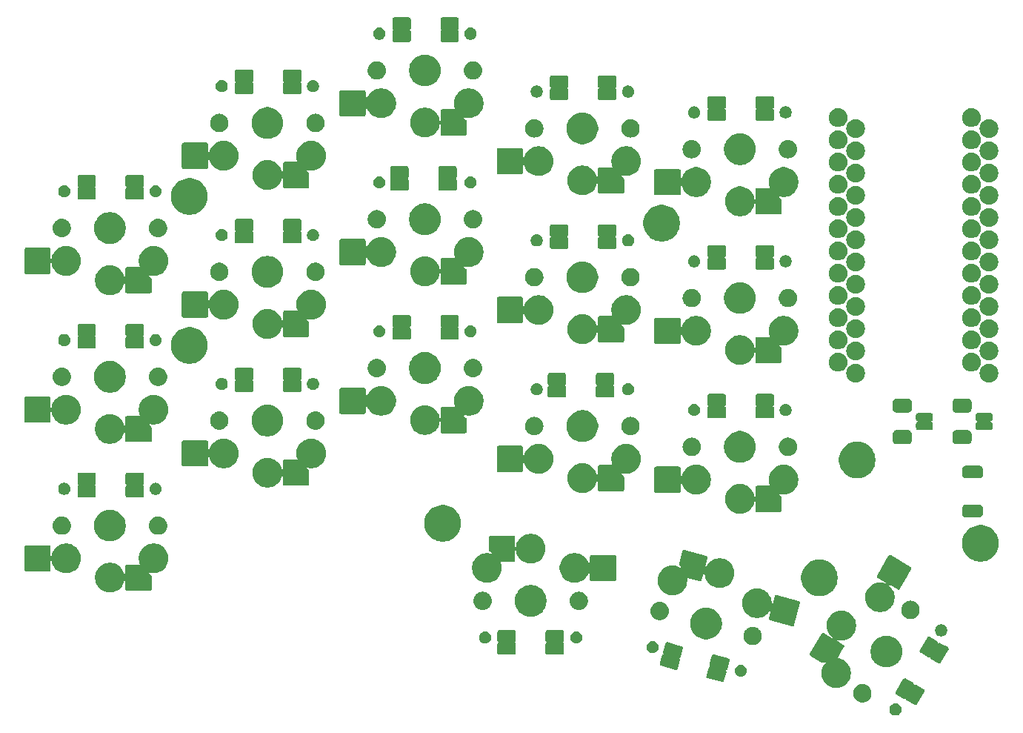
<source format=gbs>
G04 #@! TF.GenerationSoftware,KiCad,Pcbnew,9.0.7*
G04 #@! TF.CreationDate,2026-01-10T01:28:46+01:00*
G04 #@! TF.ProjectId,chocofi,63686f63-6f66-4692-9e6b-696361645f70,2.1*
G04 #@! TF.SameCoordinates,Original*
G04 #@! TF.FileFunction,Soldermask,Bot*
G04 #@! TF.FilePolarity,Negative*
%FSLAX46Y46*%
G04 Gerber Fmt 4.6, Leading zero omitted, Abs format (unit mm)*
G04 Created by KiCad (PCBNEW 9.0.7) date 2026-01-10 01:28:46*
%MOMM*%
%LPD*%
G01*
G04 APERTURE LIST*
G04 APERTURE END LIST*
G36*
X175889142Y-124745292D02*
G01*
X176015069Y-124797453D01*
X176128401Y-124873179D01*
X176224781Y-124969559D01*
X176300507Y-125082891D01*
X176352668Y-125208818D01*
X176379259Y-125342502D01*
X176379259Y-125478804D01*
X176352668Y-125612488D01*
X176300507Y-125738415D01*
X176224781Y-125851747D01*
X176128401Y-125948127D01*
X176015069Y-126023853D01*
X175889142Y-126076014D01*
X175755458Y-126102605D01*
X175619156Y-126102605D01*
X175485472Y-126076014D01*
X175359545Y-126023853D01*
X175246213Y-125948127D01*
X175149833Y-125851747D01*
X175074107Y-125738415D01*
X175021946Y-125612488D01*
X174995355Y-125478804D01*
X174995355Y-125342502D01*
X175021946Y-125208818D01*
X175074107Y-125082891D01*
X175149833Y-124969559D01*
X175246213Y-124873179D01*
X175359545Y-124797453D01*
X175485472Y-124745292D01*
X175619156Y-124718701D01*
X175755458Y-124718701D01*
X175889142Y-124745292D01*
G37*
G36*
X176860769Y-121872243D02*
G01*
X176865035Y-121874706D01*
X177722530Y-122369780D01*
X177722532Y-122369781D01*
X177726795Y-122372243D01*
X177785466Y-122423696D01*
X177819979Y-122493685D01*
X177823865Y-122552971D01*
X177868153Y-122578541D01*
X177921442Y-122552264D01*
X177999310Y-122547159D01*
X178073205Y-122572243D01*
X178077471Y-122574706D01*
X178934966Y-123069780D01*
X178934968Y-123069781D01*
X178939231Y-123072243D01*
X178997902Y-123123696D01*
X179032415Y-123193685D01*
X179037520Y-123271553D01*
X179012436Y-123345448D01*
X178162436Y-124817692D01*
X178110983Y-124876363D01*
X178040994Y-124910876D01*
X177963126Y-124915981D01*
X177889231Y-124890897D01*
X177023205Y-124390897D01*
X176964534Y-124339444D01*
X176930021Y-124269455D01*
X176926134Y-124210167D01*
X176881846Y-124184598D01*
X176828558Y-124210876D01*
X176750690Y-124215981D01*
X176676795Y-124190897D01*
X175810769Y-123690897D01*
X175752098Y-123639444D01*
X175717585Y-123569455D01*
X175712480Y-123491587D01*
X175737564Y-123417692D01*
X175740026Y-123413427D01*
X175740027Y-123413425D01*
X176585101Y-121949712D01*
X176585104Y-121949708D01*
X176587564Y-121945448D01*
X176639017Y-121886777D01*
X176709006Y-121852264D01*
X176786874Y-121847159D01*
X176860769Y-121872243D01*
G37*
G36*
X172002962Y-122507300D02*
G01*
X172013006Y-122507300D01*
X172052249Y-122515106D01*
X172155288Y-122531425D01*
X172188433Y-122542194D01*
X172215060Y-122547491D01*
X172252635Y-122563055D01*
X172312107Y-122582379D01*
X172367824Y-122610768D01*
X172405391Y-122626329D01*
X172427958Y-122641407D01*
X172459009Y-122657229D01*
X172543409Y-122718549D01*
X172576684Y-122740783D01*
X172583786Y-122747885D01*
X172592402Y-122754145D01*
X172708994Y-122870737D01*
X172715253Y-122879352D01*
X172722357Y-122886456D01*
X172744593Y-122919735D01*
X172805910Y-123004130D01*
X172821729Y-123035178D01*
X172836811Y-123057749D01*
X172852373Y-123095320D01*
X172880760Y-123151032D01*
X172900081Y-123210496D01*
X172915649Y-123248080D01*
X172920946Y-123274712D01*
X172931714Y-123307851D01*
X172948032Y-123410885D01*
X172955840Y-123450134D01*
X172955840Y-123460177D01*
X172957506Y-123470696D01*
X172957506Y-123635583D01*
X172955840Y-123646101D01*
X172955840Y-123656146D01*
X172948032Y-123695398D01*
X172931714Y-123798428D01*
X172920946Y-123831565D01*
X172915649Y-123858200D01*
X172900079Y-123895787D01*
X172880760Y-123955247D01*
X172852375Y-124010954D01*
X172836811Y-124048531D01*
X172821727Y-124071104D01*
X172805910Y-124102149D01*
X172744601Y-124186532D01*
X172722357Y-124219824D01*
X172715251Y-124226929D01*
X172708994Y-124235542D01*
X172592402Y-124352134D01*
X172583789Y-124358391D01*
X172576684Y-124365497D01*
X172543392Y-124387741D01*
X172459009Y-124449050D01*
X172427964Y-124464867D01*
X172405391Y-124479951D01*
X172367814Y-124495515D01*
X172312107Y-124523900D01*
X172252647Y-124543219D01*
X172215060Y-124558789D01*
X172188425Y-124564086D01*
X172155288Y-124574854D01*
X172052258Y-124591172D01*
X172013006Y-124598980D01*
X172002962Y-124598980D01*
X171992443Y-124600646D01*
X171827557Y-124600646D01*
X171817038Y-124598980D01*
X171806994Y-124598980D01*
X171767742Y-124591172D01*
X171664711Y-124574854D01*
X171631572Y-124564086D01*
X171604940Y-124558789D01*
X171567356Y-124543221D01*
X171507892Y-124523900D01*
X171452180Y-124495513D01*
X171414609Y-124479951D01*
X171392038Y-124464869D01*
X171360990Y-124449050D01*
X171276595Y-124387733D01*
X171243316Y-124365497D01*
X171236212Y-124358393D01*
X171227597Y-124352134D01*
X171111005Y-124235542D01*
X171104745Y-124226926D01*
X171097643Y-124219824D01*
X171075409Y-124186549D01*
X171014089Y-124102149D01*
X170998267Y-124071098D01*
X170983189Y-124048531D01*
X170967628Y-124010964D01*
X170939239Y-123955247D01*
X170919915Y-123895775D01*
X170904351Y-123858200D01*
X170899054Y-123831573D01*
X170888285Y-123798428D01*
X170871966Y-123695389D01*
X170864160Y-123656146D01*
X170864160Y-123646102D01*
X170862494Y-123635583D01*
X170862494Y-123470696D01*
X170864160Y-123460176D01*
X170864160Y-123450134D01*
X170871965Y-123410894D01*
X170888285Y-123307851D01*
X170899055Y-123274704D01*
X170904351Y-123248080D01*
X170919914Y-123210507D01*
X170939239Y-123151032D01*
X170967630Y-123095309D01*
X170983189Y-123057749D01*
X170998265Y-123035184D01*
X171014089Y-123004130D01*
X171075418Y-122919718D01*
X171097643Y-122886456D01*
X171104742Y-122879356D01*
X171111005Y-122870737D01*
X171227597Y-122754145D01*
X171236216Y-122747882D01*
X171243316Y-122740783D01*
X171276578Y-122718558D01*
X171360990Y-122657229D01*
X171392044Y-122641405D01*
X171414609Y-122626329D01*
X171452169Y-122610770D01*
X171507892Y-122582379D01*
X171567367Y-122563054D01*
X171604940Y-122547491D01*
X171631564Y-122542195D01*
X171664711Y-122531425D01*
X171767751Y-122515105D01*
X171806994Y-122507300D01*
X171817038Y-122507300D01*
X171827557Y-122505634D01*
X171992443Y-122505634D01*
X172002962Y-122507300D01*
G37*
G36*
X169838803Y-114147665D02*
G01*
X170053596Y-114205219D01*
X170259040Y-114290316D01*
X170451618Y-114401502D01*
X170628037Y-114536872D01*
X170785277Y-114694112D01*
X170920647Y-114870531D01*
X171031833Y-115063109D01*
X171116930Y-115268553D01*
X171174484Y-115483346D01*
X171203509Y-115703815D01*
X171203509Y-115926185D01*
X171174484Y-116146654D01*
X171116930Y-116361447D01*
X171031833Y-116566891D01*
X170920647Y-116759469D01*
X170785277Y-116935888D01*
X170628037Y-117093128D01*
X170451618Y-117228498D01*
X170259040Y-117339684D01*
X170053596Y-117424781D01*
X169838803Y-117482335D01*
X169618334Y-117511360D01*
X169395964Y-117511360D01*
X169175495Y-117482335D01*
X168960702Y-117424781D01*
X168859386Y-117382814D01*
X168818009Y-117466718D01*
X169741215Y-117999729D01*
X169741223Y-117999736D01*
X169745482Y-118002195D01*
X169804153Y-118053648D01*
X169838667Y-118123636D01*
X169843771Y-118201505D01*
X169818687Y-118275400D01*
X169360933Y-119068253D01*
X169103270Y-119514539D01*
X169126853Y-119562361D01*
X169244059Y-119577792D01*
X169458852Y-119635346D01*
X169664296Y-119720443D01*
X169856874Y-119831629D01*
X170033293Y-119966999D01*
X170190533Y-120124239D01*
X170325903Y-120300658D01*
X170437089Y-120493236D01*
X170522186Y-120698680D01*
X170579740Y-120913473D01*
X170608765Y-121133942D01*
X170608765Y-121356312D01*
X170579740Y-121576781D01*
X170522186Y-121791574D01*
X170437089Y-121997018D01*
X170325903Y-122189596D01*
X170190533Y-122366015D01*
X170033293Y-122523255D01*
X169856874Y-122658625D01*
X169664296Y-122769811D01*
X169458852Y-122854908D01*
X169244059Y-122912462D01*
X169023590Y-122941487D01*
X168801220Y-122941487D01*
X168580751Y-122912462D01*
X168365958Y-122854908D01*
X168160514Y-122769811D01*
X167967936Y-122658625D01*
X167791517Y-122523255D01*
X167634277Y-122366015D01*
X167498907Y-122189596D01*
X167387721Y-121997018D01*
X167302624Y-121791574D01*
X167245070Y-121576781D01*
X167216045Y-121356312D01*
X167216045Y-121133942D01*
X167245070Y-120913473D01*
X167302624Y-120698680D01*
X167387721Y-120493236D01*
X167498907Y-120300658D01*
X167634277Y-120124239D01*
X167742779Y-120015736D01*
X167704468Y-119949381D01*
X167386368Y-120034616D01*
X167386362Y-120034616D01*
X167383996Y-120035251D01*
X167345313Y-120041638D01*
X167267944Y-120031452D01*
X167232234Y-120015271D01*
X167230117Y-120014048D01*
X167230102Y-120014042D01*
X165998081Y-119302734D01*
X165998078Y-119302732D01*
X165993816Y-119300271D01*
X165935145Y-119248818D01*
X165900631Y-119178830D01*
X165895527Y-119100961D01*
X165920611Y-119027066D01*
X165923073Y-119022801D01*
X165923074Y-119022799D01*
X167218145Y-116779666D01*
X167218153Y-116779655D01*
X167220611Y-116775400D01*
X167272064Y-116716729D01*
X167342052Y-116682215D01*
X167419921Y-116677111D01*
X167493816Y-116702195D01*
X168421290Y-117237672D01*
X168473264Y-117159887D01*
X168386261Y-117093128D01*
X168229021Y-116935888D01*
X168093651Y-116759469D01*
X167982465Y-116566891D01*
X167897368Y-116361447D01*
X167839814Y-116146654D01*
X167810789Y-115926185D01*
X167810789Y-115703815D01*
X167839814Y-115483346D01*
X167897368Y-115268553D01*
X167982465Y-115063109D01*
X168093651Y-114870531D01*
X168229021Y-114694112D01*
X168386261Y-114536872D01*
X168562680Y-114401502D01*
X168755258Y-114290316D01*
X168960702Y-114205219D01*
X169175495Y-114147665D01*
X169395964Y-114118640D01*
X169618334Y-114118640D01*
X169838803Y-114147665D01*
G37*
G36*
X154947605Y-119139460D02*
G01*
X155547760Y-119300271D01*
X156584920Y-119578176D01*
X156584923Y-119578177D01*
X156589679Y-119579452D01*
X156659668Y-119613967D01*
X156711120Y-119672638D01*
X156736205Y-119746532D01*
X156731101Y-119824401D01*
X156472282Y-120790327D01*
X156437767Y-120860316D01*
X156379096Y-120911768D01*
X156322835Y-120930866D01*
X156309600Y-120980262D01*
X156348774Y-121024933D01*
X156373859Y-121098827D01*
X156368755Y-121176696D01*
X156109936Y-122142622D01*
X156075421Y-122212611D01*
X156016750Y-122264063D01*
X155942856Y-122289147D01*
X155864987Y-122284043D01*
X154222913Y-121844051D01*
X154152924Y-121809536D01*
X154101472Y-121750865D01*
X154076387Y-121676971D01*
X154081491Y-121599102D01*
X154215539Y-121098827D01*
X154339034Y-120637934D01*
X154339036Y-120637929D01*
X154340310Y-120633176D01*
X154374825Y-120563187D01*
X154433496Y-120511735D01*
X154489755Y-120492637D01*
X154502990Y-120443239D01*
X154463818Y-120398570D01*
X154438733Y-120324676D01*
X154443837Y-120246807D01*
X154564088Y-119798023D01*
X154701380Y-119285639D01*
X154701382Y-119285634D01*
X154702656Y-119280881D01*
X154737171Y-119210892D01*
X154795842Y-119159440D01*
X154869736Y-119134356D01*
X154947605Y-119139460D01*
G37*
G36*
X158216928Y-120322563D02*
G01*
X158342855Y-120374724D01*
X158456187Y-120450450D01*
X158552567Y-120546830D01*
X158628293Y-120660162D01*
X158680454Y-120786089D01*
X158707045Y-120919773D01*
X158707045Y-121056075D01*
X158680454Y-121189759D01*
X158628293Y-121315686D01*
X158552567Y-121429018D01*
X158456187Y-121525398D01*
X158342855Y-121601124D01*
X158216928Y-121653285D01*
X158083244Y-121679876D01*
X157946942Y-121679876D01*
X157813258Y-121653285D01*
X157687331Y-121601124D01*
X157573999Y-121525398D01*
X157477619Y-121429018D01*
X157401893Y-121315686D01*
X157349732Y-121189759D01*
X157323141Y-121056075D01*
X157323141Y-120919773D01*
X157349732Y-120786089D01*
X157401893Y-120660162D01*
X157477619Y-120546830D01*
X157573999Y-120450450D01*
X157687331Y-120374724D01*
X157813258Y-120322563D01*
X157946942Y-120295972D01*
X158083244Y-120295972D01*
X158216928Y-120322563D01*
G37*
G36*
X149635013Y-117715957D02*
G01*
X150319688Y-117899415D01*
X151272328Y-118154673D01*
X151272331Y-118154674D01*
X151277087Y-118155949D01*
X151347076Y-118190464D01*
X151398528Y-118249135D01*
X151423613Y-118323029D01*
X151418509Y-118400898D01*
X151159690Y-119366824D01*
X151125175Y-119436813D01*
X151066504Y-119488265D01*
X151010243Y-119507363D01*
X150997008Y-119556759D01*
X151036182Y-119601430D01*
X151061267Y-119675324D01*
X151056163Y-119753193D01*
X150797344Y-120719119D01*
X150762829Y-120789108D01*
X150704158Y-120840560D01*
X150630264Y-120865644D01*
X150552395Y-120860540D01*
X148910321Y-120420548D01*
X148840332Y-120386033D01*
X148788880Y-120327362D01*
X148763795Y-120253468D01*
X148768899Y-120175599D01*
X148903667Y-119672638D01*
X149026442Y-119214431D01*
X149026444Y-119214426D01*
X149027718Y-119209673D01*
X149062233Y-119139684D01*
X149120904Y-119088232D01*
X149177163Y-119069134D01*
X149190398Y-119019736D01*
X149151226Y-118975067D01*
X149126141Y-118901173D01*
X149131245Y-118823304D01*
X149255238Y-118360556D01*
X149388788Y-117862136D01*
X149388790Y-117862131D01*
X149390064Y-117857378D01*
X149424579Y-117787389D01*
X149483250Y-117735937D01*
X149557144Y-117710853D01*
X149635013Y-117715957D01*
G37*
G36*
X175013991Y-117010365D02*
G01*
X175243252Y-117071795D01*
X175462533Y-117162624D01*
X175668082Y-117281298D01*
X175856383Y-117425787D01*
X176024213Y-117593617D01*
X176168702Y-117781918D01*
X176287376Y-117987467D01*
X176378205Y-118206748D01*
X176439635Y-118436009D01*
X176470615Y-118671326D01*
X176470615Y-118908674D01*
X176439635Y-119143991D01*
X176378205Y-119373252D01*
X176287376Y-119592533D01*
X176168702Y-119798082D01*
X176024213Y-119986383D01*
X175856383Y-120154213D01*
X175668082Y-120298702D01*
X175462533Y-120417376D01*
X175243252Y-120508205D01*
X175013991Y-120569635D01*
X174778674Y-120600615D01*
X174541326Y-120600615D01*
X174306009Y-120569635D01*
X174076748Y-120508205D01*
X173857467Y-120417376D01*
X173651918Y-120298702D01*
X173463617Y-120154213D01*
X173295787Y-119986383D01*
X173151298Y-119798082D01*
X173032624Y-119592533D01*
X172941795Y-119373252D01*
X172880365Y-119143991D01*
X172849385Y-118908674D01*
X172849385Y-118671326D01*
X172880365Y-118436009D01*
X172941795Y-118206748D01*
X173032624Y-117987467D01*
X173151298Y-117781918D01*
X173295787Y-117593617D01*
X173463617Y-117425787D01*
X173651918Y-117281298D01*
X173857467Y-117162624D01*
X174076748Y-117071795D01*
X174306009Y-117010365D01*
X174541326Y-116979385D01*
X174778674Y-116979385D01*
X175013991Y-117010365D01*
G37*
G36*
X179610769Y-117109103D02*
G01*
X179615035Y-117111566D01*
X180472530Y-117606640D01*
X180472532Y-117606641D01*
X180476795Y-117609103D01*
X180535466Y-117660556D01*
X180569979Y-117730545D01*
X180573865Y-117789831D01*
X180618153Y-117815401D01*
X180671442Y-117789124D01*
X180749310Y-117784019D01*
X180823205Y-117809103D01*
X180827471Y-117811566D01*
X181684966Y-118306640D01*
X181684968Y-118306641D01*
X181689231Y-118309103D01*
X181747902Y-118360556D01*
X181782415Y-118430545D01*
X181787520Y-118508413D01*
X181762436Y-118582308D01*
X180912436Y-120054552D01*
X180860983Y-120113223D01*
X180790994Y-120147736D01*
X180713126Y-120152841D01*
X180639231Y-120127757D01*
X179855815Y-119675452D01*
X179777469Y-119630219D01*
X179777468Y-119630218D01*
X179773205Y-119627757D01*
X179714534Y-119576304D01*
X179680021Y-119506315D01*
X179676134Y-119447027D01*
X179631846Y-119421458D01*
X179578558Y-119447736D01*
X179500690Y-119452841D01*
X179426795Y-119427757D01*
X178641865Y-118974578D01*
X178565033Y-118930219D01*
X178565032Y-118930218D01*
X178560769Y-118927757D01*
X178502098Y-118876304D01*
X178467585Y-118806315D01*
X178462480Y-118728447D01*
X178487564Y-118654552D01*
X178490026Y-118650287D01*
X178490027Y-118650285D01*
X179335101Y-117186572D01*
X179335104Y-117186568D01*
X179337564Y-117182308D01*
X179389017Y-117123637D01*
X179459006Y-117089124D01*
X179536874Y-117084019D01*
X179610769Y-117109103D01*
G37*
G36*
X132176537Y-116365224D02*
G01*
X132241421Y-116408579D01*
X132284776Y-116473463D01*
X132300000Y-116550000D01*
X132300000Y-117550000D01*
X132284776Y-117626537D01*
X132241421Y-117691421D01*
X132192019Y-117724431D01*
X132192019Y-117775568D01*
X132241421Y-117808579D01*
X132284776Y-117873463D01*
X132300000Y-117950000D01*
X132300000Y-118950000D01*
X132284776Y-119026537D01*
X132241421Y-119091421D01*
X132176537Y-119134776D01*
X132100000Y-119150000D01*
X130400000Y-119150000D01*
X130323463Y-119134776D01*
X130258579Y-119091421D01*
X130215224Y-119026537D01*
X130200000Y-118950000D01*
X130200000Y-117950000D01*
X130215224Y-117873463D01*
X130258579Y-117808579D01*
X130307980Y-117775569D01*
X130307980Y-117724430D01*
X130258579Y-117691421D01*
X130215224Y-117626537D01*
X130200000Y-117550000D01*
X130200000Y-116550000D01*
X130215224Y-116473463D01*
X130258579Y-116408579D01*
X130323463Y-116365224D01*
X130400000Y-116350000D01*
X132100000Y-116350000D01*
X132176537Y-116365224D01*
G37*
G36*
X137676537Y-116365224D02*
G01*
X137741421Y-116408579D01*
X137784776Y-116473463D01*
X137800000Y-116550000D01*
X137800000Y-117550000D01*
X137784776Y-117626537D01*
X137741421Y-117691421D01*
X137692019Y-117724431D01*
X137692019Y-117775568D01*
X137741421Y-117808579D01*
X137784776Y-117873463D01*
X137800000Y-117950000D01*
X137800000Y-118950000D01*
X137784776Y-119026537D01*
X137741421Y-119091421D01*
X137676537Y-119134776D01*
X137600000Y-119150000D01*
X135900000Y-119150000D01*
X135823463Y-119134776D01*
X135758579Y-119091421D01*
X135715224Y-119026537D01*
X135700000Y-118950000D01*
X135700000Y-117950000D01*
X135715224Y-117873463D01*
X135758579Y-117808579D01*
X135807980Y-117775569D01*
X135807980Y-117724430D01*
X135758579Y-117691421D01*
X135715224Y-117626537D01*
X135700000Y-117550000D01*
X135700000Y-116550000D01*
X135715224Y-116473463D01*
X135758579Y-116408579D01*
X135823463Y-116365224D01*
X135900000Y-116350000D01*
X137600000Y-116350000D01*
X137676537Y-116365224D01*
G37*
G36*
X148132662Y-117620492D02*
G01*
X148258589Y-117672653D01*
X148371921Y-117748379D01*
X148468301Y-117844759D01*
X148544027Y-117958091D01*
X148596188Y-118084018D01*
X148622779Y-118217702D01*
X148622779Y-118354004D01*
X148596188Y-118487688D01*
X148544027Y-118613615D01*
X148468301Y-118726947D01*
X148371921Y-118823327D01*
X148258589Y-118899053D01*
X148132662Y-118951214D01*
X147998978Y-118977805D01*
X147862676Y-118977805D01*
X147728992Y-118951214D01*
X147603065Y-118899053D01*
X147489733Y-118823327D01*
X147393353Y-118726947D01*
X147317627Y-118613615D01*
X147265466Y-118487688D01*
X147238875Y-118354004D01*
X147238875Y-118217702D01*
X147265466Y-118084018D01*
X147317627Y-117958091D01*
X147393353Y-117844759D01*
X147489733Y-117748379D01*
X147603065Y-117672653D01*
X147728992Y-117620492D01*
X147862676Y-117593901D01*
X147998978Y-117593901D01*
X148132662Y-117620492D01*
G37*
G36*
X159465554Y-115957665D02*
G01*
X159475598Y-115957665D01*
X159514841Y-115965471D01*
X159617880Y-115981790D01*
X159651025Y-115992559D01*
X159677652Y-115997856D01*
X159715227Y-116013420D01*
X159774699Y-116032744D01*
X159830416Y-116061133D01*
X159867983Y-116076694D01*
X159890550Y-116091772D01*
X159921601Y-116107594D01*
X160006001Y-116168914D01*
X160039276Y-116191148D01*
X160046378Y-116198250D01*
X160054994Y-116204510D01*
X160171586Y-116321102D01*
X160177845Y-116329717D01*
X160184949Y-116336821D01*
X160207185Y-116370100D01*
X160268502Y-116454495D01*
X160284321Y-116485543D01*
X160299403Y-116508114D01*
X160314965Y-116545685D01*
X160343352Y-116601397D01*
X160362673Y-116660861D01*
X160378241Y-116698445D01*
X160383538Y-116725077D01*
X160394306Y-116758216D01*
X160410624Y-116861250D01*
X160418432Y-116900499D01*
X160418432Y-116910542D01*
X160420098Y-116921061D01*
X160420098Y-117085948D01*
X160418432Y-117096466D01*
X160418432Y-117106511D01*
X160410624Y-117145763D01*
X160394306Y-117248793D01*
X160383538Y-117281930D01*
X160378241Y-117308565D01*
X160362671Y-117346152D01*
X160343352Y-117405612D01*
X160314967Y-117461319D01*
X160299403Y-117498896D01*
X160284319Y-117521469D01*
X160268502Y-117552514D01*
X160207193Y-117636897D01*
X160184949Y-117670189D01*
X160177843Y-117677294D01*
X160171586Y-117685907D01*
X160054994Y-117802499D01*
X160046381Y-117808756D01*
X160039276Y-117815862D01*
X160005984Y-117838106D01*
X159921601Y-117899415D01*
X159890556Y-117915232D01*
X159867983Y-117930316D01*
X159830406Y-117945880D01*
X159774699Y-117974265D01*
X159715239Y-117993584D01*
X159677652Y-118009154D01*
X159651017Y-118014451D01*
X159617880Y-118025219D01*
X159514850Y-118041537D01*
X159475598Y-118049345D01*
X159465554Y-118049345D01*
X159455035Y-118051011D01*
X159290149Y-118051011D01*
X159279630Y-118049345D01*
X159269586Y-118049345D01*
X159230334Y-118041537D01*
X159127303Y-118025219D01*
X159094164Y-118014451D01*
X159067532Y-118009154D01*
X159029948Y-117993586D01*
X158970484Y-117974265D01*
X158914772Y-117945878D01*
X158877201Y-117930316D01*
X158854630Y-117915234D01*
X158823582Y-117899415D01*
X158739187Y-117838098D01*
X158705908Y-117815862D01*
X158698804Y-117808758D01*
X158690189Y-117802499D01*
X158573597Y-117685907D01*
X158567337Y-117677291D01*
X158560235Y-117670189D01*
X158538001Y-117636914D01*
X158476681Y-117552514D01*
X158460859Y-117521463D01*
X158445781Y-117498896D01*
X158430220Y-117461329D01*
X158401831Y-117405612D01*
X158382507Y-117346140D01*
X158366943Y-117308565D01*
X158361646Y-117281938D01*
X158350877Y-117248793D01*
X158334558Y-117145754D01*
X158326752Y-117106511D01*
X158326752Y-117096467D01*
X158325086Y-117085948D01*
X158325086Y-116921061D01*
X158326752Y-116910541D01*
X158326752Y-116900499D01*
X158334557Y-116861259D01*
X158350877Y-116758216D01*
X158361647Y-116725069D01*
X158366943Y-116698445D01*
X158382506Y-116660872D01*
X158401831Y-116601397D01*
X158430222Y-116545674D01*
X158445781Y-116508114D01*
X158460857Y-116485549D01*
X158476681Y-116454495D01*
X158538010Y-116370083D01*
X158560235Y-116336821D01*
X158567334Y-116329721D01*
X158573597Y-116321102D01*
X158690189Y-116204510D01*
X158698808Y-116198247D01*
X158705908Y-116191148D01*
X158739170Y-116168923D01*
X158823582Y-116107594D01*
X158854636Y-116091770D01*
X158877201Y-116076694D01*
X158914761Y-116061135D01*
X158970484Y-116032744D01*
X159029959Y-116013419D01*
X159067532Y-115997856D01*
X159094156Y-115992560D01*
X159127303Y-115981790D01*
X159230343Y-115965470D01*
X159269586Y-115957665D01*
X159279630Y-115957665D01*
X159290149Y-115955999D01*
X159455035Y-115955999D01*
X159465554Y-115957665D01*
G37*
G36*
X128991835Y-116524639D02*
G01*
X129117762Y-116576800D01*
X129231094Y-116652526D01*
X129327474Y-116748906D01*
X129403200Y-116862238D01*
X129455361Y-116988165D01*
X129481952Y-117121849D01*
X129481952Y-117258151D01*
X129455361Y-117391835D01*
X129403200Y-117517762D01*
X129327474Y-117631094D01*
X129231094Y-117727474D01*
X129117762Y-117803200D01*
X128991835Y-117855361D01*
X128858151Y-117881952D01*
X128721849Y-117881952D01*
X128588165Y-117855361D01*
X128462238Y-117803200D01*
X128348906Y-117727474D01*
X128252526Y-117631094D01*
X128176800Y-117517762D01*
X128124639Y-117391835D01*
X128098048Y-117258151D01*
X128098048Y-117121849D01*
X128124639Y-116988165D01*
X128176800Y-116862238D01*
X128252526Y-116748906D01*
X128348906Y-116652526D01*
X128462238Y-116576800D01*
X128588165Y-116524639D01*
X128721849Y-116498048D01*
X128858151Y-116498048D01*
X128991835Y-116524639D01*
G37*
G36*
X139431835Y-116524639D02*
G01*
X139557762Y-116576800D01*
X139671094Y-116652526D01*
X139767474Y-116748906D01*
X139843200Y-116862238D01*
X139895361Y-116988165D01*
X139921952Y-117121849D01*
X139921952Y-117258151D01*
X139895361Y-117391835D01*
X139843200Y-117517762D01*
X139767474Y-117631094D01*
X139671094Y-117727474D01*
X139557762Y-117803200D01*
X139431835Y-117855361D01*
X139298151Y-117881952D01*
X139161849Y-117881952D01*
X139028165Y-117855361D01*
X138902238Y-117803200D01*
X138788906Y-117727474D01*
X138692526Y-117631094D01*
X138616800Y-117517762D01*
X138564639Y-117391835D01*
X138538048Y-117258151D01*
X138538048Y-117121849D01*
X138564639Y-116988165D01*
X138616800Y-116862238D01*
X138692526Y-116748906D01*
X138788906Y-116652526D01*
X138902238Y-116576800D01*
X139028165Y-116524639D01*
X139161849Y-116498048D01*
X139298151Y-116498048D01*
X139431835Y-116524639D01*
G37*
G36*
X154413991Y-113800365D02*
G01*
X154643252Y-113861795D01*
X154862533Y-113952624D01*
X155068082Y-114071298D01*
X155256383Y-114215787D01*
X155424213Y-114383617D01*
X155568702Y-114571918D01*
X155687376Y-114777467D01*
X155778205Y-114996748D01*
X155839635Y-115226009D01*
X155870615Y-115461326D01*
X155870615Y-115698674D01*
X155839635Y-115933991D01*
X155778205Y-116163252D01*
X155687376Y-116382533D01*
X155568702Y-116588082D01*
X155424213Y-116776383D01*
X155256383Y-116944213D01*
X155068082Y-117088702D01*
X154862533Y-117207376D01*
X154643252Y-117298205D01*
X154413991Y-117359635D01*
X154178674Y-117390615D01*
X153941326Y-117390615D01*
X153706009Y-117359635D01*
X153476748Y-117298205D01*
X153257467Y-117207376D01*
X153051918Y-117088702D01*
X152863617Y-116944213D01*
X152695787Y-116776383D01*
X152551298Y-116588082D01*
X152432624Y-116382533D01*
X152341795Y-116163252D01*
X152280365Y-115933991D01*
X152249385Y-115698674D01*
X152249385Y-115461326D01*
X152280365Y-115226009D01*
X152341795Y-114996748D01*
X152432624Y-114777467D01*
X152551298Y-114571918D01*
X152695787Y-114383617D01*
X152863617Y-114215787D01*
X153051918Y-114071298D01*
X153257467Y-113952624D01*
X153476748Y-113861795D01*
X153706009Y-113800365D01*
X153941326Y-113769385D01*
X154178674Y-113769385D01*
X154413991Y-113800365D01*
G37*
G36*
X181109142Y-115703986D02*
G01*
X181235069Y-115756147D01*
X181348401Y-115831873D01*
X181444781Y-115928253D01*
X181520507Y-116041585D01*
X181572668Y-116167512D01*
X181599259Y-116301196D01*
X181599259Y-116437498D01*
X181572668Y-116571182D01*
X181520507Y-116697109D01*
X181444781Y-116810441D01*
X181348401Y-116906821D01*
X181235069Y-116982547D01*
X181109142Y-117034708D01*
X180975458Y-117061299D01*
X180839156Y-117061299D01*
X180705472Y-117034708D01*
X180579545Y-116982547D01*
X180466213Y-116906821D01*
X180369833Y-116810441D01*
X180294107Y-116697109D01*
X180241946Y-116571182D01*
X180215355Y-116437498D01*
X180215355Y-116301196D01*
X180241946Y-116167512D01*
X180294107Y-116041585D01*
X180369833Y-115928253D01*
X180466213Y-115831873D01*
X180579545Y-115756147D01*
X180705472Y-115703986D01*
X180839156Y-115677395D01*
X180975458Y-115677395D01*
X181109142Y-115703986D01*
G37*
G36*
X160191855Y-111584538D02*
G01*
X160406648Y-111642092D01*
X160612092Y-111727189D01*
X160804670Y-111838375D01*
X160981089Y-111973745D01*
X161138329Y-112130985D01*
X161273699Y-112307404D01*
X161384885Y-112499982D01*
X161469982Y-112705426D01*
X161527536Y-112920219D01*
X161556561Y-113140688D01*
X161556561Y-113363058D01*
X161542246Y-113471790D01*
X161633999Y-113490041D01*
X161909908Y-112460332D01*
X161909910Y-112460327D01*
X161911184Y-112455574D01*
X161945699Y-112385585D01*
X162004369Y-112334133D01*
X162078264Y-112309049D01*
X162156133Y-112314153D01*
X162160886Y-112315426D01*
X162160891Y-112315427D01*
X164662781Y-112985806D01*
X164662784Y-112985807D01*
X164667540Y-112987082D01*
X164737529Y-113021597D01*
X164788981Y-113080267D01*
X164814065Y-113154162D01*
X164808961Y-113232031D01*
X164136032Y-115743438D01*
X164101517Y-115813427D01*
X164042847Y-115864879D01*
X163968952Y-115889963D01*
X163891083Y-115884859D01*
X163886324Y-115883584D01*
X161384434Y-115213205D01*
X161384433Y-115213204D01*
X161379676Y-115211930D01*
X161309687Y-115177415D01*
X161258235Y-115118745D01*
X161233151Y-115044850D01*
X161238255Y-114966981D01*
X161239528Y-114962227D01*
X161239529Y-114962222D01*
X161515440Y-113932511D01*
X161426854Y-113902440D01*
X161384885Y-114003764D01*
X161273699Y-114196342D01*
X161138329Y-114372761D01*
X160981089Y-114530001D01*
X160804670Y-114665371D01*
X160612092Y-114776557D01*
X160406648Y-114861654D01*
X160191855Y-114919208D01*
X159971386Y-114948233D01*
X159749016Y-114948233D01*
X159528547Y-114919208D01*
X159313754Y-114861654D01*
X159108310Y-114776557D01*
X158915732Y-114665371D01*
X158739313Y-114530001D01*
X158582073Y-114372761D01*
X158446703Y-114196342D01*
X158335517Y-114003764D01*
X158250420Y-113798320D01*
X158192866Y-113583527D01*
X158163841Y-113363058D01*
X158163841Y-113140688D01*
X158192866Y-112920219D01*
X158250420Y-112705426D01*
X158335517Y-112499982D01*
X158446703Y-112307404D01*
X158582073Y-112130985D01*
X158739313Y-111973745D01*
X158915732Y-111838375D01*
X159108310Y-111727189D01*
X159313754Y-111642092D01*
X159528547Y-111584538D01*
X159749016Y-111555513D01*
X159971386Y-111555513D01*
X160191855Y-111584538D01*
G37*
G36*
X148840370Y-113110655D02*
G01*
X148850414Y-113110655D01*
X148889657Y-113118461D01*
X148992696Y-113134780D01*
X149025841Y-113145549D01*
X149052468Y-113150846D01*
X149090043Y-113166410D01*
X149149515Y-113185734D01*
X149205232Y-113214123D01*
X149242799Y-113229684D01*
X149265366Y-113244762D01*
X149296417Y-113260584D01*
X149380817Y-113321904D01*
X149414092Y-113344138D01*
X149421194Y-113351240D01*
X149429810Y-113357500D01*
X149546402Y-113474092D01*
X149552661Y-113482707D01*
X149559765Y-113489811D01*
X149582001Y-113523090D01*
X149643318Y-113607485D01*
X149659137Y-113638533D01*
X149674219Y-113661104D01*
X149689781Y-113698675D01*
X149718168Y-113754387D01*
X149737489Y-113813851D01*
X149753057Y-113851435D01*
X149758354Y-113878067D01*
X149769122Y-113911206D01*
X149785440Y-114014240D01*
X149793248Y-114053489D01*
X149793248Y-114063532D01*
X149794914Y-114074051D01*
X149794914Y-114238938D01*
X149793248Y-114249456D01*
X149793248Y-114259501D01*
X149785440Y-114298753D01*
X149769122Y-114401783D01*
X149758354Y-114434920D01*
X149753057Y-114461555D01*
X149737487Y-114499142D01*
X149718168Y-114558602D01*
X149689783Y-114614309D01*
X149674219Y-114651886D01*
X149659135Y-114674459D01*
X149643318Y-114705504D01*
X149582009Y-114789887D01*
X149559765Y-114823179D01*
X149552659Y-114830284D01*
X149546402Y-114838897D01*
X149429810Y-114955489D01*
X149421197Y-114961746D01*
X149414092Y-114968852D01*
X149380800Y-114991096D01*
X149296417Y-115052405D01*
X149265372Y-115068222D01*
X149242799Y-115083306D01*
X149205222Y-115098870D01*
X149149515Y-115127255D01*
X149090055Y-115146574D01*
X149052468Y-115162144D01*
X149025833Y-115167441D01*
X148992696Y-115178209D01*
X148889666Y-115194527D01*
X148850414Y-115202335D01*
X148840370Y-115202335D01*
X148829851Y-115204001D01*
X148664965Y-115204001D01*
X148654446Y-115202335D01*
X148644402Y-115202335D01*
X148605150Y-115194527D01*
X148502119Y-115178209D01*
X148468980Y-115167441D01*
X148442348Y-115162144D01*
X148404764Y-115146576D01*
X148345300Y-115127255D01*
X148289588Y-115098868D01*
X148252017Y-115083306D01*
X148229446Y-115068224D01*
X148198398Y-115052405D01*
X148114003Y-114991088D01*
X148080724Y-114968852D01*
X148073620Y-114961748D01*
X148065005Y-114955489D01*
X147948413Y-114838897D01*
X147942153Y-114830281D01*
X147935051Y-114823179D01*
X147912817Y-114789904D01*
X147851497Y-114705504D01*
X147835675Y-114674453D01*
X147820597Y-114651886D01*
X147805036Y-114614319D01*
X147776647Y-114558602D01*
X147757323Y-114499130D01*
X147741759Y-114461555D01*
X147736462Y-114434928D01*
X147725693Y-114401783D01*
X147709374Y-114298744D01*
X147701568Y-114259501D01*
X147701568Y-114249457D01*
X147699902Y-114238938D01*
X147699902Y-114074051D01*
X147701568Y-114063531D01*
X147701568Y-114053489D01*
X147709373Y-114014249D01*
X147725693Y-113911206D01*
X147736463Y-113878059D01*
X147741759Y-113851435D01*
X147757322Y-113813862D01*
X147776647Y-113754387D01*
X147805038Y-113698664D01*
X147820597Y-113661104D01*
X147835673Y-113638539D01*
X147851497Y-113607485D01*
X147912826Y-113523073D01*
X147935051Y-113489811D01*
X147942150Y-113482711D01*
X147948413Y-113474092D01*
X148065005Y-113357500D01*
X148073624Y-113351237D01*
X148080724Y-113344138D01*
X148113986Y-113321913D01*
X148198398Y-113260584D01*
X148229452Y-113244760D01*
X148252017Y-113229684D01*
X148289577Y-113214125D01*
X148345300Y-113185734D01*
X148404775Y-113166409D01*
X148442348Y-113150846D01*
X148468972Y-113145550D01*
X148502119Y-113134780D01*
X148605159Y-113118460D01*
X148644402Y-113110655D01*
X148654446Y-113110655D01*
X148664965Y-113108989D01*
X148829851Y-113108989D01*
X148840370Y-113110655D01*
G37*
G36*
X177502962Y-112981020D02*
G01*
X177513006Y-112981020D01*
X177552249Y-112988826D01*
X177655288Y-113005145D01*
X177688433Y-113015914D01*
X177715060Y-113021211D01*
X177752635Y-113036775D01*
X177812107Y-113056099D01*
X177867824Y-113084488D01*
X177905391Y-113100049D01*
X177927958Y-113115127D01*
X177959009Y-113130949D01*
X178043409Y-113192269D01*
X178076684Y-113214503D01*
X178083786Y-113221605D01*
X178092402Y-113227865D01*
X178208994Y-113344457D01*
X178215253Y-113353072D01*
X178222357Y-113360176D01*
X178244593Y-113393455D01*
X178305910Y-113477850D01*
X178321729Y-113508898D01*
X178336811Y-113531469D01*
X178352373Y-113569040D01*
X178380760Y-113624752D01*
X178400081Y-113684216D01*
X178415649Y-113721800D01*
X178420946Y-113748432D01*
X178431714Y-113781571D01*
X178448032Y-113884605D01*
X178455840Y-113923854D01*
X178455840Y-113933897D01*
X178457506Y-113944416D01*
X178457506Y-114109303D01*
X178455840Y-114119821D01*
X178455840Y-114129866D01*
X178448032Y-114169118D01*
X178431714Y-114272148D01*
X178420946Y-114305285D01*
X178415649Y-114331920D01*
X178400079Y-114369507D01*
X178380760Y-114428967D01*
X178352375Y-114484674D01*
X178336811Y-114522251D01*
X178321727Y-114544824D01*
X178305910Y-114575869D01*
X178244601Y-114660252D01*
X178222357Y-114693544D01*
X178215251Y-114700649D01*
X178208994Y-114709262D01*
X178092402Y-114825854D01*
X178083789Y-114832111D01*
X178076684Y-114839217D01*
X178043392Y-114861461D01*
X177959009Y-114922770D01*
X177927964Y-114938587D01*
X177905391Y-114953671D01*
X177867814Y-114969235D01*
X177812107Y-114997620D01*
X177752647Y-115016939D01*
X177715060Y-115032509D01*
X177688425Y-115037806D01*
X177655288Y-115048574D01*
X177552258Y-115064892D01*
X177513006Y-115072700D01*
X177502962Y-115072700D01*
X177492443Y-115074366D01*
X177327557Y-115074366D01*
X177317038Y-115072700D01*
X177306994Y-115072700D01*
X177267742Y-115064892D01*
X177164711Y-115048574D01*
X177131572Y-115037806D01*
X177104940Y-115032509D01*
X177067356Y-115016941D01*
X177007892Y-114997620D01*
X176952180Y-114969233D01*
X176914609Y-114953671D01*
X176892038Y-114938589D01*
X176860990Y-114922770D01*
X176776595Y-114861453D01*
X176743316Y-114839217D01*
X176736212Y-114832113D01*
X176727597Y-114825854D01*
X176611005Y-114709262D01*
X176604745Y-114700646D01*
X176597643Y-114693544D01*
X176575409Y-114660269D01*
X176514089Y-114575869D01*
X176498267Y-114544818D01*
X176483189Y-114522251D01*
X176467628Y-114484684D01*
X176439239Y-114428967D01*
X176419915Y-114369495D01*
X176404351Y-114331920D01*
X176399054Y-114305293D01*
X176388285Y-114272148D01*
X176371966Y-114169109D01*
X176364160Y-114129866D01*
X176364160Y-114119822D01*
X176362494Y-114109303D01*
X176362494Y-113944416D01*
X176364160Y-113933896D01*
X176364160Y-113923854D01*
X176371965Y-113884614D01*
X176388285Y-113781571D01*
X176399055Y-113748424D01*
X176404351Y-113721800D01*
X176419914Y-113684227D01*
X176439239Y-113624752D01*
X176467630Y-113569029D01*
X176483189Y-113531469D01*
X176498265Y-113508904D01*
X176514089Y-113477850D01*
X176575418Y-113393438D01*
X176597643Y-113360176D01*
X176604742Y-113353076D01*
X176611005Y-113344457D01*
X176727597Y-113227865D01*
X176736216Y-113221602D01*
X176743316Y-113214503D01*
X176776578Y-113192278D01*
X176860990Y-113130949D01*
X176892044Y-113115125D01*
X176914609Y-113100049D01*
X176952169Y-113084490D01*
X177007892Y-113056099D01*
X177067367Y-113036774D01*
X177104940Y-113021211D01*
X177131564Y-113015915D01*
X177164711Y-113005145D01*
X177267751Y-112988825D01*
X177306994Y-112981020D01*
X177317038Y-112981020D01*
X177327557Y-112979354D01*
X177492443Y-112979354D01*
X177502962Y-112981020D01*
G37*
G36*
X134363991Y-111210365D02*
G01*
X134593252Y-111271795D01*
X134812533Y-111362624D01*
X135018082Y-111481298D01*
X135206383Y-111625787D01*
X135374213Y-111793617D01*
X135518702Y-111981918D01*
X135637376Y-112187467D01*
X135728205Y-112406748D01*
X135789635Y-112636009D01*
X135820615Y-112871326D01*
X135820615Y-113108674D01*
X135789635Y-113343991D01*
X135728205Y-113573252D01*
X135637376Y-113792533D01*
X135518702Y-113998082D01*
X135374213Y-114186383D01*
X135206383Y-114354213D01*
X135018082Y-114498702D01*
X134812533Y-114617376D01*
X134593252Y-114708205D01*
X134363991Y-114769635D01*
X134128674Y-114800615D01*
X133891326Y-114800615D01*
X133656009Y-114769635D01*
X133426748Y-114708205D01*
X133207467Y-114617376D01*
X133001918Y-114498702D01*
X132813617Y-114354213D01*
X132645787Y-114186383D01*
X132501298Y-113998082D01*
X132382624Y-113792533D01*
X132291795Y-113573252D01*
X132230365Y-113343991D01*
X132199385Y-113108674D01*
X132199385Y-112871326D01*
X132230365Y-112636009D01*
X132291795Y-112406748D01*
X132382624Y-112187467D01*
X132501298Y-111981918D01*
X132645787Y-111793617D01*
X132813617Y-111625787D01*
X133001918Y-111481298D01*
X133207467Y-111362624D01*
X133426748Y-111271795D01*
X133656009Y-111210365D01*
X133891326Y-111179385D01*
X134128674Y-111179385D01*
X134363991Y-111210365D01*
G37*
G36*
X175174072Y-107799602D02*
G01*
X175178338Y-107802065D01*
X177421471Y-109097136D01*
X177421479Y-109097143D01*
X177425738Y-109099602D01*
X177484409Y-109151055D01*
X177518923Y-109221043D01*
X177524027Y-109298912D01*
X177498943Y-109372807D01*
X177030330Y-110184469D01*
X176201408Y-111620206D01*
X176201403Y-111620210D01*
X176198943Y-111624473D01*
X176147490Y-111683144D01*
X176077502Y-111717658D01*
X175999633Y-111722762D01*
X175925738Y-111697678D01*
X174998262Y-111162199D01*
X174946288Y-111239984D01*
X175033293Y-111306745D01*
X175190533Y-111463985D01*
X175325903Y-111640404D01*
X175437089Y-111832982D01*
X175522186Y-112038426D01*
X175579740Y-112253219D01*
X175608765Y-112473688D01*
X175608765Y-112696058D01*
X175579740Y-112916527D01*
X175522186Y-113131320D01*
X175437089Y-113336764D01*
X175325903Y-113529342D01*
X175190533Y-113705761D01*
X175033293Y-113863001D01*
X174856874Y-113998371D01*
X174664296Y-114109557D01*
X174458852Y-114194654D01*
X174244059Y-114252208D01*
X174023590Y-114281233D01*
X173801220Y-114281233D01*
X173580751Y-114252208D01*
X173365958Y-114194654D01*
X173160514Y-114109557D01*
X172967936Y-113998371D01*
X172791517Y-113863001D01*
X172634277Y-113705761D01*
X172498907Y-113529342D01*
X172387721Y-113336764D01*
X172302624Y-113131320D01*
X172245070Y-112916527D01*
X172216045Y-112696058D01*
X172216045Y-112473688D01*
X172245070Y-112253219D01*
X172302624Y-112038426D01*
X172387721Y-111832982D01*
X172498907Y-111640404D01*
X172634277Y-111463985D01*
X172791517Y-111306745D01*
X172967936Y-111171375D01*
X173160514Y-111060189D01*
X173365958Y-110975092D01*
X173580751Y-110917538D01*
X173801220Y-110888513D01*
X174023590Y-110888513D01*
X174244059Y-110917538D01*
X174458852Y-110975092D01*
X174560167Y-111017057D01*
X174601544Y-110933154D01*
X174524408Y-110888620D01*
X174456962Y-110849680D01*
X173678338Y-110400143D01*
X173678331Y-110400137D01*
X173674072Y-110397678D01*
X173615401Y-110346225D01*
X173580887Y-110276237D01*
X173575783Y-110198368D01*
X173600867Y-110124473D01*
X173603329Y-110120208D01*
X173603330Y-110120206D01*
X174898401Y-107877073D01*
X174898409Y-107877062D01*
X174900867Y-107872807D01*
X174952320Y-107814136D01*
X175022308Y-107779622D01*
X175100177Y-107774518D01*
X175174072Y-107799602D01*
G37*
G36*
X128602962Y-111944160D02*
G01*
X128613006Y-111944160D01*
X128652249Y-111951966D01*
X128755288Y-111968285D01*
X128788433Y-111979054D01*
X128815060Y-111984351D01*
X128852635Y-111999915D01*
X128912107Y-112019239D01*
X128967824Y-112047628D01*
X129005391Y-112063189D01*
X129027958Y-112078267D01*
X129059009Y-112094089D01*
X129143409Y-112155409D01*
X129176684Y-112177643D01*
X129183786Y-112184745D01*
X129192402Y-112191005D01*
X129308994Y-112307597D01*
X129315253Y-112316212D01*
X129322357Y-112323316D01*
X129344593Y-112356595D01*
X129405910Y-112440990D01*
X129421729Y-112472038D01*
X129436811Y-112494609D01*
X129452373Y-112532180D01*
X129480760Y-112587892D01*
X129500081Y-112647356D01*
X129515649Y-112684940D01*
X129520946Y-112711572D01*
X129531714Y-112744711D01*
X129548032Y-112847745D01*
X129555840Y-112886994D01*
X129555840Y-112897037D01*
X129557506Y-112907556D01*
X129557506Y-113072443D01*
X129555840Y-113082961D01*
X129555840Y-113093006D01*
X129548032Y-113132258D01*
X129531714Y-113235288D01*
X129520946Y-113268425D01*
X129515649Y-113295060D01*
X129500079Y-113332647D01*
X129480760Y-113392107D01*
X129452375Y-113447814D01*
X129436811Y-113485391D01*
X129421727Y-113507964D01*
X129405910Y-113539009D01*
X129344601Y-113623392D01*
X129322357Y-113656684D01*
X129315251Y-113663789D01*
X129308994Y-113672402D01*
X129192402Y-113788994D01*
X129183789Y-113795251D01*
X129176684Y-113802357D01*
X129143392Y-113824601D01*
X129059009Y-113885910D01*
X129027964Y-113901727D01*
X129005391Y-113916811D01*
X128967814Y-113932375D01*
X128912107Y-113960760D01*
X128852647Y-113980079D01*
X128815060Y-113995649D01*
X128788425Y-114000946D01*
X128755288Y-114011714D01*
X128652258Y-114028032D01*
X128613006Y-114035840D01*
X128602962Y-114035840D01*
X128592443Y-114037506D01*
X128427557Y-114037506D01*
X128417038Y-114035840D01*
X128406994Y-114035840D01*
X128367742Y-114028032D01*
X128264711Y-114011714D01*
X128231572Y-114000946D01*
X128204940Y-113995649D01*
X128167356Y-113980081D01*
X128107892Y-113960760D01*
X128052180Y-113932373D01*
X128014609Y-113916811D01*
X127992038Y-113901729D01*
X127960990Y-113885910D01*
X127876595Y-113824593D01*
X127843316Y-113802357D01*
X127836212Y-113795253D01*
X127827597Y-113788994D01*
X127711005Y-113672402D01*
X127704745Y-113663786D01*
X127697643Y-113656684D01*
X127675409Y-113623409D01*
X127614089Y-113539009D01*
X127598267Y-113507958D01*
X127583189Y-113485391D01*
X127567628Y-113447824D01*
X127539239Y-113392107D01*
X127519915Y-113332635D01*
X127504351Y-113295060D01*
X127499054Y-113268433D01*
X127488285Y-113235288D01*
X127471966Y-113132249D01*
X127464160Y-113093006D01*
X127464160Y-113082962D01*
X127462494Y-113072443D01*
X127462494Y-112907556D01*
X127464160Y-112897036D01*
X127464160Y-112886994D01*
X127471965Y-112847754D01*
X127488285Y-112744711D01*
X127499055Y-112711564D01*
X127504351Y-112684940D01*
X127519914Y-112647367D01*
X127539239Y-112587892D01*
X127567630Y-112532169D01*
X127583189Y-112494609D01*
X127598265Y-112472044D01*
X127614089Y-112440990D01*
X127675418Y-112356578D01*
X127697643Y-112323316D01*
X127704742Y-112316216D01*
X127711005Y-112307597D01*
X127827597Y-112191005D01*
X127836216Y-112184742D01*
X127843316Y-112177643D01*
X127876578Y-112155418D01*
X127960990Y-112094089D01*
X127992044Y-112078265D01*
X128014609Y-112063189D01*
X128052169Y-112047630D01*
X128107892Y-112019239D01*
X128167367Y-111999914D01*
X128204940Y-111984351D01*
X128231564Y-111979055D01*
X128264711Y-111968285D01*
X128367751Y-111951965D01*
X128406994Y-111944160D01*
X128417038Y-111944160D01*
X128427557Y-111942494D01*
X128592443Y-111942494D01*
X128602962Y-111944160D01*
G37*
G36*
X139602962Y-111944160D02*
G01*
X139613006Y-111944160D01*
X139652249Y-111951966D01*
X139755288Y-111968285D01*
X139788433Y-111979054D01*
X139815060Y-111984351D01*
X139852635Y-111999915D01*
X139912107Y-112019239D01*
X139967824Y-112047628D01*
X140005391Y-112063189D01*
X140027958Y-112078267D01*
X140059009Y-112094089D01*
X140143409Y-112155409D01*
X140176684Y-112177643D01*
X140183786Y-112184745D01*
X140192402Y-112191005D01*
X140308994Y-112307597D01*
X140315253Y-112316212D01*
X140322357Y-112323316D01*
X140344593Y-112356595D01*
X140405910Y-112440990D01*
X140421729Y-112472038D01*
X140436811Y-112494609D01*
X140452373Y-112532180D01*
X140480760Y-112587892D01*
X140500081Y-112647356D01*
X140515649Y-112684940D01*
X140520946Y-112711572D01*
X140531714Y-112744711D01*
X140548032Y-112847745D01*
X140555840Y-112886994D01*
X140555840Y-112897037D01*
X140557506Y-112907556D01*
X140557506Y-113072443D01*
X140555840Y-113082961D01*
X140555840Y-113093006D01*
X140548032Y-113132258D01*
X140531714Y-113235288D01*
X140520946Y-113268425D01*
X140515649Y-113295060D01*
X140500079Y-113332647D01*
X140480760Y-113392107D01*
X140452375Y-113447814D01*
X140436811Y-113485391D01*
X140421727Y-113507964D01*
X140405910Y-113539009D01*
X140344601Y-113623392D01*
X140322357Y-113656684D01*
X140315251Y-113663789D01*
X140308994Y-113672402D01*
X140192402Y-113788994D01*
X140183789Y-113795251D01*
X140176684Y-113802357D01*
X140143392Y-113824601D01*
X140059009Y-113885910D01*
X140027964Y-113901727D01*
X140005391Y-113916811D01*
X139967814Y-113932375D01*
X139912107Y-113960760D01*
X139852647Y-113980079D01*
X139815060Y-113995649D01*
X139788425Y-114000946D01*
X139755288Y-114011714D01*
X139652258Y-114028032D01*
X139613006Y-114035840D01*
X139602962Y-114035840D01*
X139592443Y-114037506D01*
X139427557Y-114037506D01*
X139417038Y-114035840D01*
X139406994Y-114035840D01*
X139367742Y-114028032D01*
X139264711Y-114011714D01*
X139231572Y-114000946D01*
X139204940Y-113995649D01*
X139167356Y-113980081D01*
X139107892Y-113960760D01*
X139052180Y-113932373D01*
X139014609Y-113916811D01*
X138992038Y-113901729D01*
X138960990Y-113885910D01*
X138876595Y-113824593D01*
X138843316Y-113802357D01*
X138836212Y-113795253D01*
X138827597Y-113788994D01*
X138711005Y-113672402D01*
X138704745Y-113663786D01*
X138697643Y-113656684D01*
X138675409Y-113623409D01*
X138614089Y-113539009D01*
X138598267Y-113507958D01*
X138583189Y-113485391D01*
X138567628Y-113447824D01*
X138539239Y-113392107D01*
X138519915Y-113332635D01*
X138504351Y-113295060D01*
X138499054Y-113268433D01*
X138488285Y-113235288D01*
X138471966Y-113132249D01*
X138464160Y-113093006D01*
X138464160Y-113082962D01*
X138462494Y-113072443D01*
X138462494Y-112907556D01*
X138464160Y-112897036D01*
X138464160Y-112886994D01*
X138471965Y-112847754D01*
X138488285Y-112744711D01*
X138499055Y-112711564D01*
X138504351Y-112684940D01*
X138519914Y-112647367D01*
X138539239Y-112587892D01*
X138567630Y-112532169D01*
X138583189Y-112494609D01*
X138598265Y-112472044D01*
X138614089Y-112440990D01*
X138675418Y-112356578D01*
X138697643Y-112323316D01*
X138704742Y-112316216D01*
X138711005Y-112307597D01*
X138827597Y-112191005D01*
X138836216Y-112184742D01*
X138843316Y-112177643D01*
X138876578Y-112155418D01*
X138960990Y-112094089D01*
X138992044Y-112078265D01*
X139014609Y-112063189D01*
X139052169Y-112047630D01*
X139107892Y-112019239D01*
X139167367Y-111999914D01*
X139204940Y-111984351D01*
X139231564Y-111979055D01*
X139264711Y-111968285D01*
X139367751Y-111951965D01*
X139406994Y-111944160D01*
X139417038Y-111944160D01*
X139427557Y-111942494D01*
X139592443Y-111942494D01*
X139602962Y-111944160D01*
G37*
G36*
X167414690Y-108303351D02*
G01*
X167680023Y-108374447D01*
X167933806Y-108479567D01*
X168171697Y-108616914D01*
X168389626Y-108784136D01*
X168583864Y-108978374D01*
X168751086Y-109196303D01*
X168888433Y-109434194D01*
X168993553Y-109687977D01*
X169064649Y-109953310D01*
X169100504Y-110225653D01*
X169100504Y-110500347D01*
X169064649Y-110772690D01*
X168993553Y-111038023D01*
X168888433Y-111291806D01*
X168751086Y-111529697D01*
X168583864Y-111747626D01*
X168389626Y-111941864D01*
X168171697Y-112109086D01*
X167933806Y-112246433D01*
X167680023Y-112351553D01*
X167414690Y-112422649D01*
X167142347Y-112458504D01*
X166867653Y-112458504D01*
X166595310Y-112422649D01*
X166329977Y-112351553D01*
X166076194Y-112246433D01*
X165838303Y-112109086D01*
X165620374Y-111941864D01*
X165426136Y-111747626D01*
X165258914Y-111529697D01*
X165121567Y-111291806D01*
X165016447Y-111038023D01*
X164945351Y-110772690D01*
X164909496Y-110500347D01*
X164909496Y-110225653D01*
X164945351Y-109953310D01*
X165016447Y-109687977D01*
X165121567Y-109434194D01*
X165258914Y-109196303D01*
X165426136Y-108978374D01*
X165620374Y-108784136D01*
X165838303Y-108616914D01*
X166076194Y-108479567D01*
X166329977Y-108374447D01*
X166595310Y-108303351D01*
X166867653Y-108267496D01*
X167142347Y-108267496D01*
X167414690Y-108303351D01*
G37*
G36*
X151569091Y-107199756D02*
G01*
X151573844Y-107201029D01*
X151573849Y-107201030D01*
X154075739Y-107871409D01*
X154075742Y-107871410D01*
X154080498Y-107872685D01*
X154150487Y-107907200D01*
X154201939Y-107965870D01*
X154227023Y-108039765D01*
X154221919Y-108117634D01*
X153944734Y-109152100D01*
X154033320Y-109182170D01*
X154075289Y-109080850D01*
X154186475Y-108888272D01*
X154321845Y-108711853D01*
X154479085Y-108554613D01*
X154655504Y-108419243D01*
X154848082Y-108308057D01*
X155053526Y-108222960D01*
X155268319Y-108165406D01*
X155488788Y-108136381D01*
X155711158Y-108136381D01*
X155931627Y-108165406D01*
X156146420Y-108222960D01*
X156351864Y-108308057D01*
X156544442Y-108419243D01*
X156720861Y-108554613D01*
X156878101Y-108711853D01*
X157013471Y-108888272D01*
X157124657Y-109080850D01*
X157209754Y-109286294D01*
X157267308Y-109501087D01*
X157296333Y-109721556D01*
X157296333Y-109943926D01*
X157267308Y-110164395D01*
X157209754Y-110379188D01*
X157124657Y-110584632D01*
X157013471Y-110777210D01*
X156878101Y-110953629D01*
X156720861Y-111110869D01*
X156544442Y-111246239D01*
X156351864Y-111357425D01*
X156146420Y-111442522D01*
X155931627Y-111500076D01*
X155711158Y-111529101D01*
X155488788Y-111529101D01*
X155268319Y-111500076D01*
X155053526Y-111442522D01*
X154848082Y-111357425D01*
X154655504Y-111246239D01*
X154479085Y-111110869D01*
X154321845Y-110953629D01*
X154186475Y-110777210D01*
X154075289Y-110584632D01*
X153990192Y-110379188D01*
X153932638Y-110164395D01*
X153903613Y-109943926D01*
X153903613Y-109721556D01*
X153917927Y-109612825D01*
X153826174Y-109594574D01*
X153548990Y-110629041D01*
X153514475Y-110699030D01*
X153455805Y-110750482D01*
X153381910Y-110775566D01*
X153304041Y-110770462D01*
X153299282Y-110769187D01*
X151921960Y-110400135D01*
X151881871Y-110435291D01*
X151897302Y-110552498D01*
X151897302Y-110774868D01*
X151868277Y-110995337D01*
X151810723Y-111210130D01*
X151725626Y-111415574D01*
X151614440Y-111608152D01*
X151479070Y-111784571D01*
X151321830Y-111941811D01*
X151145411Y-112077181D01*
X150952833Y-112188367D01*
X150747389Y-112273464D01*
X150532596Y-112331018D01*
X150312127Y-112360043D01*
X150089757Y-112360043D01*
X149869288Y-112331018D01*
X149654495Y-112273464D01*
X149449051Y-112188367D01*
X149256473Y-112077181D01*
X149080054Y-111941811D01*
X148922814Y-111784571D01*
X148787444Y-111608152D01*
X148676258Y-111415574D01*
X148591161Y-111210130D01*
X148533607Y-110995337D01*
X148504582Y-110774868D01*
X148504582Y-110552498D01*
X148533607Y-110332029D01*
X148591161Y-110117236D01*
X148676258Y-109911792D01*
X148787444Y-109719214D01*
X148922814Y-109542795D01*
X149080054Y-109385555D01*
X149256473Y-109250185D01*
X149449051Y-109138999D01*
X149654495Y-109053902D01*
X149869288Y-108996348D01*
X150089757Y-108967323D01*
X150312127Y-108967323D01*
X150532596Y-108996348D01*
X150747389Y-109053902D01*
X150952833Y-109138999D01*
X151085721Y-109215722D01*
X151139900Y-109161544D01*
X150975239Y-108876345D01*
X150975230Y-108876326D01*
X150974011Y-108874214D01*
X150957830Y-108838502D01*
X150947644Y-108761134D01*
X150954031Y-108722452D01*
X150954660Y-108720103D01*
X150954664Y-108720081D01*
X151322866Y-107345935D01*
X151322868Y-107345930D01*
X151324142Y-107341177D01*
X151358657Y-107271188D01*
X151417327Y-107219736D01*
X151491222Y-107194652D01*
X151569091Y-107199756D01*
G37*
G36*
X91241654Y-106482665D02*
G01*
X91456447Y-106540219D01*
X91661891Y-106625316D01*
X91854469Y-106736502D01*
X92030888Y-106871872D01*
X92188128Y-107029112D01*
X92323498Y-107205531D01*
X92434684Y-107398109D01*
X92519781Y-107603553D01*
X92577335Y-107818346D01*
X92606360Y-108038815D01*
X92606360Y-108261185D01*
X92577335Y-108481654D01*
X92519781Y-108696447D01*
X92434684Y-108901891D01*
X92323498Y-109094469D01*
X92188128Y-109270888D01*
X92030888Y-109428128D01*
X91854469Y-109563498D01*
X91661891Y-109674684D01*
X91456447Y-109759781D01*
X91241654Y-109817335D01*
X91021185Y-109846360D01*
X90798815Y-109846360D01*
X90578346Y-109817335D01*
X90430126Y-109777619D01*
X90391817Y-109843975D01*
X90626421Y-110078579D01*
X90651294Y-110108886D01*
X90681157Y-110180982D01*
X90684999Y-110219999D01*
X90684999Y-110222442D01*
X90685000Y-110222453D01*
X90685000Y-110936253D01*
X90685000Y-111650000D01*
X90669776Y-111726537D01*
X90626421Y-111791421D01*
X90561537Y-111834776D01*
X90485000Y-111850000D01*
X87885000Y-111850000D01*
X87808463Y-111834776D01*
X87743579Y-111791421D01*
X87700224Y-111726537D01*
X87685000Y-111650000D01*
X87685000Y-110579038D01*
X87591650Y-110572919D01*
X87577335Y-110681654D01*
X87519781Y-110896447D01*
X87434684Y-111101891D01*
X87323498Y-111294469D01*
X87188128Y-111470888D01*
X87030888Y-111628128D01*
X86854469Y-111763498D01*
X86661891Y-111874684D01*
X86456447Y-111959781D01*
X86241654Y-112017335D01*
X86021185Y-112046360D01*
X85798815Y-112046360D01*
X85578346Y-112017335D01*
X85363553Y-111959781D01*
X85158109Y-111874684D01*
X84965531Y-111763498D01*
X84789112Y-111628128D01*
X84631872Y-111470888D01*
X84496502Y-111294469D01*
X84385316Y-111101891D01*
X84300219Y-110896447D01*
X84242665Y-110681654D01*
X84213640Y-110461185D01*
X84213640Y-110238815D01*
X84242665Y-110018346D01*
X84300219Y-109803553D01*
X84385316Y-109598109D01*
X84496502Y-109405531D01*
X84631872Y-109229112D01*
X84789112Y-109071872D01*
X84965531Y-108936502D01*
X85158109Y-108825316D01*
X85363553Y-108740219D01*
X85578346Y-108682665D01*
X85798815Y-108653640D01*
X86021185Y-108653640D01*
X86241654Y-108682665D01*
X86456447Y-108740219D01*
X86661891Y-108825316D01*
X86854469Y-108936502D01*
X87030888Y-109071872D01*
X87188128Y-109229112D01*
X87323498Y-109405531D01*
X87434684Y-109598109D01*
X87519781Y-109803553D01*
X87577335Y-110018346D01*
X87591649Y-110127078D01*
X87685000Y-110120960D01*
X87685000Y-109054922D01*
X87685000Y-109050000D01*
X87700224Y-108973463D01*
X87743579Y-108908579D01*
X87808463Y-108865224D01*
X87885000Y-108850000D01*
X89315000Y-108850000D01*
X89315834Y-108850000D01*
X89345457Y-108805664D01*
X89300219Y-108696447D01*
X89242665Y-108481654D01*
X89213640Y-108261185D01*
X89213640Y-108038815D01*
X89242665Y-107818346D01*
X89300219Y-107603553D01*
X89385316Y-107398109D01*
X89496502Y-107205531D01*
X89631872Y-107029112D01*
X89789112Y-106871872D01*
X89965531Y-106736502D01*
X90158109Y-106625316D01*
X90363553Y-106540219D01*
X90578346Y-106482665D01*
X90798815Y-106453640D01*
X91021185Y-106453640D01*
X91241654Y-106482665D01*
G37*
G36*
X134341654Y-105372665D02*
G01*
X134556447Y-105430219D01*
X134761891Y-105515316D01*
X134954469Y-105626502D01*
X135130888Y-105761872D01*
X135288128Y-105919112D01*
X135423498Y-106095531D01*
X135534684Y-106288109D01*
X135619781Y-106493553D01*
X135677335Y-106708346D01*
X135706360Y-106928815D01*
X135706360Y-107151185D01*
X135677335Y-107371654D01*
X135619781Y-107586447D01*
X135534684Y-107791891D01*
X135423498Y-107984469D01*
X135288128Y-108160888D01*
X135130888Y-108318128D01*
X134954469Y-108453498D01*
X134761891Y-108564684D01*
X134556447Y-108649781D01*
X134341654Y-108707335D01*
X134121185Y-108736360D01*
X133898815Y-108736360D01*
X133678346Y-108707335D01*
X133463553Y-108649781D01*
X133258109Y-108564684D01*
X133065531Y-108453498D01*
X132889112Y-108318128D01*
X132731872Y-108160888D01*
X132596502Y-107984469D01*
X132485316Y-107791891D01*
X132400219Y-107586447D01*
X132342665Y-107371654D01*
X132328350Y-107262919D01*
X132235000Y-107269038D01*
X132235000Y-108340000D01*
X132219776Y-108416537D01*
X132176421Y-108481421D01*
X132111537Y-108524776D01*
X132035000Y-108540000D01*
X130605000Y-108540000D01*
X130604990Y-108539999D01*
X130604165Y-108539999D01*
X130574541Y-108584334D01*
X130619781Y-108693553D01*
X130677335Y-108908346D01*
X130706360Y-109128815D01*
X130706360Y-109351185D01*
X130677335Y-109571654D01*
X130619781Y-109786447D01*
X130534684Y-109991891D01*
X130423498Y-110184469D01*
X130288128Y-110360888D01*
X130130888Y-110518128D01*
X129954469Y-110653498D01*
X129761891Y-110764684D01*
X129556447Y-110849781D01*
X129341654Y-110907335D01*
X129121185Y-110936360D01*
X128898815Y-110936360D01*
X128678346Y-110907335D01*
X128463553Y-110849781D01*
X128258109Y-110764684D01*
X128065531Y-110653498D01*
X127889112Y-110518128D01*
X127731872Y-110360888D01*
X127596502Y-110184469D01*
X127485316Y-109991891D01*
X127400219Y-109786447D01*
X127342665Y-109571654D01*
X127313640Y-109351185D01*
X127313640Y-109128815D01*
X127342665Y-108908346D01*
X127400219Y-108693553D01*
X127485316Y-108488109D01*
X127596502Y-108295531D01*
X127731872Y-108119112D01*
X127889112Y-107961872D01*
X128065531Y-107826502D01*
X128258109Y-107715316D01*
X128463553Y-107630219D01*
X128678346Y-107572665D01*
X128898815Y-107543640D01*
X129121185Y-107543640D01*
X129341654Y-107572665D01*
X129489871Y-107612380D01*
X129528182Y-107546024D01*
X129295313Y-107313155D01*
X129293579Y-107311421D01*
X129268706Y-107281114D01*
X129238843Y-107209018D01*
X129235001Y-107170001D01*
X129235000Y-107167566D01*
X129234999Y-107167546D01*
X129234999Y-105744922D01*
X129235000Y-105744916D01*
X129235000Y-105740000D01*
X129250224Y-105663463D01*
X129293579Y-105598579D01*
X129358463Y-105555224D01*
X129435000Y-105540000D01*
X132035000Y-105540000D01*
X132111537Y-105555224D01*
X132176421Y-105598579D01*
X132219776Y-105663463D01*
X132235000Y-105740000D01*
X132235000Y-106810961D01*
X132328350Y-106817080D01*
X132342665Y-106708346D01*
X132400219Y-106493553D01*
X132485316Y-106288109D01*
X132596502Y-106095531D01*
X132731872Y-105919112D01*
X132889112Y-105761872D01*
X133065531Y-105626502D01*
X133258109Y-105515316D01*
X133463553Y-105430219D01*
X133678346Y-105372665D01*
X133898815Y-105343640D01*
X134121185Y-105343640D01*
X134341654Y-105372665D01*
G37*
G36*
X139341654Y-107572665D02*
G01*
X139556447Y-107630219D01*
X139761891Y-107715316D01*
X139954469Y-107826502D01*
X140130888Y-107961872D01*
X140288128Y-108119112D01*
X140423498Y-108295531D01*
X140534684Y-108488109D01*
X140619781Y-108693553D01*
X140677335Y-108908346D01*
X140691649Y-109017078D01*
X140785000Y-109010960D01*
X140785000Y-107944922D01*
X140785000Y-107940000D01*
X140800224Y-107863463D01*
X140843579Y-107798579D01*
X140908463Y-107755224D01*
X140985000Y-107740000D01*
X143585000Y-107740000D01*
X143661537Y-107755224D01*
X143726421Y-107798579D01*
X143769776Y-107863463D01*
X143785000Y-107940000D01*
X143785000Y-110540000D01*
X143769776Y-110616537D01*
X143726421Y-110681421D01*
X143661537Y-110724776D01*
X143585000Y-110740000D01*
X140985000Y-110740000D01*
X140908463Y-110724776D01*
X140843579Y-110681421D01*
X140800224Y-110616537D01*
X140785000Y-110540000D01*
X140785000Y-109469038D01*
X140691650Y-109462919D01*
X140677335Y-109571654D01*
X140619781Y-109786447D01*
X140534684Y-109991891D01*
X140423498Y-110184469D01*
X140288128Y-110360888D01*
X140130888Y-110518128D01*
X139954469Y-110653498D01*
X139761891Y-110764684D01*
X139556447Y-110849781D01*
X139341654Y-110907335D01*
X139121185Y-110936360D01*
X138898815Y-110936360D01*
X138678346Y-110907335D01*
X138463553Y-110849781D01*
X138258109Y-110764684D01*
X138065531Y-110653498D01*
X137889112Y-110518128D01*
X137731872Y-110360888D01*
X137596502Y-110184469D01*
X137485316Y-109991891D01*
X137400219Y-109786447D01*
X137342665Y-109571654D01*
X137313640Y-109351185D01*
X137313640Y-109128815D01*
X137342665Y-108908346D01*
X137400219Y-108693553D01*
X137485316Y-108488109D01*
X137596502Y-108295531D01*
X137731872Y-108119112D01*
X137889112Y-107961872D01*
X138065531Y-107826502D01*
X138258109Y-107715316D01*
X138463553Y-107630219D01*
X138678346Y-107572665D01*
X138898815Y-107543640D01*
X139121185Y-107543640D01*
X139341654Y-107572665D01*
G37*
G36*
X81241654Y-106482665D02*
G01*
X81456447Y-106540219D01*
X81661891Y-106625316D01*
X81854469Y-106736502D01*
X82030888Y-106871872D01*
X82188128Y-107029112D01*
X82323498Y-107205531D01*
X82434684Y-107398109D01*
X82519781Y-107603553D01*
X82577335Y-107818346D01*
X82606360Y-108038815D01*
X82606360Y-108261185D01*
X82577335Y-108481654D01*
X82519781Y-108696447D01*
X82434684Y-108901891D01*
X82323498Y-109094469D01*
X82188128Y-109270888D01*
X82030888Y-109428128D01*
X81854469Y-109563498D01*
X81661891Y-109674684D01*
X81456447Y-109759781D01*
X81241654Y-109817335D01*
X81021185Y-109846360D01*
X80798815Y-109846360D01*
X80578346Y-109817335D01*
X80363553Y-109759781D01*
X80158109Y-109674684D01*
X79965531Y-109563498D01*
X79789112Y-109428128D01*
X79631872Y-109270888D01*
X79496502Y-109094469D01*
X79385316Y-108901891D01*
X79300219Y-108696447D01*
X79242665Y-108481654D01*
X79228350Y-108372919D01*
X79135000Y-108379038D01*
X79135000Y-109450000D01*
X79119776Y-109526537D01*
X79076421Y-109591421D01*
X79011537Y-109634776D01*
X78935000Y-109650000D01*
X76335000Y-109650000D01*
X76258463Y-109634776D01*
X76193579Y-109591421D01*
X76150224Y-109526537D01*
X76135000Y-109450000D01*
X76135000Y-106850000D01*
X76150224Y-106773463D01*
X76193579Y-106708579D01*
X76258463Y-106665224D01*
X76335000Y-106650000D01*
X78935000Y-106650000D01*
X79011537Y-106665224D01*
X79076421Y-106708579D01*
X79119776Y-106773463D01*
X79135000Y-106850000D01*
X79135000Y-107920961D01*
X79228350Y-107927080D01*
X79242665Y-107818346D01*
X79300219Y-107603553D01*
X79385316Y-107398109D01*
X79496502Y-107205531D01*
X79631872Y-107029112D01*
X79789112Y-106871872D01*
X79965531Y-106736502D01*
X80158109Y-106625316D01*
X80363553Y-106540219D01*
X80578346Y-106482665D01*
X80798815Y-106453640D01*
X81021185Y-106453640D01*
X81241654Y-106482665D01*
G37*
G36*
X185829690Y-104366351D02*
G01*
X186095023Y-104437447D01*
X186348806Y-104542567D01*
X186586697Y-104679914D01*
X186804626Y-104847136D01*
X186998864Y-105041374D01*
X187166086Y-105259303D01*
X187303433Y-105497194D01*
X187408553Y-105750977D01*
X187479649Y-106016310D01*
X187515504Y-106288653D01*
X187515504Y-106563347D01*
X187479649Y-106835690D01*
X187408553Y-107101023D01*
X187303433Y-107354806D01*
X187166086Y-107592697D01*
X186998864Y-107810626D01*
X186804626Y-108004864D01*
X186586697Y-108172086D01*
X186348806Y-108309433D01*
X186095023Y-108414553D01*
X185829690Y-108485649D01*
X185557347Y-108521504D01*
X185282653Y-108521504D01*
X185010310Y-108485649D01*
X184744977Y-108414553D01*
X184491194Y-108309433D01*
X184253303Y-108172086D01*
X184035374Y-108004864D01*
X183841136Y-107810626D01*
X183673914Y-107592697D01*
X183536567Y-107354806D01*
X183431447Y-107101023D01*
X183360351Y-106835690D01*
X183324496Y-106563347D01*
X183324496Y-106288653D01*
X183360351Y-106016310D01*
X183431447Y-105750977D01*
X183536567Y-105497194D01*
X183673914Y-105259303D01*
X183841136Y-105041374D01*
X184035374Y-104847136D01*
X184253303Y-104679914D01*
X184491194Y-104542567D01*
X184744977Y-104437447D01*
X185010310Y-104366351D01*
X185282653Y-104330496D01*
X185557347Y-104330496D01*
X185829690Y-104366351D01*
G37*
G36*
X124361690Y-102080351D02*
G01*
X124627023Y-102151447D01*
X124880806Y-102256567D01*
X125118697Y-102393914D01*
X125336626Y-102561136D01*
X125530864Y-102755374D01*
X125698086Y-102973303D01*
X125835433Y-103211194D01*
X125940553Y-103464977D01*
X126011649Y-103730310D01*
X126047504Y-104002653D01*
X126047504Y-104277347D01*
X126011649Y-104549690D01*
X125940553Y-104815023D01*
X125835433Y-105068806D01*
X125698086Y-105306697D01*
X125530864Y-105524626D01*
X125336626Y-105718864D01*
X125118697Y-105886086D01*
X124880806Y-106023433D01*
X124627023Y-106128553D01*
X124361690Y-106199649D01*
X124089347Y-106235504D01*
X123814653Y-106235504D01*
X123542310Y-106199649D01*
X123276977Y-106128553D01*
X123023194Y-106023433D01*
X122785303Y-105886086D01*
X122567374Y-105718864D01*
X122373136Y-105524626D01*
X122205914Y-105306697D01*
X122068567Y-105068806D01*
X121963447Y-104815023D01*
X121892351Y-104549690D01*
X121856496Y-104277347D01*
X121856496Y-104002653D01*
X121892351Y-103730310D01*
X121963447Y-103464977D01*
X122068567Y-103211194D01*
X122205914Y-102973303D01*
X122373136Y-102755374D01*
X122567374Y-102561136D01*
X122785303Y-102393914D01*
X123023194Y-102256567D01*
X123276977Y-102151447D01*
X123542310Y-102080351D01*
X123814653Y-102044496D01*
X124089347Y-102044496D01*
X124361690Y-102080351D01*
G37*
G36*
X86263991Y-102620365D02*
G01*
X86493252Y-102681795D01*
X86712533Y-102772624D01*
X86918082Y-102891298D01*
X87106383Y-103035787D01*
X87274213Y-103203617D01*
X87418702Y-103391918D01*
X87537376Y-103597467D01*
X87628205Y-103816748D01*
X87689635Y-104046009D01*
X87720615Y-104281326D01*
X87720615Y-104518674D01*
X87689635Y-104753991D01*
X87628205Y-104983252D01*
X87537376Y-105202533D01*
X87418702Y-105408082D01*
X87274213Y-105596383D01*
X87106383Y-105764213D01*
X86918082Y-105908702D01*
X86712533Y-106027376D01*
X86493252Y-106118205D01*
X86263991Y-106179635D01*
X86028674Y-106210615D01*
X85791326Y-106210615D01*
X85556009Y-106179635D01*
X85326748Y-106118205D01*
X85107467Y-106027376D01*
X84901918Y-105908702D01*
X84713617Y-105764213D01*
X84545787Y-105596383D01*
X84401298Y-105408082D01*
X84282624Y-105202533D01*
X84191795Y-104983252D01*
X84130365Y-104753991D01*
X84099385Y-104518674D01*
X84099385Y-104281326D01*
X84130365Y-104046009D01*
X84191795Y-103816748D01*
X84282624Y-103597467D01*
X84401298Y-103391918D01*
X84545787Y-103203617D01*
X84713617Y-103035787D01*
X84901918Y-102891298D01*
X85107467Y-102772624D01*
X85326748Y-102681795D01*
X85556009Y-102620365D01*
X85791326Y-102589385D01*
X86028674Y-102589385D01*
X86263991Y-102620365D01*
G37*
G36*
X80502962Y-103354160D02*
G01*
X80513006Y-103354160D01*
X80552249Y-103361966D01*
X80655288Y-103378285D01*
X80688433Y-103389054D01*
X80715060Y-103394351D01*
X80752635Y-103409915D01*
X80812107Y-103429239D01*
X80867824Y-103457628D01*
X80905391Y-103473189D01*
X80927958Y-103488267D01*
X80959009Y-103504089D01*
X81043409Y-103565409D01*
X81076684Y-103587643D01*
X81083786Y-103594745D01*
X81092402Y-103601005D01*
X81208994Y-103717597D01*
X81215253Y-103726212D01*
X81222357Y-103733316D01*
X81244593Y-103766595D01*
X81305910Y-103850990D01*
X81321729Y-103882038D01*
X81336811Y-103904609D01*
X81352373Y-103942180D01*
X81380760Y-103997892D01*
X81400081Y-104057356D01*
X81415649Y-104094940D01*
X81420946Y-104121572D01*
X81431714Y-104154711D01*
X81448032Y-104257745D01*
X81455840Y-104296994D01*
X81455840Y-104307037D01*
X81457506Y-104317556D01*
X81457506Y-104482443D01*
X81455840Y-104492961D01*
X81455840Y-104503006D01*
X81448032Y-104542258D01*
X81431714Y-104645288D01*
X81420946Y-104678425D01*
X81415649Y-104705060D01*
X81400079Y-104742647D01*
X81380760Y-104802107D01*
X81352375Y-104857814D01*
X81336811Y-104895391D01*
X81321727Y-104917964D01*
X81305910Y-104949009D01*
X81244601Y-105033392D01*
X81222357Y-105066684D01*
X81215251Y-105073789D01*
X81208994Y-105082402D01*
X81092402Y-105198994D01*
X81083789Y-105205251D01*
X81076684Y-105212357D01*
X81043392Y-105234601D01*
X80959009Y-105295910D01*
X80927964Y-105311727D01*
X80905391Y-105326811D01*
X80867814Y-105342375D01*
X80812107Y-105370760D01*
X80752647Y-105390079D01*
X80715060Y-105405649D01*
X80688425Y-105410946D01*
X80655288Y-105421714D01*
X80552258Y-105438032D01*
X80513006Y-105445840D01*
X80502962Y-105445840D01*
X80492443Y-105447506D01*
X80327557Y-105447506D01*
X80317038Y-105445840D01*
X80306994Y-105445840D01*
X80267742Y-105438032D01*
X80164711Y-105421714D01*
X80131572Y-105410946D01*
X80104940Y-105405649D01*
X80067356Y-105390081D01*
X80007892Y-105370760D01*
X79952180Y-105342373D01*
X79914609Y-105326811D01*
X79892038Y-105311729D01*
X79860990Y-105295910D01*
X79776595Y-105234593D01*
X79743316Y-105212357D01*
X79736212Y-105205253D01*
X79727597Y-105198994D01*
X79611005Y-105082402D01*
X79604745Y-105073786D01*
X79597643Y-105066684D01*
X79575409Y-105033409D01*
X79514089Y-104949009D01*
X79498267Y-104917958D01*
X79483189Y-104895391D01*
X79467628Y-104857824D01*
X79439239Y-104802107D01*
X79419915Y-104742635D01*
X79404351Y-104705060D01*
X79399054Y-104678433D01*
X79388285Y-104645288D01*
X79371966Y-104542249D01*
X79364160Y-104503006D01*
X79364160Y-104492962D01*
X79362494Y-104482443D01*
X79362494Y-104317556D01*
X79364160Y-104307036D01*
X79364160Y-104296994D01*
X79371965Y-104257754D01*
X79388285Y-104154711D01*
X79399055Y-104121564D01*
X79404351Y-104094940D01*
X79419914Y-104057367D01*
X79439239Y-103997892D01*
X79467630Y-103942169D01*
X79483189Y-103904609D01*
X79498265Y-103882044D01*
X79514089Y-103850990D01*
X79575418Y-103766578D01*
X79597643Y-103733316D01*
X79604742Y-103726216D01*
X79611005Y-103717597D01*
X79727597Y-103601005D01*
X79736216Y-103594742D01*
X79743316Y-103587643D01*
X79776578Y-103565418D01*
X79860990Y-103504089D01*
X79892044Y-103488265D01*
X79914609Y-103473189D01*
X79952169Y-103457630D01*
X80007892Y-103429239D01*
X80067367Y-103409914D01*
X80104940Y-103394351D01*
X80131564Y-103389055D01*
X80164711Y-103378285D01*
X80267751Y-103361965D01*
X80306994Y-103354160D01*
X80317038Y-103354160D01*
X80327557Y-103352494D01*
X80492443Y-103352494D01*
X80502962Y-103354160D01*
G37*
G36*
X91502962Y-103354160D02*
G01*
X91513006Y-103354160D01*
X91552249Y-103361966D01*
X91655288Y-103378285D01*
X91688433Y-103389054D01*
X91715060Y-103394351D01*
X91752635Y-103409915D01*
X91812107Y-103429239D01*
X91867824Y-103457628D01*
X91905391Y-103473189D01*
X91927958Y-103488267D01*
X91959009Y-103504089D01*
X92043409Y-103565409D01*
X92076684Y-103587643D01*
X92083786Y-103594745D01*
X92092402Y-103601005D01*
X92208994Y-103717597D01*
X92215253Y-103726212D01*
X92222357Y-103733316D01*
X92244593Y-103766595D01*
X92305910Y-103850990D01*
X92321729Y-103882038D01*
X92336811Y-103904609D01*
X92352373Y-103942180D01*
X92380760Y-103997892D01*
X92400081Y-104057356D01*
X92415649Y-104094940D01*
X92420946Y-104121572D01*
X92431714Y-104154711D01*
X92448032Y-104257745D01*
X92455840Y-104296994D01*
X92455840Y-104307037D01*
X92457506Y-104317556D01*
X92457506Y-104482443D01*
X92455840Y-104492961D01*
X92455840Y-104503006D01*
X92448032Y-104542258D01*
X92431714Y-104645288D01*
X92420946Y-104678425D01*
X92415649Y-104705060D01*
X92400079Y-104742647D01*
X92380760Y-104802107D01*
X92352375Y-104857814D01*
X92336811Y-104895391D01*
X92321727Y-104917964D01*
X92305910Y-104949009D01*
X92244601Y-105033392D01*
X92222357Y-105066684D01*
X92215251Y-105073789D01*
X92208994Y-105082402D01*
X92092402Y-105198994D01*
X92083789Y-105205251D01*
X92076684Y-105212357D01*
X92043392Y-105234601D01*
X91959009Y-105295910D01*
X91927964Y-105311727D01*
X91905391Y-105326811D01*
X91867814Y-105342375D01*
X91812107Y-105370760D01*
X91752647Y-105390079D01*
X91715060Y-105405649D01*
X91688425Y-105410946D01*
X91655288Y-105421714D01*
X91552258Y-105438032D01*
X91513006Y-105445840D01*
X91502962Y-105445840D01*
X91492443Y-105447506D01*
X91327557Y-105447506D01*
X91317038Y-105445840D01*
X91306994Y-105445840D01*
X91267742Y-105438032D01*
X91164711Y-105421714D01*
X91131572Y-105410946D01*
X91104940Y-105405649D01*
X91067356Y-105390081D01*
X91007892Y-105370760D01*
X90952180Y-105342373D01*
X90914609Y-105326811D01*
X90892038Y-105311729D01*
X90860990Y-105295910D01*
X90776595Y-105234593D01*
X90743316Y-105212357D01*
X90736212Y-105205253D01*
X90727597Y-105198994D01*
X90611005Y-105082402D01*
X90604745Y-105073786D01*
X90597643Y-105066684D01*
X90575409Y-105033409D01*
X90514089Y-104949009D01*
X90498267Y-104917958D01*
X90483189Y-104895391D01*
X90467628Y-104857824D01*
X90439239Y-104802107D01*
X90419915Y-104742635D01*
X90404351Y-104705060D01*
X90399054Y-104678433D01*
X90388285Y-104645288D01*
X90371966Y-104542249D01*
X90364160Y-104503006D01*
X90364160Y-104492962D01*
X90362494Y-104482443D01*
X90362494Y-104317556D01*
X90364160Y-104307036D01*
X90364160Y-104296994D01*
X90371965Y-104257754D01*
X90388285Y-104154711D01*
X90399055Y-104121564D01*
X90404351Y-104094940D01*
X90419914Y-104057367D01*
X90439239Y-103997892D01*
X90467630Y-103942169D01*
X90483189Y-103904609D01*
X90498265Y-103882044D01*
X90514089Y-103850990D01*
X90575418Y-103766578D01*
X90597643Y-103733316D01*
X90604742Y-103726216D01*
X90611005Y-103717597D01*
X90727597Y-103601005D01*
X90736216Y-103594742D01*
X90743316Y-103587643D01*
X90776578Y-103565418D01*
X90860990Y-103504089D01*
X90892044Y-103488265D01*
X90914609Y-103473189D01*
X90952169Y-103457630D01*
X91007892Y-103429239D01*
X91067367Y-103409914D01*
X91104940Y-103394351D01*
X91131564Y-103389055D01*
X91164711Y-103378285D01*
X91267751Y-103361965D01*
X91306994Y-103354160D01*
X91317038Y-103354160D01*
X91327557Y-103352494D01*
X91492443Y-103352494D01*
X91502962Y-103354160D01*
G37*
G36*
X185333660Y-102007845D02*
G01*
X185339589Y-102009919D01*
X185344689Y-102010468D01*
X185398312Y-102030467D01*
X185460271Y-102052148D01*
X185464183Y-102055035D01*
X185465418Y-102055496D01*
X185508132Y-102087471D01*
X185568198Y-102131802D01*
X185612546Y-102191891D01*
X185644503Y-102234581D01*
X185644963Y-102235814D01*
X185647852Y-102239729D01*
X185669537Y-102301702D01*
X185689530Y-102355306D01*
X185690078Y-102360404D01*
X185692155Y-102366340D01*
X185700000Y-102450000D01*
X185700000Y-103000000D01*
X185692155Y-103083660D01*
X185690078Y-103089593D01*
X185689531Y-103094689D01*
X185669547Y-103148269D01*
X185647852Y-103210271D01*
X185644962Y-103214186D01*
X185644503Y-103215418D01*
X185612598Y-103258037D01*
X185568198Y-103318198D01*
X185508037Y-103362598D01*
X185465418Y-103394503D01*
X185464186Y-103394962D01*
X185460271Y-103397852D01*
X185398281Y-103419543D01*
X185344693Y-103439530D01*
X185339595Y-103440078D01*
X185333660Y-103442155D01*
X185250000Y-103450000D01*
X183750000Y-103450000D01*
X183666340Y-103442155D01*
X183660407Y-103440079D01*
X183655310Y-103439531D01*
X183601714Y-103419541D01*
X183539729Y-103397852D01*
X183535814Y-103394963D01*
X183534581Y-103394503D01*
X183491891Y-103362546D01*
X183431802Y-103318198D01*
X183387471Y-103258132D01*
X183355496Y-103215418D01*
X183355035Y-103214183D01*
X183352148Y-103210271D01*
X183330472Y-103148324D01*
X183310469Y-103094693D01*
X183309920Y-103089591D01*
X183307845Y-103083660D01*
X183300000Y-103000000D01*
X183300000Y-102450000D01*
X183307845Y-102366340D01*
X183309919Y-102360411D01*
X183310468Y-102355310D01*
X183330473Y-102301670D01*
X183352148Y-102239729D01*
X183355034Y-102235817D01*
X183355496Y-102234581D01*
X183387523Y-102191796D01*
X183431802Y-102131802D01*
X183491796Y-102087523D01*
X183534581Y-102055496D01*
X183535817Y-102055034D01*
X183539729Y-102052148D01*
X183601659Y-102030477D01*
X183655306Y-102010469D01*
X183660408Y-102009920D01*
X183666340Y-102007845D01*
X183750000Y-102000000D01*
X185250000Y-102000000D01*
X185333660Y-102007845D01*
G37*
G36*
X163241654Y-97482665D02*
G01*
X163456447Y-97540219D01*
X163661891Y-97625316D01*
X163854469Y-97736502D01*
X164030888Y-97871872D01*
X164188128Y-98029112D01*
X164323498Y-98205531D01*
X164434684Y-98398109D01*
X164519781Y-98603553D01*
X164577335Y-98818346D01*
X164606360Y-99038815D01*
X164606360Y-99261185D01*
X164577335Y-99481654D01*
X164519781Y-99696447D01*
X164434684Y-99901891D01*
X164323498Y-100094469D01*
X164188128Y-100270888D01*
X164030888Y-100428128D01*
X163854469Y-100563498D01*
X163661891Y-100674684D01*
X163456447Y-100759781D01*
X163241654Y-100817335D01*
X163021185Y-100846360D01*
X162798815Y-100846360D01*
X162578346Y-100817335D01*
X162430126Y-100777619D01*
X162391817Y-100843975D01*
X162626421Y-101078579D01*
X162651294Y-101108886D01*
X162681157Y-101180982D01*
X162684999Y-101219999D01*
X162684999Y-101222442D01*
X162685000Y-101222453D01*
X162685000Y-102000000D01*
X162685000Y-102650000D01*
X162669776Y-102726537D01*
X162626421Y-102791421D01*
X162561537Y-102834776D01*
X162485000Y-102850000D01*
X159885000Y-102850000D01*
X159808463Y-102834776D01*
X159743579Y-102791421D01*
X159700224Y-102726537D01*
X159685000Y-102650000D01*
X159685000Y-101579038D01*
X159591650Y-101572919D01*
X159577335Y-101681654D01*
X159519781Y-101896447D01*
X159434684Y-102101891D01*
X159323498Y-102294469D01*
X159188128Y-102470888D01*
X159030888Y-102628128D01*
X158854469Y-102763498D01*
X158661891Y-102874684D01*
X158456447Y-102959781D01*
X158241654Y-103017335D01*
X158021185Y-103046360D01*
X157798815Y-103046360D01*
X157578346Y-103017335D01*
X157363553Y-102959781D01*
X157158109Y-102874684D01*
X156965531Y-102763498D01*
X156789112Y-102628128D01*
X156631872Y-102470888D01*
X156496502Y-102294469D01*
X156385316Y-102101891D01*
X156300219Y-101896447D01*
X156242665Y-101681654D01*
X156213640Y-101461185D01*
X156213640Y-101238815D01*
X156242665Y-101018346D01*
X156300219Y-100803553D01*
X156385316Y-100598109D01*
X156496502Y-100405531D01*
X156631872Y-100229112D01*
X156789112Y-100071872D01*
X156965531Y-99936502D01*
X157158109Y-99825316D01*
X157363553Y-99740219D01*
X157578346Y-99682665D01*
X157798815Y-99653640D01*
X158021185Y-99653640D01*
X158241654Y-99682665D01*
X158456447Y-99740219D01*
X158661891Y-99825316D01*
X158854469Y-99936502D01*
X159030888Y-100071872D01*
X159188128Y-100229112D01*
X159323498Y-100405531D01*
X159434684Y-100598109D01*
X159519781Y-100803553D01*
X159577335Y-101018346D01*
X159591649Y-101127078D01*
X159685000Y-101120960D01*
X159685000Y-100054922D01*
X159685000Y-100050000D01*
X159700224Y-99973463D01*
X159743579Y-99908579D01*
X159808463Y-99865224D01*
X159885000Y-99850000D01*
X161315000Y-99850000D01*
X161315834Y-99850000D01*
X161345457Y-99805664D01*
X161300219Y-99696447D01*
X161242665Y-99481654D01*
X161213640Y-99261185D01*
X161213640Y-99038815D01*
X161242665Y-98818346D01*
X161300219Y-98603553D01*
X161385316Y-98398109D01*
X161496502Y-98205531D01*
X161631872Y-98029112D01*
X161789112Y-97871872D01*
X161965531Y-97736502D01*
X162158109Y-97625316D01*
X162363553Y-97540219D01*
X162578346Y-97482665D01*
X162798815Y-97453640D01*
X163021185Y-97453640D01*
X163241654Y-97482665D01*
G37*
G36*
X84176537Y-98365224D02*
G01*
X84241421Y-98408579D01*
X84284776Y-98473463D01*
X84300000Y-98550000D01*
X84300000Y-99550000D01*
X84284776Y-99626537D01*
X84241421Y-99691421D01*
X84192019Y-99724431D01*
X84192019Y-99775568D01*
X84241421Y-99808579D01*
X84284776Y-99873463D01*
X84300000Y-99950000D01*
X84300000Y-100950000D01*
X84284776Y-101026537D01*
X84241421Y-101091421D01*
X84176537Y-101134776D01*
X84100000Y-101150000D01*
X82400000Y-101150000D01*
X82323463Y-101134776D01*
X82258579Y-101091421D01*
X82215224Y-101026537D01*
X82200000Y-100950000D01*
X82200000Y-99950000D01*
X82215224Y-99873463D01*
X82258579Y-99808579D01*
X82307980Y-99775569D01*
X82307980Y-99724430D01*
X82258579Y-99691421D01*
X82215224Y-99626537D01*
X82200000Y-99550000D01*
X82200000Y-98550000D01*
X82215224Y-98473463D01*
X82258579Y-98408579D01*
X82323463Y-98365224D01*
X82400000Y-98350000D01*
X84100000Y-98350000D01*
X84176537Y-98365224D01*
G37*
G36*
X89676537Y-98365224D02*
G01*
X89741421Y-98408579D01*
X89784776Y-98473463D01*
X89800000Y-98550000D01*
X89800000Y-99550000D01*
X89784776Y-99626537D01*
X89741421Y-99691421D01*
X89692019Y-99724431D01*
X89692019Y-99775568D01*
X89741421Y-99808579D01*
X89784776Y-99873463D01*
X89800000Y-99950000D01*
X89800000Y-100950000D01*
X89784776Y-101026537D01*
X89741421Y-101091421D01*
X89676537Y-101134776D01*
X89600000Y-101150000D01*
X87900000Y-101150000D01*
X87823463Y-101134776D01*
X87758579Y-101091421D01*
X87715224Y-101026537D01*
X87700000Y-100950000D01*
X87700000Y-99950000D01*
X87715224Y-99873463D01*
X87758579Y-99808579D01*
X87807980Y-99775569D01*
X87807980Y-99724430D01*
X87758579Y-99691421D01*
X87715224Y-99626537D01*
X87700000Y-99550000D01*
X87700000Y-98550000D01*
X87715224Y-98473463D01*
X87758579Y-98408579D01*
X87823463Y-98365224D01*
X87900000Y-98350000D01*
X89600000Y-98350000D01*
X89676537Y-98365224D01*
G37*
G36*
X80891835Y-99534639D02*
G01*
X81017762Y-99586800D01*
X81131094Y-99662526D01*
X81227474Y-99758906D01*
X81303200Y-99872238D01*
X81355361Y-99998165D01*
X81381952Y-100131849D01*
X81381952Y-100268151D01*
X81355361Y-100401835D01*
X81303200Y-100527762D01*
X81227474Y-100641094D01*
X81131094Y-100737474D01*
X81017762Y-100813200D01*
X80891835Y-100865361D01*
X80758151Y-100891952D01*
X80621849Y-100891952D01*
X80488165Y-100865361D01*
X80362238Y-100813200D01*
X80248906Y-100737474D01*
X80152526Y-100641094D01*
X80076800Y-100527762D01*
X80024639Y-100401835D01*
X79998048Y-100268151D01*
X79998048Y-100131849D01*
X80024639Y-99998165D01*
X80076800Y-99872238D01*
X80152526Y-99758906D01*
X80248906Y-99662526D01*
X80362238Y-99586800D01*
X80488165Y-99534639D01*
X80621849Y-99508048D01*
X80758151Y-99508048D01*
X80891835Y-99534639D01*
G37*
G36*
X91331835Y-99534639D02*
G01*
X91457762Y-99586800D01*
X91571094Y-99662526D01*
X91667474Y-99758906D01*
X91743200Y-99872238D01*
X91795361Y-99998165D01*
X91821952Y-100131849D01*
X91821952Y-100268151D01*
X91795361Y-100401835D01*
X91743200Y-100527762D01*
X91667474Y-100641094D01*
X91571094Y-100737474D01*
X91457762Y-100813200D01*
X91331835Y-100865361D01*
X91198151Y-100891952D01*
X91061849Y-100891952D01*
X90928165Y-100865361D01*
X90802238Y-100813200D01*
X90688906Y-100737474D01*
X90592526Y-100641094D01*
X90516800Y-100527762D01*
X90464639Y-100401835D01*
X90438048Y-100268151D01*
X90438048Y-100131849D01*
X90464639Y-99998165D01*
X90516800Y-99872238D01*
X90592526Y-99758906D01*
X90688906Y-99662526D01*
X90802238Y-99586800D01*
X90928165Y-99534639D01*
X91061849Y-99508048D01*
X91198151Y-99508048D01*
X91331835Y-99534639D01*
G37*
G36*
X153241654Y-97482665D02*
G01*
X153456447Y-97540219D01*
X153661891Y-97625316D01*
X153854469Y-97736502D01*
X154030888Y-97871872D01*
X154188128Y-98029112D01*
X154323498Y-98205531D01*
X154434684Y-98398109D01*
X154519781Y-98603553D01*
X154577335Y-98818346D01*
X154606360Y-99038815D01*
X154606360Y-99261185D01*
X154577335Y-99481654D01*
X154519781Y-99696447D01*
X154434684Y-99901891D01*
X154323498Y-100094469D01*
X154188128Y-100270888D01*
X154030888Y-100428128D01*
X153854469Y-100563498D01*
X153661891Y-100674684D01*
X153456447Y-100759781D01*
X153241654Y-100817335D01*
X153021185Y-100846360D01*
X152798815Y-100846360D01*
X152578346Y-100817335D01*
X152363553Y-100759781D01*
X152158109Y-100674684D01*
X151965531Y-100563498D01*
X151789112Y-100428128D01*
X151631872Y-100270888D01*
X151496502Y-100094469D01*
X151385316Y-99901891D01*
X151300219Y-99696447D01*
X151242665Y-99481654D01*
X151228350Y-99372919D01*
X151135000Y-99379038D01*
X151135000Y-100450000D01*
X151119776Y-100526537D01*
X151076421Y-100591421D01*
X151011537Y-100634776D01*
X150935000Y-100650000D01*
X148335000Y-100650000D01*
X148258463Y-100634776D01*
X148193579Y-100591421D01*
X148150224Y-100526537D01*
X148135000Y-100450000D01*
X148135000Y-97850000D01*
X148150224Y-97773463D01*
X148193579Y-97708579D01*
X148258463Y-97665224D01*
X148335000Y-97650000D01*
X150935000Y-97650000D01*
X151011537Y-97665224D01*
X151076421Y-97708579D01*
X151119776Y-97773463D01*
X151135000Y-97850000D01*
X151135000Y-98920961D01*
X151228350Y-98927080D01*
X151242665Y-98818346D01*
X151300219Y-98603553D01*
X151385316Y-98398109D01*
X151496502Y-98205531D01*
X151631872Y-98029112D01*
X151789112Y-97871872D01*
X151965531Y-97736502D01*
X152158109Y-97625316D01*
X152363553Y-97540219D01*
X152578346Y-97482665D01*
X152798815Y-97453640D01*
X153021185Y-97453640D01*
X153241654Y-97482665D01*
G37*
G36*
X145241654Y-95107665D02*
G01*
X145456447Y-95165219D01*
X145661891Y-95250316D01*
X145854469Y-95361502D01*
X146030888Y-95496872D01*
X146188128Y-95654112D01*
X146323498Y-95830531D01*
X146434684Y-96023109D01*
X146519781Y-96228553D01*
X146577335Y-96443346D01*
X146606360Y-96663815D01*
X146606360Y-96886185D01*
X146577335Y-97106654D01*
X146519781Y-97321447D01*
X146434684Y-97526891D01*
X146323498Y-97719469D01*
X146188128Y-97895888D01*
X146030888Y-98053128D01*
X145854469Y-98188498D01*
X145661891Y-98299684D01*
X145456447Y-98384781D01*
X145241654Y-98442335D01*
X145021185Y-98471360D01*
X144798815Y-98471360D01*
X144578346Y-98442335D01*
X144430126Y-98402619D01*
X144391817Y-98468975D01*
X144626421Y-98703579D01*
X144651294Y-98733886D01*
X144681157Y-98805982D01*
X144684999Y-98844999D01*
X144684999Y-98847442D01*
X144685000Y-98847453D01*
X144685000Y-99586800D01*
X144685000Y-100275000D01*
X144669776Y-100351537D01*
X144626421Y-100416421D01*
X144561537Y-100459776D01*
X144485000Y-100475000D01*
X141885000Y-100475000D01*
X141808463Y-100459776D01*
X141743579Y-100416421D01*
X141700224Y-100351537D01*
X141685000Y-100275000D01*
X141685000Y-99204038D01*
X141591650Y-99197919D01*
X141577335Y-99306654D01*
X141519781Y-99521447D01*
X141434684Y-99726891D01*
X141323498Y-99919469D01*
X141188128Y-100095888D01*
X141030888Y-100253128D01*
X140854469Y-100388498D01*
X140661891Y-100499684D01*
X140456447Y-100584781D01*
X140241654Y-100642335D01*
X140021185Y-100671360D01*
X139798815Y-100671360D01*
X139578346Y-100642335D01*
X139363553Y-100584781D01*
X139158109Y-100499684D01*
X138965531Y-100388498D01*
X138789112Y-100253128D01*
X138631872Y-100095888D01*
X138496502Y-99919469D01*
X138385316Y-99726891D01*
X138300219Y-99521447D01*
X138242665Y-99306654D01*
X138213640Y-99086185D01*
X138213640Y-98863815D01*
X138242665Y-98643346D01*
X138300219Y-98428553D01*
X138385316Y-98223109D01*
X138496502Y-98030531D01*
X138631872Y-97854112D01*
X138789112Y-97696872D01*
X138965531Y-97561502D01*
X139158109Y-97450316D01*
X139363553Y-97365219D01*
X139578346Y-97307665D01*
X139798815Y-97278640D01*
X140021185Y-97278640D01*
X140241654Y-97307665D01*
X140456447Y-97365219D01*
X140661891Y-97450316D01*
X140854469Y-97561502D01*
X141030888Y-97696872D01*
X141188128Y-97854112D01*
X141323498Y-98030531D01*
X141434684Y-98223109D01*
X141519781Y-98428553D01*
X141577335Y-98643346D01*
X141591649Y-98752078D01*
X141685000Y-98745960D01*
X141685000Y-97679922D01*
X141685000Y-97675000D01*
X141700224Y-97598463D01*
X141743579Y-97533579D01*
X141808463Y-97490224D01*
X141885000Y-97475000D01*
X143315000Y-97475000D01*
X143315834Y-97475000D01*
X143345457Y-97430664D01*
X143300219Y-97321447D01*
X143242665Y-97106654D01*
X143213640Y-96886185D01*
X143213640Y-96663815D01*
X143242665Y-96443346D01*
X143300219Y-96228553D01*
X143385316Y-96023109D01*
X143496502Y-95830531D01*
X143631872Y-95654112D01*
X143789112Y-95496872D01*
X143965531Y-95361502D01*
X144158109Y-95250316D01*
X144363553Y-95165219D01*
X144578346Y-95107665D01*
X144798815Y-95078640D01*
X145021185Y-95078640D01*
X145241654Y-95107665D01*
G37*
G36*
X109241654Y-94482665D02*
G01*
X109456447Y-94540219D01*
X109661891Y-94625316D01*
X109854469Y-94736502D01*
X110030888Y-94871872D01*
X110188128Y-95029112D01*
X110323498Y-95205531D01*
X110434684Y-95398109D01*
X110519781Y-95603553D01*
X110577335Y-95818346D01*
X110606360Y-96038815D01*
X110606360Y-96261185D01*
X110577335Y-96481654D01*
X110519781Y-96696447D01*
X110434684Y-96901891D01*
X110323498Y-97094469D01*
X110188128Y-97270888D01*
X110030888Y-97428128D01*
X109854469Y-97563498D01*
X109661891Y-97674684D01*
X109456447Y-97759781D01*
X109241654Y-97817335D01*
X109021185Y-97846360D01*
X108798815Y-97846360D01*
X108578346Y-97817335D01*
X108430126Y-97777619D01*
X108391817Y-97843975D01*
X108626421Y-98078579D01*
X108651294Y-98108886D01*
X108681157Y-98180982D01*
X108684999Y-98219999D01*
X108684999Y-98222442D01*
X108685000Y-98222453D01*
X108685000Y-98944503D01*
X108685000Y-99650000D01*
X108669776Y-99726537D01*
X108626421Y-99791421D01*
X108561537Y-99834776D01*
X108485000Y-99850000D01*
X105885000Y-99850000D01*
X105808463Y-99834776D01*
X105743579Y-99791421D01*
X105700224Y-99726537D01*
X105685000Y-99650000D01*
X105685000Y-98579038D01*
X105591650Y-98572919D01*
X105577335Y-98681654D01*
X105519781Y-98896447D01*
X105434684Y-99101891D01*
X105323498Y-99294469D01*
X105188128Y-99470888D01*
X105030888Y-99628128D01*
X104854469Y-99763498D01*
X104661891Y-99874684D01*
X104456447Y-99959781D01*
X104241654Y-100017335D01*
X104021185Y-100046360D01*
X103798815Y-100046360D01*
X103578346Y-100017335D01*
X103363553Y-99959781D01*
X103158109Y-99874684D01*
X102965531Y-99763498D01*
X102789112Y-99628128D01*
X102631872Y-99470888D01*
X102496502Y-99294469D01*
X102385316Y-99101891D01*
X102300219Y-98896447D01*
X102242665Y-98681654D01*
X102213640Y-98461185D01*
X102213640Y-98238815D01*
X102242665Y-98018346D01*
X102300219Y-97803553D01*
X102385316Y-97598109D01*
X102496502Y-97405531D01*
X102631872Y-97229112D01*
X102789112Y-97071872D01*
X102965531Y-96936502D01*
X103158109Y-96825316D01*
X103363553Y-96740219D01*
X103578346Y-96682665D01*
X103798815Y-96653640D01*
X104021185Y-96653640D01*
X104241654Y-96682665D01*
X104456447Y-96740219D01*
X104661891Y-96825316D01*
X104854469Y-96936502D01*
X105030888Y-97071872D01*
X105188128Y-97229112D01*
X105323498Y-97405531D01*
X105434684Y-97598109D01*
X105519781Y-97803553D01*
X105577335Y-98018346D01*
X105591649Y-98127078D01*
X105685000Y-98120960D01*
X105685000Y-97054922D01*
X105685000Y-97050000D01*
X105700224Y-96973463D01*
X105743579Y-96908579D01*
X105808463Y-96865224D01*
X105885000Y-96850000D01*
X107315000Y-96850000D01*
X107315834Y-96850000D01*
X107345457Y-96805664D01*
X107300219Y-96696447D01*
X107242665Y-96481654D01*
X107213640Y-96261185D01*
X107213640Y-96038815D01*
X107242665Y-95818346D01*
X107300219Y-95603553D01*
X107385316Y-95398109D01*
X107496502Y-95205531D01*
X107631872Y-95029112D01*
X107789112Y-94871872D01*
X107965531Y-94736502D01*
X108158109Y-94625316D01*
X108363553Y-94540219D01*
X108578346Y-94482665D01*
X108798815Y-94453640D01*
X109021185Y-94453640D01*
X109241654Y-94482665D01*
G37*
G36*
X185333660Y-97557845D02*
G01*
X185339589Y-97559919D01*
X185344689Y-97560468D01*
X185398312Y-97580467D01*
X185460271Y-97602148D01*
X185464183Y-97605035D01*
X185465418Y-97605496D01*
X185508132Y-97637471D01*
X185568198Y-97681802D01*
X185612546Y-97741891D01*
X185644503Y-97784581D01*
X185644963Y-97785814D01*
X185647852Y-97789729D01*
X185669537Y-97851702D01*
X185689530Y-97905306D01*
X185690078Y-97910404D01*
X185692155Y-97916340D01*
X185700000Y-98000000D01*
X185700000Y-98550000D01*
X185692155Y-98633660D01*
X185690078Y-98639593D01*
X185689531Y-98644689D01*
X185669547Y-98698269D01*
X185647852Y-98760271D01*
X185644962Y-98764186D01*
X185644503Y-98765418D01*
X185612598Y-98808037D01*
X185568198Y-98868198D01*
X185508037Y-98912598D01*
X185465418Y-98944503D01*
X185464186Y-98944962D01*
X185460271Y-98947852D01*
X185398281Y-98969543D01*
X185344693Y-98989530D01*
X185339595Y-98990078D01*
X185333660Y-98992155D01*
X185250000Y-99000000D01*
X183750000Y-99000000D01*
X183666340Y-98992155D01*
X183660407Y-98990079D01*
X183655310Y-98989531D01*
X183601714Y-98969541D01*
X183539729Y-98947852D01*
X183535814Y-98944963D01*
X183534581Y-98944503D01*
X183491891Y-98912546D01*
X183431802Y-98868198D01*
X183387471Y-98808132D01*
X183355496Y-98765418D01*
X183355035Y-98764183D01*
X183352148Y-98760271D01*
X183330472Y-98698324D01*
X183310469Y-98644693D01*
X183309920Y-98639591D01*
X183307845Y-98633660D01*
X183300000Y-98550000D01*
X183300000Y-98000000D01*
X183307845Y-97916340D01*
X183309919Y-97910411D01*
X183310468Y-97905310D01*
X183330473Y-97851670D01*
X183352148Y-97789729D01*
X183355034Y-97785817D01*
X183355496Y-97784581D01*
X183387523Y-97741796D01*
X183431802Y-97681802D01*
X183491796Y-97637523D01*
X183534581Y-97605496D01*
X183535817Y-97605034D01*
X183539729Y-97602148D01*
X183601659Y-97580477D01*
X183655306Y-97560469D01*
X183660408Y-97559920D01*
X183666340Y-97557845D01*
X183750000Y-97550000D01*
X185250000Y-97550000D01*
X185333660Y-97557845D01*
G37*
G36*
X171732690Y-94841351D02*
G01*
X171998023Y-94912447D01*
X172251806Y-95017567D01*
X172489697Y-95154914D01*
X172707626Y-95322136D01*
X172901864Y-95516374D01*
X173069086Y-95734303D01*
X173206433Y-95972194D01*
X173311553Y-96225977D01*
X173382649Y-96491310D01*
X173418504Y-96763653D01*
X173418504Y-97038347D01*
X173382649Y-97310690D01*
X173311553Y-97576023D01*
X173206433Y-97829806D01*
X173069086Y-98067697D01*
X172901864Y-98285626D01*
X172707626Y-98479864D01*
X172489697Y-98647086D01*
X172251806Y-98784433D01*
X171998023Y-98889553D01*
X171732690Y-98960649D01*
X171460347Y-98996504D01*
X171185653Y-98996504D01*
X170913310Y-98960649D01*
X170647977Y-98889553D01*
X170394194Y-98784433D01*
X170156303Y-98647086D01*
X169938374Y-98479864D01*
X169744136Y-98285626D01*
X169576914Y-98067697D01*
X169439567Y-97829806D01*
X169334447Y-97576023D01*
X169263351Y-97310690D01*
X169227496Y-97038347D01*
X169227496Y-96763653D01*
X169263351Y-96491310D01*
X169334447Y-96225977D01*
X169439567Y-95972194D01*
X169576914Y-95734303D01*
X169744136Y-95516374D01*
X169938374Y-95322136D01*
X170156303Y-95154914D01*
X170394194Y-95017567D01*
X170647977Y-94912447D01*
X170913310Y-94841351D01*
X171185653Y-94805496D01*
X171460347Y-94805496D01*
X171732690Y-94841351D01*
G37*
G36*
X135241654Y-95107665D02*
G01*
X135456447Y-95165219D01*
X135661891Y-95250316D01*
X135854469Y-95361502D01*
X136030888Y-95496872D01*
X136188128Y-95654112D01*
X136323498Y-95830531D01*
X136434684Y-96023109D01*
X136519781Y-96228553D01*
X136577335Y-96443346D01*
X136606360Y-96663815D01*
X136606360Y-96886185D01*
X136577335Y-97106654D01*
X136519781Y-97321447D01*
X136434684Y-97526891D01*
X136323498Y-97719469D01*
X136188128Y-97895888D01*
X136030888Y-98053128D01*
X135854469Y-98188498D01*
X135661891Y-98299684D01*
X135456447Y-98384781D01*
X135241654Y-98442335D01*
X135021185Y-98471360D01*
X134798815Y-98471360D01*
X134578346Y-98442335D01*
X134363553Y-98384781D01*
X134158109Y-98299684D01*
X133965531Y-98188498D01*
X133789112Y-98053128D01*
X133631872Y-97895888D01*
X133496502Y-97719469D01*
X133385316Y-97526891D01*
X133300219Y-97321447D01*
X133242665Y-97106654D01*
X133228350Y-96997919D01*
X133135000Y-97004038D01*
X133135000Y-98075000D01*
X133119776Y-98151537D01*
X133076421Y-98216421D01*
X133011537Y-98259776D01*
X132935000Y-98275000D01*
X130335000Y-98275000D01*
X130258463Y-98259776D01*
X130193579Y-98216421D01*
X130150224Y-98151537D01*
X130135000Y-98075000D01*
X130135000Y-95475000D01*
X130150224Y-95398463D01*
X130193579Y-95333579D01*
X130258463Y-95290224D01*
X130335000Y-95275000D01*
X132935000Y-95275000D01*
X133011537Y-95290224D01*
X133076421Y-95333579D01*
X133119776Y-95398463D01*
X133135000Y-95475000D01*
X133135000Y-96545961D01*
X133228350Y-96552080D01*
X133242665Y-96443346D01*
X133300219Y-96228553D01*
X133385316Y-96023109D01*
X133496502Y-95830531D01*
X133631872Y-95654112D01*
X133789112Y-95496872D01*
X133965531Y-95361502D01*
X134158109Y-95250316D01*
X134363553Y-95165219D01*
X134578346Y-95107665D01*
X134798815Y-95078640D01*
X135021185Y-95078640D01*
X135241654Y-95107665D01*
G37*
G36*
X99241654Y-94482665D02*
G01*
X99456447Y-94540219D01*
X99661891Y-94625316D01*
X99854469Y-94736502D01*
X100030888Y-94871872D01*
X100188128Y-95029112D01*
X100323498Y-95205531D01*
X100434684Y-95398109D01*
X100519781Y-95603553D01*
X100577335Y-95818346D01*
X100606360Y-96038815D01*
X100606360Y-96261185D01*
X100577335Y-96481654D01*
X100519781Y-96696447D01*
X100434684Y-96901891D01*
X100323498Y-97094469D01*
X100188128Y-97270888D01*
X100030888Y-97428128D01*
X99854469Y-97563498D01*
X99661891Y-97674684D01*
X99456447Y-97759781D01*
X99241654Y-97817335D01*
X99021185Y-97846360D01*
X98798815Y-97846360D01*
X98578346Y-97817335D01*
X98363553Y-97759781D01*
X98158109Y-97674684D01*
X97965531Y-97563498D01*
X97789112Y-97428128D01*
X97631872Y-97270888D01*
X97496502Y-97094469D01*
X97385316Y-96901891D01*
X97300219Y-96696447D01*
X97242665Y-96481654D01*
X97228350Y-96372919D01*
X97135000Y-96379038D01*
X97135000Y-97450000D01*
X97119776Y-97526537D01*
X97076421Y-97591421D01*
X97011537Y-97634776D01*
X96935000Y-97650000D01*
X94335000Y-97650000D01*
X94258463Y-97634776D01*
X94193579Y-97591421D01*
X94150224Y-97526537D01*
X94135000Y-97450000D01*
X94135000Y-94850000D01*
X94150224Y-94773463D01*
X94193579Y-94708579D01*
X94258463Y-94665224D01*
X94335000Y-94650000D01*
X96935000Y-94650000D01*
X97011537Y-94665224D01*
X97076421Y-94708579D01*
X97119776Y-94773463D01*
X97135000Y-94850000D01*
X97135000Y-95920961D01*
X97228350Y-95927080D01*
X97242665Y-95818346D01*
X97300219Y-95603553D01*
X97385316Y-95398109D01*
X97496502Y-95205531D01*
X97631872Y-95029112D01*
X97789112Y-94871872D01*
X97965531Y-94736502D01*
X98158109Y-94625316D01*
X98363553Y-94540219D01*
X98578346Y-94482665D01*
X98798815Y-94453640D01*
X99021185Y-94453640D01*
X99241654Y-94482665D01*
G37*
G36*
X158263991Y-93620365D02*
G01*
X158493252Y-93681795D01*
X158712533Y-93772624D01*
X158918082Y-93891298D01*
X159106383Y-94035787D01*
X159274213Y-94203617D01*
X159418702Y-94391918D01*
X159537376Y-94597467D01*
X159628205Y-94816748D01*
X159689635Y-95046009D01*
X159720615Y-95281326D01*
X159720615Y-95518674D01*
X159689635Y-95753991D01*
X159628205Y-95983252D01*
X159537376Y-96202533D01*
X159418702Y-96408082D01*
X159274213Y-96596383D01*
X159106383Y-96764213D01*
X158918082Y-96908702D01*
X158712533Y-97027376D01*
X158493252Y-97118205D01*
X158263991Y-97179635D01*
X158028674Y-97210615D01*
X157791326Y-97210615D01*
X157556009Y-97179635D01*
X157326748Y-97118205D01*
X157107467Y-97027376D01*
X156901918Y-96908702D01*
X156713617Y-96764213D01*
X156545787Y-96596383D01*
X156401298Y-96408082D01*
X156282624Y-96202533D01*
X156191795Y-95983252D01*
X156130365Y-95753991D01*
X156099385Y-95518674D01*
X156099385Y-95281326D01*
X156130365Y-95046009D01*
X156191795Y-94816748D01*
X156282624Y-94597467D01*
X156401298Y-94391918D01*
X156545787Y-94203617D01*
X156713617Y-94035787D01*
X156901918Y-93891298D01*
X157107467Y-93772624D01*
X157326748Y-93681795D01*
X157556009Y-93620365D01*
X157791326Y-93589385D01*
X158028674Y-93589385D01*
X158263991Y-93620365D01*
G37*
G36*
X152502962Y-94354160D02*
G01*
X152513006Y-94354160D01*
X152552249Y-94361966D01*
X152655288Y-94378285D01*
X152688433Y-94389054D01*
X152715060Y-94394351D01*
X152752635Y-94409915D01*
X152812107Y-94429239D01*
X152867824Y-94457628D01*
X152905391Y-94473189D01*
X152927958Y-94488267D01*
X152959009Y-94504089D01*
X153043409Y-94565409D01*
X153076684Y-94587643D01*
X153083786Y-94594745D01*
X153092402Y-94601005D01*
X153208994Y-94717597D01*
X153215253Y-94726212D01*
X153222357Y-94733316D01*
X153244593Y-94766595D01*
X153305910Y-94850990D01*
X153321729Y-94882038D01*
X153336811Y-94904609D01*
X153352373Y-94942180D01*
X153380760Y-94997892D01*
X153400081Y-95057356D01*
X153415649Y-95094940D01*
X153420946Y-95121572D01*
X153431714Y-95154711D01*
X153448032Y-95257745D01*
X153455840Y-95296994D01*
X153455840Y-95307037D01*
X153457506Y-95317556D01*
X153457506Y-95482443D01*
X153455840Y-95492961D01*
X153455840Y-95503006D01*
X153448032Y-95542258D01*
X153431714Y-95645288D01*
X153420946Y-95678425D01*
X153415649Y-95705060D01*
X153400079Y-95742647D01*
X153380760Y-95802107D01*
X153352375Y-95857814D01*
X153336811Y-95895391D01*
X153321727Y-95917964D01*
X153305910Y-95949009D01*
X153244601Y-96033392D01*
X153222357Y-96066684D01*
X153215251Y-96073789D01*
X153208994Y-96082402D01*
X153092402Y-96198994D01*
X153083789Y-96205251D01*
X153076684Y-96212357D01*
X153043392Y-96234601D01*
X152959009Y-96295910D01*
X152927964Y-96311727D01*
X152905391Y-96326811D01*
X152867814Y-96342375D01*
X152812107Y-96370760D01*
X152752647Y-96390079D01*
X152715060Y-96405649D01*
X152688425Y-96410946D01*
X152655288Y-96421714D01*
X152552258Y-96438032D01*
X152513006Y-96445840D01*
X152502962Y-96445840D01*
X152492443Y-96447506D01*
X152327557Y-96447506D01*
X152317038Y-96445840D01*
X152306994Y-96445840D01*
X152267742Y-96438032D01*
X152164711Y-96421714D01*
X152131572Y-96410946D01*
X152104940Y-96405649D01*
X152067356Y-96390081D01*
X152007892Y-96370760D01*
X151952180Y-96342373D01*
X151914609Y-96326811D01*
X151892038Y-96311729D01*
X151860990Y-96295910D01*
X151776595Y-96234593D01*
X151743316Y-96212357D01*
X151736212Y-96205253D01*
X151727597Y-96198994D01*
X151611005Y-96082402D01*
X151604745Y-96073786D01*
X151597643Y-96066684D01*
X151575409Y-96033409D01*
X151514089Y-95949009D01*
X151498267Y-95917958D01*
X151483189Y-95895391D01*
X151467628Y-95857824D01*
X151439239Y-95802107D01*
X151419915Y-95742635D01*
X151404351Y-95705060D01*
X151399054Y-95678433D01*
X151388285Y-95645288D01*
X151371966Y-95542249D01*
X151364160Y-95503006D01*
X151364160Y-95492962D01*
X151362494Y-95482443D01*
X151362494Y-95317556D01*
X151364160Y-95307036D01*
X151364160Y-95296994D01*
X151371965Y-95257754D01*
X151388285Y-95154711D01*
X151399055Y-95121564D01*
X151404351Y-95094940D01*
X151419914Y-95057367D01*
X151439239Y-94997892D01*
X151467630Y-94942169D01*
X151483189Y-94904609D01*
X151498265Y-94882044D01*
X151514089Y-94850990D01*
X151575418Y-94766578D01*
X151597643Y-94733316D01*
X151604742Y-94726216D01*
X151611005Y-94717597D01*
X151727597Y-94601005D01*
X151736216Y-94594742D01*
X151743316Y-94587643D01*
X151776578Y-94565418D01*
X151860990Y-94504089D01*
X151892044Y-94488265D01*
X151914609Y-94473189D01*
X151952169Y-94457630D01*
X152007892Y-94429239D01*
X152067367Y-94409914D01*
X152104940Y-94394351D01*
X152131564Y-94389055D01*
X152164711Y-94378285D01*
X152267751Y-94361965D01*
X152306994Y-94354160D01*
X152317038Y-94354160D01*
X152327557Y-94352494D01*
X152492443Y-94352494D01*
X152502962Y-94354160D01*
G37*
G36*
X163502962Y-94354160D02*
G01*
X163513006Y-94354160D01*
X163552249Y-94361966D01*
X163655288Y-94378285D01*
X163688433Y-94389054D01*
X163715060Y-94394351D01*
X163752635Y-94409915D01*
X163812107Y-94429239D01*
X163867824Y-94457628D01*
X163905391Y-94473189D01*
X163927958Y-94488267D01*
X163959009Y-94504089D01*
X164043409Y-94565409D01*
X164076684Y-94587643D01*
X164083786Y-94594745D01*
X164092402Y-94601005D01*
X164208994Y-94717597D01*
X164215253Y-94726212D01*
X164222357Y-94733316D01*
X164244593Y-94766595D01*
X164305910Y-94850990D01*
X164321729Y-94882038D01*
X164336811Y-94904609D01*
X164352373Y-94942180D01*
X164380760Y-94997892D01*
X164400081Y-95057356D01*
X164415649Y-95094940D01*
X164420946Y-95121572D01*
X164431714Y-95154711D01*
X164448032Y-95257745D01*
X164455840Y-95296994D01*
X164455840Y-95307037D01*
X164457506Y-95317556D01*
X164457506Y-95482443D01*
X164455840Y-95492961D01*
X164455840Y-95503006D01*
X164448032Y-95542258D01*
X164431714Y-95645288D01*
X164420946Y-95678425D01*
X164415649Y-95705060D01*
X164400079Y-95742647D01*
X164380760Y-95802107D01*
X164352375Y-95857814D01*
X164336811Y-95895391D01*
X164321727Y-95917964D01*
X164305910Y-95949009D01*
X164244601Y-96033392D01*
X164222357Y-96066684D01*
X164215251Y-96073789D01*
X164208994Y-96082402D01*
X164092402Y-96198994D01*
X164083789Y-96205251D01*
X164076684Y-96212357D01*
X164043392Y-96234601D01*
X163959009Y-96295910D01*
X163927964Y-96311727D01*
X163905391Y-96326811D01*
X163867814Y-96342375D01*
X163812107Y-96370760D01*
X163752647Y-96390079D01*
X163715060Y-96405649D01*
X163688425Y-96410946D01*
X163655288Y-96421714D01*
X163552258Y-96438032D01*
X163513006Y-96445840D01*
X163502962Y-96445840D01*
X163492443Y-96447506D01*
X163327557Y-96447506D01*
X163317038Y-96445840D01*
X163306994Y-96445840D01*
X163267742Y-96438032D01*
X163164711Y-96421714D01*
X163131572Y-96410946D01*
X163104940Y-96405649D01*
X163067356Y-96390081D01*
X163007892Y-96370760D01*
X162952180Y-96342373D01*
X162914609Y-96326811D01*
X162892038Y-96311729D01*
X162860990Y-96295910D01*
X162776595Y-96234593D01*
X162743316Y-96212357D01*
X162736212Y-96205253D01*
X162727597Y-96198994D01*
X162611005Y-96082402D01*
X162604745Y-96073786D01*
X162597643Y-96066684D01*
X162575409Y-96033409D01*
X162514089Y-95949009D01*
X162498267Y-95917958D01*
X162483189Y-95895391D01*
X162467628Y-95857824D01*
X162439239Y-95802107D01*
X162419915Y-95742635D01*
X162404351Y-95705060D01*
X162399054Y-95678433D01*
X162388285Y-95645288D01*
X162371966Y-95542249D01*
X162364160Y-95503006D01*
X162364160Y-95492962D01*
X162362494Y-95482443D01*
X162362494Y-95317556D01*
X162364160Y-95307036D01*
X162364160Y-95296994D01*
X162371965Y-95257754D01*
X162388285Y-95154711D01*
X162399055Y-95121564D01*
X162404351Y-95094940D01*
X162419914Y-95057367D01*
X162439239Y-94997892D01*
X162467630Y-94942169D01*
X162483189Y-94904609D01*
X162498265Y-94882044D01*
X162514089Y-94850990D01*
X162575418Y-94766578D01*
X162597643Y-94733316D01*
X162604742Y-94726216D01*
X162611005Y-94717597D01*
X162727597Y-94601005D01*
X162736216Y-94594742D01*
X162743316Y-94587643D01*
X162776578Y-94565418D01*
X162860990Y-94504089D01*
X162892044Y-94488265D01*
X162914609Y-94473189D01*
X162952169Y-94457630D01*
X163007892Y-94429239D01*
X163067367Y-94409914D01*
X163104940Y-94394351D01*
X163131564Y-94389055D01*
X163164711Y-94378285D01*
X163267751Y-94361965D01*
X163306994Y-94354160D01*
X163317038Y-94354160D01*
X163327557Y-94352494D01*
X163492443Y-94352494D01*
X163502962Y-94354160D01*
G37*
G36*
X177208660Y-93507845D02*
G01*
X177214589Y-93509919D01*
X177219689Y-93510468D01*
X177273312Y-93530467D01*
X177335271Y-93552148D01*
X177339183Y-93555035D01*
X177340418Y-93555496D01*
X177383132Y-93587471D01*
X177443198Y-93631802D01*
X177487546Y-93691891D01*
X177519503Y-93734581D01*
X177519963Y-93735814D01*
X177522852Y-93739729D01*
X177544537Y-93801702D01*
X177564530Y-93855306D01*
X177565078Y-93860404D01*
X177567155Y-93866340D01*
X177575000Y-93950000D01*
X177575000Y-94650000D01*
X177567155Y-94733660D01*
X177565078Y-94739593D01*
X177564531Y-94744689D01*
X177544547Y-94798269D01*
X177522852Y-94860271D01*
X177519962Y-94864186D01*
X177519503Y-94865418D01*
X177487598Y-94908037D01*
X177443198Y-94968198D01*
X177383037Y-95012598D01*
X177340418Y-95044503D01*
X177339186Y-95044962D01*
X177335271Y-95047852D01*
X177273281Y-95069543D01*
X177219693Y-95089530D01*
X177214595Y-95090078D01*
X177208660Y-95092155D01*
X177125000Y-95100000D01*
X175825000Y-95100000D01*
X175741340Y-95092155D01*
X175735407Y-95090079D01*
X175730310Y-95089531D01*
X175676714Y-95069541D01*
X175614729Y-95047852D01*
X175610814Y-95044963D01*
X175609581Y-95044503D01*
X175566891Y-95012546D01*
X175506802Y-94968198D01*
X175462471Y-94908132D01*
X175430496Y-94865418D01*
X175430035Y-94864183D01*
X175427148Y-94860271D01*
X175405472Y-94798324D01*
X175385469Y-94744693D01*
X175384920Y-94739591D01*
X175382845Y-94733660D01*
X175375000Y-94650000D01*
X175375000Y-93950000D01*
X175382845Y-93866340D01*
X175384919Y-93860411D01*
X175385468Y-93855310D01*
X175405473Y-93801670D01*
X175427148Y-93739729D01*
X175430034Y-93735817D01*
X175430496Y-93734581D01*
X175462523Y-93691796D01*
X175506802Y-93631802D01*
X175566796Y-93587523D01*
X175609581Y-93555496D01*
X175610817Y-93555034D01*
X175614729Y-93552148D01*
X175676659Y-93530477D01*
X175730306Y-93510469D01*
X175735408Y-93509920D01*
X175741340Y-93507845D01*
X175825000Y-93500000D01*
X177125000Y-93500000D01*
X177208660Y-93507845D01*
G37*
G36*
X184033660Y-93507845D02*
G01*
X184039589Y-93509919D01*
X184044689Y-93510468D01*
X184098312Y-93530467D01*
X184160271Y-93552148D01*
X184164183Y-93555035D01*
X184165418Y-93555496D01*
X184208132Y-93587471D01*
X184268198Y-93631802D01*
X184312546Y-93691891D01*
X184344503Y-93734581D01*
X184344963Y-93735814D01*
X184347852Y-93739729D01*
X184369537Y-93801702D01*
X184389530Y-93855306D01*
X184390078Y-93860404D01*
X184392155Y-93866340D01*
X184400000Y-93950000D01*
X184400000Y-94650000D01*
X184392155Y-94733660D01*
X184390078Y-94739593D01*
X184389531Y-94744689D01*
X184369547Y-94798269D01*
X184347852Y-94860271D01*
X184344962Y-94864186D01*
X184344503Y-94865418D01*
X184312598Y-94908037D01*
X184268198Y-94968198D01*
X184208037Y-95012598D01*
X184165418Y-95044503D01*
X184164186Y-95044962D01*
X184160271Y-95047852D01*
X184098281Y-95069543D01*
X184044693Y-95089530D01*
X184039595Y-95090078D01*
X184033660Y-95092155D01*
X183950000Y-95100000D01*
X182650000Y-95100000D01*
X182566340Y-95092155D01*
X182560407Y-95090079D01*
X182555310Y-95089531D01*
X182501714Y-95069541D01*
X182439729Y-95047852D01*
X182435814Y-95044963D01*
X182434581Y-95044503D01*
X182391891Y-95012546D01*
X182331802Y-94968198D01*
X182287471Y-94908132D01*
X182255496Y-94865418D01*
X182255035Y-94864183D01*
X182252148Y-94860271D01*
X182230472Y-94798324D01*
X182210469Y-94744693D01*
X182209920Y-94739591D01*
X182207845Y-94733660D01*
X182200000Y-94650000D01*
X182200000Y-93950000D01*
X182207845Y-93866340D01*
X182209919Y-93860411D01*
X182210468Y-93855310D01*
X182230473Y-93801670D01*
X182252148Y-93739729D01*
X182255034Y-93735817D01*
X182255496Y-93734581D01*
X182287523Y-93691796D01*
X182331802Y-93631802D01*
X182391796Y-93587523D01*
X182434581Y-93555496D01*
X182435817Y-93555034D01*
X182439729Y-93552148D01*
X182501659Y-93530477D01*
X182555306Y-93510469D01*
X182560408Y-93509920D01*
X182566340Y-93507845D01*
X182650000Y-93500000D01*
X183950000Y-93500000D01*
X184033660Y-93507845D01*
G37*
G36*
X91241654Y-89482665D02*
G01*
X91456447Y-89540219D01*
X91661891Y-89625316D01*
X91854469Y-89736502D01*
X92030888Y-89871872D01*
X92188128Y-90029112D01*
X92323498Y-90205531D01*
X92434684Y-90398109D01*
X92519781Y-90603553D01*
X92577335Y-90818346D01*
X92606360Y-91038815D01*
X92606360Y-91261185D01*
X92577335Y-91481654D01*
X92519781Y-91696447D01*
X92434684Y-91901891D01*
X92323498Y-92094469D01*
X92188128Y-92270888D01*
X92030888Y-92428128D01*
X91854469Y-92563498D01*
X91661891Y-92674684D01*
X91456447Y-92759781D01*
X91241654Y-92817335D01*
X91021185Y-92846360D01*
X90798815Y-92846360D01*
X90578346Y-92817335D01*
X90430126Y-92777619D01*
X90391817Y-92843975D01*
X90626421Y-93078579D01*
X90651294Y-93108886D01*
X90681157Y-93180982D01*
X90684999Y-93219999D01*
X90684999Y-93222442D01*
X90685000Y-93222453D01*
X90685000Y-93950000D01*
X90685000Y-94650000D01*
X90669776Y-94726537D01*
X90626421Y-94791421D01*
X90561537Y-94834776D01*
X90485000Y-94850000D01*
X87885000Y-94850000D01*
X87808463Y-94834776D01*
X87743579Y-94791421D01*
X87700224Y-94726537D01*
X87685000Y-94650000D01*
X87685000Y-93579038D01*
X87591650Y-93572919D01*
X87577335Y-93681654D01*
X87519781Y-93896447D01*
X87434684Y-94101891D01*
X87323498Y-94294469D01*
X87188128Y-94470888D01*
X87030888Y-94628128D01*
X86854469Y-94763498D01*
X86661891Y-94874684D01*
X86456447Y-94959781D01*
X86241654Y-95017335D01*
X86021185Y-95046360D01*
X85798815Y-95046360D01*
X85578346Y-95017335D01*
X85363553Y-94959781D01*
X85158109Y-94874684D01*
X84965531Y-94763498D01*
X84789112Y-94628128D01*
X84631872Y-94470888D01*
X84496502Y-94294469D01*
X84385316Y-94101891D01*
X84300219Y-93896447D01*
X84242665Y-93681654D01*
X84213640Y-93461185D01*
X84213640Y-93238815D01*
X84242665Y-93018346D01*
X84300219Y-92803553D01*
X84385316Y-92598109D01*
X84496502Y-92405531D01*
X84631872Y-92229112D01*
X84789112Y-92071872D01*
X84965531Y-91936502D01*
X85158109Y-91825316D01*
X85363553Y-91740219D01*
X85578346Y-91682665D01*
X85798815Y-91653640D01*
X86021185Y-91653640D01*
X86241654Y-91682665D01*
X86456447Y-91740219D01*
X86661891Y-91825316D01*
X86854469Y-91936502D01*
X87030888Y-92071872D01*
X87188128Y-92229112D01*
X87323498Y-92405531D01*
X87434684Y-92598109D01*
X87519781Y-92803553D01*
X87577335Y-93018346D01*
X87591649Y-93127078D01*
X87685000Y-93120960D01*
X87685000Y-92054922D01*
X87685000Y-92050000D01*
X87700224Y-91973463D01*
X87743579Y-91908579D01*
X87808463Y-91865224D01*
X87885000Y-91850000D01*
X89315000Y-91850000D01*
X89315834Y-91850000D01*
X89345457Y-91805664D01*
X89300219Y-91696447D01*
X89242665Y-91481654D01*
X89213640Y-91261185D01*
X89213640Y-91038815D01*
X89242665Y-90818346D01*
X89300219Y-90603553D01*
X89385316Y-90398109D01*
X89496502Y-90205531D01*
X89631872Y-90029112D01*
X89789112Y-89871872D01*
X89965531Y-89736502D01*
X90158109Y-89625316D01*
X90363553Y-89540219D01*
X90578346Y-89482665D01*
X90798815Y-89453640D01*
X91021185Y-89453640D01*
X91241654Y-89482665D01*
G37*
G36*
X140263991Y-91245365D02*
G01*
X140493252Y-91306795D01*
X140712533Y-91397624D01*
X140918082Y-91516298D01*
X141106383Y-91660787D01*
X141274213Y-91828617D01*
X141418702Y-92016918D01*
X141537376Y-92222467D01*
X141628205Y-92441748D01*
X141689635Y-92671009D01*
X141720615Y-92906326D01*
X141720615Y-93143674D01*
X141689635Y-93378991D01*
X141628205Y-93608252D01*
X141537376Y-93827533D01*
X141418702Y-94033082D01*
X141274213Y-94221383D01*
X141106383Y-94389213D01*
X140918082Y-94533702D01*
X140712533Y-94652376D01*
X140493252Y-94743205D01*
X140263991Y-94804635D01*
X140028674Y-94835615D01*
X139791326Y-94835615D01*
X139556009Y-94804635D01*
X139326748Y-94743205D01*
X139107467Y-94652376D01*
X138901918Y-94533702D01*
X138713617Y-94389213D01*
X138545787Y-94221383D01*
X138401298Y-94033082D01*
X138282624Y-93827533D01*
X138191795Y-93608252D01*
X138130365Y-93378991D01*
X138099385Y-93143674D01*
X138099385Y-92906326D01*
X138130365Y-92671009D01*
X138191795Y-92441748D01*
X138282624Y-92222467D01*
X138401298Y-92016918D01*
X138545787Y-91828617D01*
X138713617Y-91660787D01*
X138901918Y-91516298D01*
X139107467Y-91397624D01*
X139326748Y-91306795D01*
X139556009Y-91245365D01*
X139791326Y-91214385D01*
X140028674Y-91214385D01*
X140263991Y-91245365D01*
G37*
G36*
X104263991Y-90620365D02*
G01*
X104493252Y-90681795D01*
X104712533Y-90772624D01*
X104918082Y-90891298D01*
X105106383Y-91035787D01*
X105274213Y-91203617D01*
X105418702Y-91391918D01*
X105537376Y-91597467D01*
X105628205Y-91816748D01*
X105689635Y-92046009D01*
X105720615Y-92281326D01*
X105720615Y-92518674D01*
X105689635Y-92753991D01*
X105628205Y-92983252D01*
X105537376Y-93202533D01*
X105418702Y-93408082D01*
X105274213Y-93596383D01*
X105106383Y-93764213D01*
X104918082Y-93908702D01*
X104712533Y-94027376D01*
X104493252Y-94118205D01*
X104263991Y-94179635D01*
X104028674Y-94210615D01*
X103791326Y-94210615D01*
X103556009Y-94179635D01*
X103326748Y-94118205D01*
X103107467Y-94027376D01*
X102901918Y-93908702D01*
X102713617Y-93764213D01*
X102545787Y-93596383D01*
X102401298Y-93408082D01*
X102282624Y-93202533D01*
X102191795Y-92983252D01*
X102130365Y-92753991D01*
X102099385Y-92518674D01*
X102099385Y-92281326D01*
X102130365Y-92046009D01*
X102191795Y-91816748D01*
X102282624Y-91597467D01*
X102401298Y-91391918D01*
X102545787Y-91203617D01*
X102713617Y-91035787D01*
X102901918Y-90891298D01*
X103107467Y-90772624D01*
X103326748Y-90681795D01*
X103556009Y-90620365D01*
X103791326Y-90589385D01*
X104028674Y-90589385D01*
X104263991Y-90620365D01*
G37*
G36*
X134502962Y-91979160D02*
G01*
X134513006Y-91979160D01*
X134552249Y-91986966D01*
X134655288Y-92003285D01*
X134688433Y-92014054D01*
X134715060Y-92019351D01*
X134752635Y-92034915D01*
X134812107Y-92054239D01*
X134867824Y-92082628D01*
X134905391Y-92098189D01*
X134927958Y-92113267D01*
X134959009Y-92129089D01*
X135043409Y-92190409D01*
X135076684Y-92212643D01*
X135083786Y-92219745D01*
X135092402Y-92226005D01*
X135208994Y-92342597D01*
X135215253Y-92351212D01*
X135222357Y-92358316D01*
X135244593Y-92391595D01*
X135305910Y-92475990D01*
X135321729Y-92507038D01*
X135336811Y-92529609D01*
X135352373Y-92567180D01*
X135380760Y-92622892D01*
X135400081Y-92682356D01*
X135415649Y-92719940D01*
X135420946Y-92746572D01*
X135431714Y-92779711D01*
X135448032Y-92882745D01*
X135455840Y-92921994D01*
X135455840Y-92932037D01*
X135457506Y-92942556D01*
X135457506Y-93107443D01*
X135455840Y-93117961D01*
X135455840Y-93128006D01*
X135448032Y-93167258D01*
X135431714Y-93270288D01*
X135420946Y-93303425D01*
X135415649Y-93330060D01*
X135400079Y-93367647D01*
X135380760Y-93427107D01*
X135352375Y-93482814D01*
X135336811Y-93520391D01*
X135321727Y-93542964D01*
X135305910Y-93574009D01*
X135244601Y-93658392D01*
X135222357Y-93691684D01*
X135215251Y-93698789D01*
X135208994Y-93707402D01*
X135092402Y-93823994D01*
X135083789Y-93830251D01*
X135076684Y-93837357D01*
X135043392Y-93859601D01*
X134959009Y-93920910D01*
X134927964Y-93936727D01*
X134905391Y-93951811D01*
X134867814Y-93967375D01*
X134812107Y-93995760D01*
X134752647Y-94015079D01*
X134715060Y-94030649D01*
X134688425Y-94035946D01*
X134655288Y-94046714D01*
X134552258Y-94063032D01*
X134513006Y-94070840D01*
X134502962Y-94070840D01*
X134492443Y-94072506D01*
X134327557Y-94072506D01*
X134317038Y-94070840D01*
X134306994Y-94070840D01*
X134267742Y-94063032D01*
X134164711Y-94046714D01*
X134131572Y-94035946D01*
X134104940Y-94030649D01*
X134067356Y-94015081D01*
X134007892Y-93995760D01*
X133952180Y-93967373D01*
X133914609Y-93951811D01*
X133892038Y-93936729D01*
X133860990Y-93920910D01*
X133776595Y-93859593D01*
X133743316Y-93837357D01*
X133736212Y-93830253D01*
X133727597Y-93823994D01*
X133611005Y-93707402D01*
X133604745Y-93698786D01*
X133597643Y-93691684D01*
X133575409Y-93658409D01*
X133514089Y-93574009D01*
X133498267Y-93542958D01*
X133483189Y-93520391D01*
X133467628Y-93482824D01*
X133439239Y-93427107D01*
X133419915Y-93367635D01*
X133404351Y-93330060D01*
X133399054Y-93303433D01*
X133388285Y-93270288D01*
X133371966Y-93167249D01*
X133364160Y-93128006D01*
X133364160Y-93117962D01*
X133362494Y-93107443D01*
X133362494Y-92942556D01*
X133364160Y-92932036D01*
X133364160Y-92921994D01*
X133371965Y-92882754D01*
X133388285Y-92779711D01*
X133399055Y-92746564D01*
X133404351Y-92719940D01*
X133419914Y-92682367D01*
X133439239Y-92622892D01*
X133467630Y-92567169D01*
X133483189Y-92529609D01*
X133498265Y-92507044D01*
X133514089Y-92475990D01*
X133575418Y-92391578D01*
X133597643Y-92358316D01*
X133604742Y-92351216D01*
X133611005Y-92342597D01*
X133727597Y-92226005D01*
X133736216Y-92219742D01*
X133743316Y-92212643D01*
X133776578Y-92190418D01*
X133860990Y-92129089D01*
X133892044Y-92113265D01*
X133914609Y-92098189D01*
X133952169Y-92082630D01*
X134007892Y-92054239D01*
X134067367Y-92034914D01*
X134104940Y-92019351D01*
X134131564Y-92014055D01*
X134164711Y-92003285D01*
X134267751Y-91986965D01*
X134306994Y-91979160D01*
X134317038Y-91979160D01*
X134327557Y-91977494D01*
X134492443Y-91977494D01*
X134502962Y-91979160D01*
G37*
G36*
X145502962Y-91979160D02*
G01*
X145513006Y-91979160D01*
X145552249Y-91986966D01*
X145655288Y-92003285D01*
X145688433Y-92014054D01*
X145715060Y-92019351D01*
X145752635Y-92034915D01*
X145812107Y-92054239D01*
X145867824Y-92082628D01*
X145905391Y-92098189D01*
X145927958Y-92113267D01*
X145959009Y-92129089D01*
X146043409Y-92190409D01*
X146076684Y-92212643D01*
X146083786Y-92219745D01*
X146092402Y-92226005D01*
X146208994Y-92342597D01*
X146215253Y-92351212D01*
X146222357Y-92358316D01*
X146244593Y-92391595D01*
X146305910Y-92475990D01*
X146321729Y-92507038D01*
X146336811Y-92529609D01*
X146352373Y-92567180D01*
X146380760Y-92622892D01*
X146400081Y-92682356D01*
X146415649Y-92719940D01*
X146420946Y-92746572D01*
X146431714Y-92779711D01*
X146448032Y-92882745D01*
X146455840Y-92921994D01*
X146455840Y-92932037D01*
X146457506Y-92942556D01*
X146457506Y-93107443D01*
X146455840Y-93117961D01*
X146455840Y-93128006D01*
X146448032Y-93167258D01*
X146431714Y-93270288D01*
X146420946Y-93303425D01*
X146415649Y-93330060D01*
X146400079Y-93367647D01*
X146380760Y-93427107D01*
X146352375Y-93482814D01*
X146336811Y-93520391D01*
X146321727Y-93542964D01*
X146305910Y-93574009D01*
X146244601Y-93658392D01*
X146222357Y-93691684D01*
X146215251Y-93698789D01*
X146208994Y-93707402D01*
X146092402Y-93823994D01*
X146083789Y-93830251D01*
X146076684Y-93837357D01*
X146043392Y-93859601D01*
X145959009Y-93920910D01*
X145927964Y-93936727D01*
X145905391Y-93951811D01*
X145867814Y-93967375D01*
X145812107Y-93995760D01*
X145752647Y-94015079D01*
X145715060Y-94030649D01*
X145688425Y-94035946D01*
X145655288Y-94046714D01*
X145552258Y-94063032D01*
X145513006Y-94070840D01*
X145502962Y-94070840D01*
X145492443Y-94072506D01*
X145327557Y-94072506D01*
X145317038Y-94070840D01*
X145306994Y-94070840D01*
X145267742Y-94063032D01*
X145164711Y-94046714D01*
X145131572Y-94035946D01*
X145104940Y-94030649D01*
X145067356Y-94015081D01*
X145007892Y-93995760D01*
X144952180Y-93967373D01*
X144914609Y-93951811D01*
X144892038Y-93936729D01*
X144860990Y-93920910D01*
X144776595Y-93859593D01*
X144743316Y-93837357D01*
X144736212Y-93830253D01*
X144727597Y-93823994D01*
X144611005Y-93707402D01*
X144604745Y-93698786D01*
X144597643Y-93691684D01*
X144575409Y-93658409D01*
X144514089Y-93574009D01*
X144498267Y-93542958D01*
X144483189Y-93520391D01*
X144467628Y-93482824D01*
X144439239Y-93427107D01*
X144419915Y-93367635D01*
X144404351Y-93330060D01*
X144399054Y-93303433D01*
X144388285Y-93270288D01*
X144371966Y-93167249D01*
X144364160Y-93128006D01*
X144364160Y-93117962D01*
X144362494Y-93107443D01*
X144362494Y-92942556D01*
X144364160Y-92932036D01*
X144364160Y-92921994D01*
X144371965Y-92882754D01*
X144388285Y-92779711D01*
X144399055Y-92746564D01*
X144404351Y-92719940D01*
X144419914Y-92682367D01*
X144439239Y-92622892D01*
X144467630Y-92567169D01*
X144483189Y-92529609D01*
X144498265Y-92507044D01*
X144514089Y-92475990D01*
X144575418Y-92391578D01*
X144597643Y-92358316D01*
X144604742Y-92351216D01*
X144611005Y-92342597D01*
X144727597Y-92226005D01*
X144736216Y-92219742D01*
X144743316Y-92212643D01*
X144776578Y-92190418D01*
X144860990Y-92129089D01*
X144892044Y-92113265D01*
X144914609Y-92098189D01*
X144952169Y-92082630D01*
X145007892Y-92054239D01*
X145067367Y-92034914D01*
X145104940Y-92019351D01*
X145131564Y-92014055D01*
X145164711Y-92003285D01*
X145267751Y-91986965D01*
X145306994Y-91979160D01*
X145317038Y-91979160D01*
X145327557Y-91977494D01*
X145492443Y-91977494D01*
X145502962Y-91979160D01*
G37*
G36*
X127241654Y-88482665D02*
G01*
X127456447Y-88540219D01*
X127661891Y-88625316D01*
X127854469Y-88736502D01*
X128030888Y-88871872D01*
X128188128Y-89029112D01*
X128323498Y-89205531D01*
X128434684Y-89398109D01*
X128519781Y-89603553D01*
X128577335Y-89818346D01*
X128606360Y-90038815D01*
X128606360Y-90261185D01*
X128577335Y-90481654D01*
X128519781Y-90696447D01*
X128434684Y-90901891D01*
X128323498Y-91094469D01*
X128188128Y-91270888D01*
X128030888Y-91428128D01*
X127854469Y-91563498D01*
X127661891Y-91674684D01*
X127456447Y-91759781D01*
X127241654Y-91817335D01*
X127021185Y-91846360D01*
X126798815Y-91846360D01*
X126578346Y-91817335D01*
X126430126Y-91777619D01*
X126391817Y-91843975D01*
X126626421Y-92078579D01*
X126651294Y-92108886D01*
X126681157Y-92180982D01*
X126684999Y-92219999D01*
X126684999Y-92222442D01*
X126685000Y-92222453D01*
X126685000Y-92942556D01*
X126685000Y-93650000D01*
X126669776Y-93726537D01*
X126626421Y-93791421D01*
X126561537Y-93834776D01*
X126485000Y-93850000D01*
X123885000Y-93850000D01*
X123808463Y-93834776D01*
X123743579Y-93791421D01*
X123700224Y-93726537D01*
X123685000Y-93650000D01*
X123685000Y-92579038D01*
X123591650Y-92572919D01*
X123577335Y-92681654D01*
X123519781Y-92896447D01*
X123434684Y-93101891D01*
X123323498Y-93294469D01*
X123188128Y-93470888D01*
X123030888Y-93628128D01*
X122854469Y-93763498D01*
X122661891Y-93874684D01*
X122456447Y-93959781D01*
X122241654Y-94017335D01*
X122021185Y-94046360D01*
X121798815Y-94046360D01*
X121578346Y-94017335D01*
X121363553Y-93959781D01*
X121158109Y-93874684D01*
X120965531Y-93763498D01*
X120789112Y-93628128D01*
X120631872Y-93470888D01*
X120496502Y-93294469D01*
X120385316Y-93101891D01*
X120300219Y-92896447D01*
X120242665Y-92681654D01*
X120213640Y-92461185D01*
X120213640Y-92238815D01*
X120242665Y-92018346D01*
X120300219Y-91803553D01*
X120385316Y-91598109D01*
X120496502Y-91405531D01*
X120631872Y-91229112D01*
X120789112Y-91071872D01*
X120965531Y-90936502D01*
X121158109Y-90825316D01*
X121363553Y-90740219D01*
X121578346Y-90682665D01*
X121798815Y-90653640D01*
X122021185Y-90653640D01*
X122241654Y-90682665D01*
X122456447Y-90740219D01*
X122661891Y-90825316D01*
X122854469Y-90936502D01*
X123030888Y-91071872D01*
X123188128Y-91229112D01*
X123323498Y-91405531D01*
X123434684Y-91598109D01*
X123519781Y-91803553D01*
X123577335Y-92018346D01*
X123591649Y-92127078D01*
X123685000Y-92120960D01*
X123685000Y-91054922D01*
X123685000Y-91050000D01*
X123700224Y-90973463D01*
X123743579Y-90908579D01*
X123808463Y-90865224D01*
X123885000Y-90850000D01*
X125315000Y-90850000D01*
X125315834Y-90850000D01*
X125345457Y-90805664D01*
X125300219Y-90696447D01*
X125242665Y-90481654D01*
X125213640Y-90261185D01*
X125213640Y-90038815D01*
X125242665Y-89818346D01*
X125300219Y-89603553D01*
X125385316Y-89398109D01*
X125496502Y-89205531D01*
X125631872Y-89029112D01*
X125789112Y-88871872D01*
X125965531Y-88736502D01*
X126158109Y-88625316D01*
X126363553Y-88540219D01*
X126578346Y-88482665D01*
X126798815Y-88453640D01*
X127021185Y-88453640D01*
X127241654Y-88482665D01*
G37*
G36*
X179724868Y-91514550D02*
G01*
X179730586Y-91517345D01*
X179732962Y-91517722D01*
X179770987Y-91537096D01*
X179828377Y-91565153D01*
X179909847Y-91646623D01*
X179937907Y-91704020D01*
X179957276Y-91742034D01*
X179957652Y-91744408D01*
X179960450Y-91750132D01*
X179975000Y-91850000D01*
X179975000Y-92150000D01*
X179960450Y-92249868D01*
X179957652Y-92255589D01*
X179957277Y-92257962D01*
X179937926Y-92295939D01*
X179909847Y-92353377D01*
X179828377Y-92434847D01*
X179770922Y-92462934D01*
X179758313Y-92469360D01*
X179758313Y-92530640D01*
X179770931Y-92537069D01*
X179828377Y-92565153D01*
X179909847Y-92646623D01*
X179937907Y-92704020D01*
X179957276Y-92742034D01*
X179957652Y-92744408D01*
X179960450Y-92750132D01*
X179975000Y-92850000D01*
X179975000Y-93150000D01*
X179960450Y-93249868D01*
X179957652Y-93255589D01*
X179957277Y-93257962D01*
X179937926Y-93295939D01*
X179909847Y-93353377D01*
X179828377Y-93434847D01*
X179770955Y-93462919D01*
X179732965Y-93482276D01*
X179730591Y-93482651D01*
X179724868Y-93485450D01*
X179625000Y-93500000D01*
X178375000Y-93500000D01*
X178275132Y-93485450D01*
X178269410Y-93482652D01*
X178267037Y-93482277D01*
X178229035Y-93462914D01*
X178171623Y-93434847D01*
X178090153Y-93353377D01*
X178062104Y-93296003D01*
X178042723Y-93257965D01*
X178042346Y-93255588D01*
X178039550Y-93249868D01*
X178025000Y-93150000D01*
X178025000Y-92850000D01*
X178039550Y-92750132D01*
X178042345Y-92744413D01*
X178042722Y-92742037D01*
X178062108Y-92703987D01*
X178090153Y-92646623D01*
X178171623Y-92565153D01*
X178228995Y-92537104D01*
X178241686Y-92530639D01*
X178241686Y-92469361D01*
X178229004Y-92462899D01*
X178171623Y-92434847D01*
X178090153Y-92353377D01*
X178062104Y-92296003D01*
X178042723Y-92257965D01*
X178042346Y-92255588D01*
X178039550Y-92249868D01*
X178025000Y-92150000D01*
X178025000Y-91850000D01*
X178039550Y-91750132D01*
X178042345Y-91744413D01*
X178042722Y-91742037D01*
X178062108Y-91703987D01*
X178090153Y-91646623D01*
X178171623Y-91565153D01*
X178228971Y-91537116D01*
X178267034Y-91517723D01*
X178269411Y-91517346D01*
X178275132Y-91514550D01*
X178375000Y-91500000D01*
X179625000Y-91500000D01*
X179724868Y-91514550D01*
G37*
G36*
X186549868Y-91514550D02*
G01*
X186555586Y-91517345D01*
X186557962Y-91517722D01*
X186595987Y-91537096D01*
X186653377Y-91565153D01*
X186734847Y-91646623D01*
X186762907Y-91704020D01*
X186782276Y-91742034D01*
X186782652Y-91744408D01*
X186785450Y-91750132D01*
X186800000Y-91850000D01*
X186800000Y-92150000D01*
X186785450Y-92249868D01*
X186782652Y-92255589D01*
X186782277Y-92257962D01*
X186762926Y-92295939D01*
X186734847Y-92353377D01*
X186653377Y-92434847D01*
X186595922Y-92462934D01*
X186583313Y-92469360D01*
X186583313Y-92530640D01*
X186595931Y-92537069D01*
X186653377Y-92565153D01*
X186734847Y-92646623D01*
X186762907Y-92704020D01*
X186782276Y-92742034D01*
X186782652Y-92744408D01*
X186785450Y-92750132D01*
X186800000Y-92850000D01*
X186800000Y-93150000D01*
X186785450Y-93249868D01*
X186782652Y-93255589D01*
X186782277Y-93257962D01*
X186762926Y-93295939D01*
X186734847Y-93353377D01*
X186653377Y-93434847D01*
X186595955Y-93462919D01*
X186557965Y-93482276D01*
X186555591Y-93482651D01*
X186549868Y-93485450D01*
X186450000Y-93500000D01*
X185200000Y-93500000D01*
X185100132Y-93485450D01*
X185094410Y-93482652D01*
X185092037Y-93482277D01*
X185054035Y-93462914D01*
X184996623Y-93434847D01*
X184915153Y-93353377D01*
X184887104Y-93296003D01*
X184867723Y-93257965D01*
X184867346Y-93255588D01*
X184864550Y-93249868D01*
X184850000Y-93150000D01*
X184850000Y-92850000D01*
X184864550Y-92750132D01*
X184867345Y-92744413D01*
X184867722Y-92742037D01*
X184887108Y-92703987D01*
X184915153Y-92646623D01*
X184996623Y-92565153D01*
X185053995Y-92537104D01*
X185066686Y-92530639D01*
X185066686Y-92469361D01*
X185054004Y-92462899D01*
X184996623Y-92434847D01*
X184915153Y-92353377D01*
X184887104Y-92296003D01*
X184867723Y-92257965D01*
X184867346Y-92255588D01*
X184864550Y-92249868D01*
X184850000Y-92150000D01*
X184850000Y-91850000D01*
X184864550Y-91750132D01*
X184867345Y-91744413D01*
X184867722Y-91742037D01*
X184887108Y-91703987D01*
X184915153Y-91646623D01*
X184996623Y-91565153D01*
X185053971Y-91537116D01*
X185092034Y-91517723D01*
X185094411Y-91517346D01*
X185100132Y-91514550D01*
X185200000Y-91500000D01*
X186450000Y-91500000D01*
X186549868Y-91514550D01*
G37*
G36*
X98502962Y-91354160D02*
G01*
X98513006Y-91354160D01*
X98552249Y-91361966D01*
X98655288Y-91378285D01*
X98688433Y-91389054D01*
X98715060Y-91394351D01*
X98752635Y-91409915D01*
X98812107Y-91429239D01*
X98867824Y-91457628D01*
X98905391Y-91473189D01*
X98927958Y-91488267D01*
X98959009Y-91504089D01*
X99043409Y-91565409D01*
X99076684Y-91587643D01*
X99083786Y-91594745D01*
X99092402Y-91601005D01*
X99208994Y-91717597D01*
X99215253Y-91726212D01*
X99222357Y-91733316D01*
X99244593Y-91766595D01*
X99305910Y-91850990D01*
X99321729Y-91882038D01*
X99336811Y-91904609D01*
X99352373Y-91942180D01*
X99380760Y-91997892D01*
X99400081Y-92057356D01*
X99415649Y-92094940D01*
X99420946Y-92121572D01*
X99431714Y-92154711D01*
X99448032Y-92257745D01*
X99455840Y-92296994D01*
X99455840Y-92307037D01*
X99457506Y-92317556D01*
X99457506Y-92482443D01*
X99455840Y-92492961D01*
X99455840Y-92503006D01*
X99448032Y-92542258D01*
X99431714Y-92645288D01*
X99420946Y-92678425D01*
X99415649Y-92705060D01*
X99400079Y-92742647D01*
X99380760Y-92802107D01*
X99352375Y-92857814D01*
X99336811Y-92895391D01*
X99321727Y-92917964D01*
X99305910Y-92949009D01*
X99244601Y-93033392D01*
X99222357Y-93066684D01*
X99215251Y-93073789D01*
X99208994Y-93082402D01*
X99092402Y-93198994D01*
X99083789Y-93205251D01*
X99076684Y-93212357D01*
X99043392Y-93234601D01*
X98959009Y-93295910D01*
X98927964Y-93311727D01*
X98905391Y-93326811D01*
X98867814Y-93342375D01*
X98812107Y-93370760D01*
X98752647Y-93390079D01*
X98715060Y-93405649D01*
X98688425Y-93410946D01*
X98655288Y-93421714D01*
X98552258Y-93438032D01*
X98513006Y-93445840D01*
X98502962Y-93445840D01*
X98492443Y-93447506D01*
X98327557Y-93447506D01*
X98317038Y-93445840D01*
X98306994Y-93445840D01*
X98267742Y-93438032D01*
X98164711Y-93421714D01*
X98131572Y-93410946D01*
X98104940Y-93405649D01*
X98067356Y-93390081D01*
X98007892Y-93370760D01*
X97952180Y-93342373D01*
X97914609Y-93326811D01*
X97892038Y-93311729D01*
X97860990Y-93295910D01*
X97776595Y-93234593D01*
X97743316Y-93212357D01*
X97736212Y-93205253D01*
X97727597Y-93198994D01*
X97611005Y-93082402D01*
X97604745Y-93073786D01*
X97597643Y-93066684D01*
X97575409Y-93033409D01*
X97514089Y-92949009D01*
X97498267Y-92917958D01*
X97483189Y-92895391D01*
X97467628Y-92857824D01*
X97439239Y-92802107D01*
X97419915Y-92742635D01*
X97404351Y-92705060D01*
X97399054Y-92678433D01*
X97388285Y-92645288D01*
X97371966Y-92542249D01*
X97364160Y-92503006D01*
X97364160Y-92492962D01*
X97362494Y-92482443D01*
X97362494Y-92317556D01*
X97364160Y-92307036D01*
X97364160Y-92296994D01*
X97371965Y-92257754D01*
X97388285Y-92154711D01*
X97399055Y-92121564D01*
X97404351Y-92094940D01*
X97419914Y-92057367D01*
X97439239Y-91997892D01*
X97467630Y-91942169D01*
X97483189Y-91904609D01*
X97498265Y-91882044D01*
X97514089Y-91850990D01*
X97575418Y-91766578D01*
X97597643Y-91733316D01*
X97604742Y-91726216D01*
X97611005Y-91717597D01*
X97727597Y-91601005D01*
X97736216Y-91594742D01*
X97743316Y-91587643D01*
X97776578Y-91565418D01*
X97860990Y-91504089D01*
X97892044Y-91488265D01*
X97914609Y-91473189D01*
X97952169Y-91457630D01*
X98007892Y-91429239D01*
X98067367Y-91409914D01*
X98104940Y-91394351D01*
X98131564Y-91389055D01*
X98164711Y-91378285D01*
X98267751Y-91361965D01*
X98306994Y-91354160D01*
X98317038Y-91354160D01*
X98327557Y-91352494D01*
X98492443Y-91352494D01*
X98502962Y-91354160D01*
G37*
G36*
X109502962Y-91354160D02*
G01*
X109513006Y-91354160D01*
X109552249Y-91361966D01*
X109655288Y-91378285D01*
X109688433Y-91389054D01*
X109715060Y-91394351D01*
X109752635Y-91409915D01*
X109812107Y-91429239D01*
X109867824Y-91457628D01*
X109905391Y-91473189D01*
X109927958Y-91488267D01*
X109959009Y-91504089D01*
X110043409Y-91565409D01*
X110076684Y-91587643D01*
X110083786Y-91594745D01*
X110092402Y-91601005D01*
X110208994Y-91717597D01*
X110215253Y-91726212D01*
X110222357Y-91733316D01*
X110244593Y-91766595D01*
X110305910Y-91850990D01*
X110321729Y-91882038D01*
X110336811Y-91904609D01*
X110352373Y-91942180D01*
X110380760Y-91997892D01*
X110400081Y-92057356D01*
X110415649Y-92094940D01*
X110420946Y-92121572D01*
X110431714Y-92154711D01*
X110448032Y-92257745D01*
X110455840Y-92296994D01*
X110455840Y-92307037D01*
X110457506Y-92317556D01*
X110457506Y-92482443D01*
X110455840Y-92492961D01*
X110455840Y-92503006D01*
X110448032Y-92542258D01*
X110431714Y-92645288D01*
X110420946Y-92678425D01*
X110415649Y-92705060D01*
X110400079Y-92742647D01*
X110380760Y-92802107D01*
X110352375Y-92857814D01*
X110336811Y-92895391D01*
X110321727Y-92917964D01*
X110305910Y-92949009D01*
X110244601Y-93033392D01*
X110222357Y-93066684D01*
X110215251Y-93073789D01*
X110208994Y-93082402D01*
X110092402Y-93198994D01*
X110083789Y-93205251D01*
X110076684Y-93212357D01*
X110043392Y-93234601D01*
X109959009Y-93295910D01*
X109927964Y-93311727D01*
X109905391Y-93326811D01*
X109867814Y-93342375D01*
X109812107Y-93370760D01*
X109752647Y-93390079D01*
X109715060Y-93405649D01*
X109688425Y-93410946D01*
X109655288Y-93421714D01*
X109552258Y-93438032D01*
X109513006Y-93445840D01*
X109502962Y-93445840D01*
X109492443Y-93447506D01*
X109327557Y-93447506D01*
X109317038Y-93445840D01*
X109306994Y-93445840D01*
X109267742Y-93438032D01*
X109164711Y-93421714D01*
X109131572Y-93410946D01*
X109104940Y-93405649D01*
X109067356Y-93390081D01*
X109007892Y-93370760D01*
X108952180Y-93342373D01*
X108914609Y-93326811D01*
X108892038Y-93311729D01*
X108860990Y-93295910D01*
X108776595Y-93234593D01*
X108743316Y-93212357D01*
X108736212Y-93205253D01*
X108727597Y-93198994D01*
X108611005Y-93082402D01*
X108604745Y-93073786D01*
X108597643Y-93066684D01*
X108575409Y-93033409D01*
X108514089Y-92949009D01*
X108498267Y-92917958D01*
X108483189Y-92895391D01*
X108467628Y-92857824D01*
X108439239Y-92802107D01*
X108419915Y-92742635D01*
X108404351Y-92705060D01*
X108399054Y-92678433D01*
X108388285Y-92645288D01*
X108371966Y-92542249D01*
X108364160Y-92503006D01*
X108364160Y-92492962D01*
X108362494Y-92482443D01*
X108362494Y-92317556D01*
X108364160Y-92307036D01*
X108364160Y-92296994D01*
X108371965Y-92257754D01*
X108388285Y-92154711D01*
X108399055Y-92121564D01*
X108404351Y-92094940D01*
X108419914Y-92057367D01*
X108439239Y-91997892D01*
X108467630Y-91942169D01*
X108483189Y-91904609D01*
X108498265Y-91882044D01*
X108514089Y-91850990D01*
X108575418Y-91766578D01*
X108597643Y-91733316D01*
X108604742Y-91726216D01*
X108611005Y-91717597D01*
X108727597Y-91601005D01*
X108736216Y-91594742D01*
X108743316Y-91587643D01*
X108776578Y-91565418D01*
X108860990Y-91504089D01*
X108892044Y-91488265D01*
X108914609Y-91473189D01*
X108952169Y-91457630D01*
X109007892Y-91429239D01*
X109067367Y-91409914D01*
X109104940Y-91394351D01*
X109131564Y-91389055D01*
X109164711Y-91378285D01*
X109267751Y-91361965D01*
X109306994Y-91354160D01*
X109317038Y-91354160D01*
X109327557Y-91352494D01*
X109492443Y-91352494D01*
X109502962Y-91354160D01*
G37*
G36*
X81241654Y-89482665D02*
G01*
X81456447Y-89540219D01*
X81661891Y-89625316D01*
X81854469Y-89736502D01*
X82030888Y-89871872D01*
X82188128Y-90029112D01*
X82323498Y-90205531D01*
X82434684Y-90398109D01*
X82519781Y-90603553D01*
X82577335Y-90818346D01*
X82606360Y-91038815D01*
X82606360Y-91261185D01*
X82577335Y-91481654D01*
X82519781Y-91696447D01*
X82434684Y-91901891D01*
X82323498Y-92094469D01*
X82188128Y-92270888D01*
X82030888Y-92428128D01*
X81854469Y-92563498D01*
X81661891Y-92674684D01*
X81456447Y-92759781D01*
X81241654Y-92817335D01*
X81021185Y-92846360D01*
X80798815Y-92846360D01*
X80578346Y-92817335D01*
X80363553Y-92759781D01*
X80158109Y-92674684D01*
X79965531Y-92563498D01*
X79789112Y-92428128D01*
X79631872Y-92270888D01*
X79496502Y-92094469D01*
X79385316Y-91901891D01*
X79300219Y-91696447D01*
X79242665Y-91481654D01*
X79228350Y-91372919D01*
X79135000Y-91379038D01*
X79135000Y-92450000D01*
X79119776Y-92526537D01*
X79076421Y-92591421D01*
X79011537Y-92634776D01*
X78935000Y-92650000D01*
X76335000Y-92650000D01*
X76258463Y-92634776D01*
X76193579Y-92591421D01*
X76150224Y-92526537D01*
X76135000Y-92450000D01*
X76135000Y-89850000D01*
X76150224Y-89773463D01*
X76193579Y-89708579D01*
X76258463Y-89665224D01*
X76335000Y-89650000D01*
X78935000Y-89650000D01*
X79011537Y-89665224D01*
X79076421Y-89708579D01*
X79119776Y-89773463D01*
X79135000Y-89850000D01*
X79135000Y-90920961D01*
X79228350Y-90927080D01*
X79242665Y-90818346D01*
X79300219Y-90603553D01*
X79385316Y-90398109D01*
X79496502Y-90205531D01*
X79631872Y-90029112D01*
X79789112Y-89871872D01*
X79965531Y-89736502D01*
X80158109Y-89625316D01*
X80363553Y-89540219D01*
X80578346Y-89482665D01*
X80798815Y-89453640D01*
X81021185Y-89453640D01*
X81241654Y-89482665D01*
G37*
G36*
X156176537Y-89365224D02*
G01*
X156241421Y-89408579D01*
X156284776Y-89473463D01*
X156300000Y-89550000D01*
X156300000Y-90550000D01*
X156284776Y-90626537D01*
X156241421Y-90691421D01*
X156192019Y-90724431D01*
X156192019Y-90775568D01*
X156241421Y-90808579D01*
X156284776Y-90873463D01*
X156300000Y-90950000D01*
X156300000Y-91950000D01*
X156284776Y-92026537D01*
X156241421Y-92091421D01*
X156176537Y-92134776D01*
X156100000Y-92150000D01*
X154400000Y-92150000D01*
X154323463Y-92134776D01*
X154258579Y-92091421D01*
X154215224Y-92026537D01*
X154200000Y-91950000D01*
X154200000Y-90950000D01*
X154215224Y-90873463D01*
X154258579Y-90808579D01*
X154307980Y-90775569D01*
X154307980Y-90724430D01*
X154258579Y-90691421D01*
X154215224Y-90626537D01*
X154200000Y-90550000D01*
X154200000Y-89550000D01*
X154215224Y-89473463D01*
X154258579Y-89408579D01*
X154323463Y-89365224D01*
X154400000Y-89350000D01*
X156100000Y-89350000D01*
X156176537Y-89365224D01*
G37*
G36*
X161676537Y-89365224D02*
G01*
X161741421Y-89408579D01*
X161784776Y-89473463D01*
X161800000Y-89550000D01*
X161800000Y-90550000D01*
X161784776Y-90626537D01*
X161741421Y-90691421D01*
X161692019Y-90724431D01*
X161692019Y-90775568D01*
X161741421Y-90808579D01*
X161784776Y-90873463D01*
X161800000Y-90950000D01*
X161800000Y-91950000D01*
X161784776Y-92026537D01*
X161741421Y-92091421D01*
X161676537Y-92134776D01*
X161600000Y-92150000D01*
X159900000Y-92150000D01*
X159823463Y-92134776D01*
X159758579Y-92091421D01*
X159715224Y-92026537D01*
X159700000Y-91950000D01*
X159700000Y-90950000D01*
X159715224Y-90873463D01*
X159758579Y-90808579D01*
X159807980Y-90775569D01*
X159807980Y-90724430D01*
X159758579Y-90691421D01*
X159715224Y-90626537D01*
X159700000Y-90550000D01*
X159700000Y-89550000D01*
X159715224Y-89473463D01*
X159758579Y-89408579D01*
X159823463Y-89365224D01*
X159900000Y-89350000D01*
X161600000Y-89350000D01*
X161676537Y-89365224D01*
G37*
G36*
X152891835Y-90534639D02*
G01*
X153017762Y-90586800D01*
X153131094Y-90662526D01*
X153227474Y-90758906D01*
X153303200Y-90872238D01*
X153355361Y-90998165D01*
X153381952Y-91131849D01*
X153381952Y-91268151D01*
X153355361Y-91401835D01*
X153303200Y-91527762D01*
X153227474Y-91641094D01*
X153131094Y-91737474D01*
X153017762Y-91813200D01*
X152891835Y-91865361D01*
X152758151Y-91891952D01*
X152621849Y-91891952D01*
X152488165Y-91865361D01*
X152362238Y-91813200D01*
X152248906Y-91737474D01*
X152152526Y-91641094D01*
X152076800Y-91527762D01*
X152024639Y-91401835D01*
X151998048Y-91268151D01*
X151998048Y-91131849D01*
X152024639Y-90998165D01*
X152076800Y-90872238D01*
X152152526Y-90758906D01*
X152248906Y-90662526D01*
X152362238Y-90586800D01*
X152488165Y-90534639D01*
X152621849Y-90508048D01*
X152758151Y-90508048D01*
X152891835Y-90534639D01*
G37*
G36*
X163331835Y-90534639D02*
G01*
X163457762Y-90586800D01*
X163571094Y-90662526D01*
X163667474Y-90758906D01*
X163743200Y-90872238D01*
X163795361Y-90998165D01*
X163821952Y-91131849D01*
X163821952Y-91268151D01*
X163795361Y-91401835D01*
X163743200Y-91527762D01*
X163667474Y-91641094D01*
X163571094Y-91737474D01*
X163457762Y-91813200D01*
X163331835Y-91865361D01*
X163198151Y-91891952D01*
X163061849Y-91891952D01*
X162928165Y-91865361D01*
X162802238Y-91813200D01*
X162688906Y-91737474D01*
X162592526Y-91641094D01*
X162516800Y-91527762D01*
X162464639Y-91401835D01*
X162438048Y-91268151D01*
X162438048Y-91131849D01*
X162464639Y-90998165D01*
X162516800Y-90872238D01*
X162592526Y-90758906D01*
X162688906Y-90662526D01*
X162802238Y-90586800D01*
X162928165Y-90534639D01*
X163061849Y-90508048D01*
X163198151Y-90508048D01*
X163331835Y-90534639D01*
G37*
G36*
X117241654Y-88482665D02*
G01*
X117456447Y-88540219D01*
X117661891Y-88625316D01*
X117854469Y-88736502D01*
X118030888Y-88871872D01*
X118188128Y-89029112D01*
X118323498Y-89205531D01*
X118434684Y-89398109D01*
X118519781Y-89603553D01*
X118577335Y-89818346D01*
X118606360Y-90038815D01*
X118606360Y-90261185D01*
X118577335Y-90481654D01*
X118519781Y-90696447D01*
X118434684Y-90901891D01*
X118323498Y-91094469D01*
X118188128Y-91270888D01*
X118030888Y-91428128D01*
X117854469Y-91563498D01*
X117661891Y-91674684D01*
X117456447Y-91759781D01*
X117241654Y-91817335D01*
X117021185Y-91846360D01*
X116798815Y-91846360D01*
X116578346Y-91817335D01*
X116363553Y-91759781D01*
X116158109Y-91674684D01*
X115965531Y-91563498D01*
X115789112Y-91428128D01*
X115631872Y-91270888D01*
X115496502Y-91094469D01*
X115385316Y-90901891D01*
X115300219Y-90696447D01*
X115242665Y-90481654D01*
X115228350Y-90372919D01*
X115135000Y-90379038D01*
X115135000Y-91450000D01*
X115119776Y-91526537D01*
X115076421Y-91591421D01*
X115011537Y-91634776D01*
X114935000Y-91650000D01*
X112335000Y-91650000D01*
X112258463Y-91634776D01*
X112193579Y-91591421D01*
X112150224Y-91526537D01*
X112135000Y-91450000D01*
X112135000Y-88850000D01*
X112150224Y-88773463D01*
X112193579Y-88708579D01*
X112258463Y-88665224D01*
X112335000Y-88650000D01*
X114935000Y-88650000D01*
X115011537Y-88665224D01*
X115076421Y-88708579D01*
X115119776Y-88773463D01*
X115135000Y-88850000D01*
X115135000Y-89920961D01*
X115228350Y-89927080D01*
X115242665Y-89818346D01*
X115300219Y-89603553D01*
X115385316Y-89398109D01*
X115496502Y-89205531D01*
X115631872Y-89029112D01*
X115789112Y-88871872D01*
X115965531Y-88736502D01*
X116158109Y-88625316D01*
X116363553Y-88540219D01*
X116578346Y-88482665D01*
X116798815Y-88453640D01*
X117021185Y-88453640D01*
X117241654Y-88482665D01*
G37*
G36*
X177208660Y-89907845D02*
G01*
X177214589Y-89909919D01*
X177219689Y-89910468D01*
X177273312Y-89930467D01*
X177335271Y-89952148D01*
X177339183Y-89955035D01*
X177340418Y-89955496D01*
X177383132Y-89987471D01*
X177443198Y-90031802D01*
X177487546Y-90091891D01*
X177519503Y-90134581D01*
X177519963Y-90135814D01*
X177522852Y-90139729D01*
X177544537Y-90201702D01*
X177564530Y-90255306D01*
X177565078Y-90260404D01*
X177567155Y-90266340D01*
X177575000Y-90350000D01*
X177575000Y-91050000D01*
X177567155Y-91133660D01*
X177565078Y-91139593D01*
X177564531Y-91144689D01*
X177544547Y-91198269D01*
X177522852Y-91260271D01*
X177519962Y-91264186D01*
X177519503Y-91265418D01*
X177487598Y-91308037D01*
X177443198Y-91368198D01*
X177383037Y-91412598D01*
X177340418Y-91444503D01*
X177339186Y-91444962D01*
X177335271Y-91447852D01*
X177273281Y-91469543D01*
X177219693Y-91489530D01*
X177214595Y-91490078D01*
X177208660Y-91492155D01*
X177125000Y-91500000D01*
X175825000Y-91500000D01*
X175741340Y-91492155D01*
X175735407Y-91490079D01*
X175730310Y-91489531D01*
X175676714Y-91469541D01*
X175614729Y-91447852D01*
X175610814Y-91444963D01*
X175609581Y-91444503D01*
X175566891Y-91412546D01*
X175506802Y-91368198D01*
X175462471Y-91308132D01*
X175430496Y-91265418D01*
X175430035Y-91264183D01*
X175427148Y-91260271D01*
X175405472Y-91198324D01*
X175385469Y-91144693D01*
X175384920Y-91139591D01*
X175382845Y-91133660D01*
X175375000Y-91050000D01*
X175375000Y-90350000D01*
X175382845Y-90266340D01*
X175384919Y-90260411D01*
X175385468Y-90255310D01*
X175405473Y-90201670D01*
X175427148Y-90139729D01*
X175430034Y-90135817D01*
X175430496Y-90134581D01*
X175462523Y-90091796D01*
X175506802Y-90031802D01*
X175566796Y-89987523D01*
X175609581Y-89955496D01*
X175610817Y-89955034D01*
X175614729Y-89952148D01*
X175676659Y-89930477D01*
X175730306Y-89910469D01*
X175735408Y-89909920D01*
X175741340Y-89907845D01*
X175825000Y-89900000D01*
X177125000Y-89900000D01*
X177208660Y-89907845D01*
G37*
G36*
X184033660Y-89907845D02*
G01*
X184039589Y-89909919D01*
X184044689Y-89910468D01*
X184098312Y-89930467D01*
X184160271Y-89952148D01*
X184164183Y-89955035D01*
X184165418Y-89955496D01*
X184208132Y-89987471D01*
X184268198Y-90031802D01*
X184312546Y-90091891D01*
X184344503Y-90134581D01*
X184344963Y-90135814D01*
X184347852Y-90139729D01*
X184369537Y-90201702D01*
X184389530Y-90255306D01*
X184390078Y-90260404D01*
X184392155Y-90266340D01*
X184400000Y-90350000D01*
X184400000Y-91050000D01*
X184392155Y-91133660D01*
X184390078Y-91139593D01*
X184389531Y-91144689D01*
X184369547Y-91198269D01*
X184347852Y-91260271D01*
X184344962Y-91264186D01*
X184344503Y-91265418D01*
X184312598Y-91308037D01*
X184268198Y-91368198D01*
X184208037Y-91412598D01*
X184165418Y-91444503D01*
X184164186Y-91444962D01*
X184160271Y-91447852D01*
X184098281Y-91469543D01*
X184044693Y-91489530D01*
X184039595Y-91490078D01*
X184033660Y-91492155D01*
X183950000Y-91500000D01*
X182650000Y-91500000D01*
X182566340Y-91492155D01*
X182560407Y-91490079D01*
X182555310Y-91489531D01*
X182501714Y-91469541D01*
X182439729Y-91447852D01*
X182435814Y-91444963D01*
X182434581Y-91444503D01*
X182391891Y-91412546D01*
X182331802Y-91368198D01*
X182287471Y-91308132D01*
X182255496Y-91265418D01*
X182255035Y-91264183D01*
X182252148Y-91260271D01*
X182230472Y-91198324D01*
X182210469Y-91144693D01*
X182209920Y-91139591D01*
X182207845Y-91133660D01*
X182200000Y-91050000D01*
X182200000Y-90350000D01*
X182207845Y-90266340D01*
X182209919Y-90260411D01*
X182210468Y-90255310D01*
X182230473Y-90201670D01*
X182252148Y-90139729D01*
X182255034Y-90135817D01*
X182255496Y-90134581D01*
X182287523Y-90091796D01*
X182331802Y-90031802D01*
X182391796Y-89987523D01*
X182434581Y-89955496D01*
X182435817Y-89955034D01*
X182439729Y-89952148D01*
X182501659Y-89930477D01*
X182555306Y-89910469D01*
X182560408Y-89909920D01*
X182566340Y-89907845D01*
X182650000Y-89900000D01*
X183950000Y-89900000D01*
X184033660Y-89907845D01*
G37*
G36*
X137926537Y-86990224D02*
G01*
X137991421Y-87033579D01*
X138034776Y-87098463D01*
X138050000Y-87175000D01*
X138050000Y-88175000D01*
X138034776Y-88251537D01*
X137991421Y-88316421D01*
X137942019Y-88349431D01*
X137942019Y-88400568D01*
X137991421Y-88433579D01*
X138034776Y-88498463D01*
X138050000Y-88575000D01*
X138050000Y-89575000D01*
X138034776Y-89651537D01*
X137991421Y-89716421D01*
X137926537Y-89759776D01*
X137850000Y-89775000D01*
X136150000Y-89775000D01*
X136073463Y-89759776D01*
X136008579Y-89716421D01*
X135965224Y-89651537D01*
X135950000Y-89575000D01*
X135950000Y-88575000D01*
X135965224Y-88498463D01*
X136008579Y-88433579D01*
X136057980Y-88400569D01*
X136057980Y-88349430D01*
X136008579Y-88316421D01*
X135965224Y-88251537D01*
X135950000Y-88175000D01*
X135950000Y-87175000D01*
X135965224Y-87098463D01*
X136008579Y-87033579D01*
X136073463Y-86990224D01*
X136150000Y-86975000D01*
X137850000Y-86975000D01*
X137926537Y-86990224D01*
G37*
G36*
X143426537Y-86990224D02*
G01*
X143491421Y-87033579D01*
X143534776Y-87098463D01*
X143550000Y-87175000D01*
X143550000Y-88175000D01*
X143534776Y-88251537D01*
X143491421Y-88316421D01*
X143442019Y-88349431D01*
X143442019Y-88400568D01*
X143491421Y-88433579D01*
X143534776Y-88498463D01*
X143550000Y-88575000D01*
X143550000Y-89575000D01*
X143534776Y-89651537D01*
X143491421Y-89716421D01*
X143426537Y-89759776D01*
X143350000Y-89775000D01*
X141650000Y-89775000D01*
X141573463Y-89759776D01*
X141508579Y-89716421D01*
X141465224Y-89651537D01*
X141450000Y-89575000D01*
X141450000Y-88575000D01*
X141465224Y-88498463D01*
X141508579Y-88433579D01*
X141557980Y-88400569D01*
X141557980Y-88349430D01*
X141508579Y-88316421D01*
X141465224Y-88251537D01*
X141450000Y-88175000D01*
X141450000Y-87175000D01*
X141465224Y-87098463D01*
X141508579Y-87033579D01*
X141573463Y-86990224D01*
X141650000Y-86975000D01*
X143350000Y-86975000D01*
X143426537Y-86990224D01*
G37*
G36*
X134891835Y-88159639D02*
G01*
X135017762Y-88211800D01*
X135131094Y-88287526D01*
X135227474Y-88383906D01*
X135303200Y-88497238D01*
X135355361Y-88623165D01*
X135381952Y-88756849D01*
X135381952Y-88893151D01*
X135355361Y-89026835D01*
X135303200Y-89152762D01*
X135227474Y-89266094D01*
X135131094Y-89362474D01*
X135017762Y-89438200D01*
X134891835Y-89490361D01*
X134758151Y-89516952D01*
X134621849Y-89516952D01*
X134488165Y-89490361D01*
X134362238Y-89438200D01*
X134248906Y-89362474D01*
X134152526Y-89266094D01*
X134076800Y-89152762D01*
X134024639Y-89026835D01*
X133998048Y-88893151D01*
X133998048Y-88756849D01*
X134024639Y-88623165D01*
X134076800Y-88497238D01*
X134152526Y-88383906D01*
X134248906Y-88287526D01*
X134362238Y-88211800D01*
X134488165Y-88159639D01*
X134621849Y-88133048D01*
X134758151Y-88133048D01*
X134891835Y-88159639D01*
G37*
G36*
X145331835Y-88159639D02*
G01*
X145457762Y-88211800D01*
X145571094Y-88287526D01*
X145667474Y-88383906D01*
X145743200Y-88497238D01*
X145795361Y-88623165D01*
X145821952Y-88756849D01*
X145821952Y-88893151D01*
X145795361Y-89026835D01*
X145743200Y-89152762D01*
X145667474Y-89266094D01*
X145571094Y-89362474D01*
X145457762Y-89438200D01*
X145331835Y-89490361D01*
X145198151Y-89516952D01*
X145061849Y-89516952D01*
X144928165Y-89490361D01*
X144802238Y-89438200D01*
X144688906Y-89362474D01*
X144592526Y-89266094D01*
X144516800Y-89152762D01*
X144464639Y-89026835D01*
X144438048Y-88893151D01*
X144438048Y-88756849D01*
X144464639Y-88623165D01*
X144516800Y-88497238D01*
X144592526Y-88383906D01*
X144688906Y-88287526D01*
X144802238Y-88211800D01*
X144928165Y-88159639D01*
X145061849Y-88133048D01*
X145198151Y-88133048D01*
X145331835Y-88159639D01*
G37*
G36*
X86263991Y-85620365D02*
G01*
X86493252Y-85681795D01*
X86712533Y-85772624D01*
X86918082Y-85891298D01*
X87106383Y-86035787D01*
X87274213Y-86203617D01*
X87418702Y-86391918D01*
X87537376Y-86597467D01*
X87628205Y-86816748D01*
X87689635Y-87046009D01*
X87720615Y-87281326D01*
X87720615Y-87518674D01*
X87689635Y-87753991D01*
X87628205Y-87983252D01*
X87537376Y-88202533D01*
X87418702Y-88408082D01*
X87274213Y-88596383D01*
X87106383Y-88764213D01*
X86918082Y-88908702D01*
X86712533Y-89027376D01*
X86493252Y-89118205D01*
X86263991Y-89179635D01*
X86028674Y-89210615D01*
X85791326Y-89210615D01*
X85556009Y-89179635D01*
X85326748Y-89118205D01*
X85107467Y-89027376D01*
X84901918Y-88908702D01*
X84713617Y-88764213D01*
X84545787Y-88596383D01*
X84401298Y-88408082D01*
X84282624Y-88202533D01*
X84191795Y-87983252D01*
X84130365Y-87753991D01*
X84099385Y-87518674D01*
X84099385Y-87281326D01*
X84130365Y-87046009D01*
X84191795Y-86816748D01*
X84282624Y-86597467D01*
X84401298Y-86391918D01*
X84545787Y-86203617D01*
X84713617Y-86035787D01*
X84901918Y-85891298D01*
X85107467Y-85772624D01*
X85326748Y-85681795D01*
X85556009Y-85620365D01*
X85791326Y-85589385D01*
X86028674Y-85589385D01*
X86263991Y-85620365D01*
G37*
G36*
X102176537Y-86365224D02*
G01*
X102241421Y-86408579D01*
X102284776Y-86473463D01*
X102300000Y-86550000D01*
X102300000Y-87550000D01*
X102284776Y-87626537D01*
X102241421Y-87691421D01*
X102192019Y-87724431D01*
X102192019Y-87775568D01*
X102241421Y-87808579D01*
X102284776Y-87873463D01*
X102300000Y-87950000D01*
X102300000Y-88950000D01*
X102284776Y-89026537D01*
X102241421Y-89091421D01*
X102176537Y-89134776D01*
X102100000Y-89150000D01*
X100400000Y-89150000D01*
X100323463Y-89134776D01*
X100258579Y-89091421D01*
X100215224Y-89026537D01*
X100200000Y-88950000D01*
X100200000Y-87950000D01*
X100215224Y-87873463D01*
X100258579Y-87808579D01*
X100307980Y-87775569D01*
X100307980Y-87724430D01*
X100258579Y-87691421D01*
X100215224Y-87626537D01*
X100200000Y-87550000D01*
X100200000Y-86550000D01*
X100215224Y-86473463D01*
X100258579Y-86408579D01*
X100323463Y-86365224D01*
X100400000Y-86350000D01*
X102100000Y-86350000D01*
X102176537Y-86365224D01*
G37*
G36*
X107676537Y-86365224D02*
G01*
X107741421Y-86408579D01*
X107784776Y-86473463D01*
X107800000Y-86550000D01*
X107800000Y-87550000D01*
X107784776Y-87626537D01*
X107741421Y-87691421D01*
X107692019Y-87724431D01*
X107692019Y-87775568D01*
X107741421Y-87808579D01*
X107784776Y-87873463D01*
X107800000Y-87950000D01*
X107800000Y-88950000D01*
X107784776Y-89026537D01*
X107741421Y-89091421D01*
X107676537Y-89134776D01*
X107600000Y-89150000D01*
X105900000Y-89150000D01*
X105823463Y-89134776D01*
X105758579Y-89091421D01*
X105715224Y-89026537D01*
X105700000Y-88950000D01*
X105700000Y-87950000D01*
X105715224Y-87873463D01*
X105758579Y-87808579D01*
X105807980Y-87775569D01*
X105807980Y-87724430D01*
X105758579Y-87691421D01*
X105715224Y-87626537D01*
X105700000Y-87550000D01*
X105700000Y-86550000D01*
X105715224Y-86473463D01*
X105758579Y-86408579D01*
X105823463Y-86365224D01*
X105900000Y-86350000D01*
X107600000Y-86350000D01*
X107676537Y-86365224D01*
G37*
G36*
X98891835Y-87534639D02*
G01*
X99017762Y-87586800D01*
X99131094Y-87662526D01*
X99227474Y-87758906D01*
X99303200Y-87872238D01*
X99355361Y-87998165D01*
X99381952Y-88131849D01*
X99381952Y-88268151D01*
X99355361Y-88401835D01*
X99303200Y-88527762D01*
X99227474Y-88641094D01*
X99131094Y-88737474D01*
X99017762Y-88813200D01*
X98891835Y-88865361D01*
X98758151Y-88891952D01*
X98621849Y-88891952D01*
X98488165Y-88865361D01*
X98362238Y-88813200D01*
X98248906Y-88737474D01*
X98152526Y-88641094D01*
X98076800Y-88527762D01*
X98024639Y-88401835D01*
X97998048Y-88268151D01*
X97998048Y-88131849D01*
X98024639Y-87998165D01*
X98076800Y-87872238D01*
X98152526Y-87758906D01*
X98248906Y-87662526D01*
X98362238Y-87586800D01*
X98488165Y-87534639D01*
X98621849Y-87508048D01*
X98758151Y-87508048D01*
X98891835Y-87534639D01*
G37*
G36*
X109331835Y-87534639D02*
G01*
X109457762Y-87586800D01*
X109571094Y-87662526D01*
X109667474Y-87758906D01*
X109743200Y-87872238D01*
X109795361Y-87998165D01*
X109821952Y-88131849D01*
X109821952Y-88268151D01*
X109795361Y-88401835D01*
X109743200Y-88527762D01*
X109667474Y-88641094D01*
X109571094Y-88737474D01*
X109457762Y-88813200D01*
X109331835Y-88865361D01*
X109198151Y-88891952D01*
X109061849Y-88891952D01*
X108928165Y-88865361D01*
X108802238Y-88813200D01*
X108688906Y-88737474D01*
X108592526Y-88641094D01*
X108516800Y-88527762D01*
X108464639Y-88401835D01*
X108438048Y-88268151D01*
X108438048Y-88131849D01*
X108464639Y-87998165D01*
X108516800Y-87872238D01*
X108592526Y-87758906D01*
X108688906Y-87662526D01*
X108802238Y-87586800D01*
X108928165Y-87534639D01*
X109061849Y-87508048D01*
X109198151Y-87508048D01*
X109331835Y-87534639D01*
G37*
G36*
X80502962Y-86354160D02*
G01*
X80513006Y-86354160D01*
X80552249Y-86361966D01*
X80655288Y-86378285D01*
X80688433Y-86389054D01*
X80715060Y-86394351D01*
X80752635Y-86409915D01*
X80812107Y-86429239D01*
X80867824Y-86457628D01*
X80905391Y-86473189D01*
X80927958Y-86488267D01*
X80959009Y-86504089D01*
X81043409Y-86565409D01*
X81076684Y-86587643D01*
X81083786Y-86594745D01*
X81092402Y-86601005D01*
X81208994Y-86717597D01*
X81215253Y-86726212D01*
X81222357Y-86733316D01*
X81244593Y-86766595D01*
X81305910Y-86850990D01*
X81321729Y-86882038D01*
X81336811Y-86904609D01*
X81352373Y-86942180D01*
X81380760Y-86997892D01*
X81400081Y-87057356D01*
X81415649Y-87094940D01*
X81420946Y-87121572D01*
X81431714Y-87154711D01*
X81448032Y-87257745D01*
X81455840Y-87296994D01*
X81455840Y-87307037D01*
X81457506Y-87317556D01*
X81457506Y-87482443D01*
X81455840Y-87492961D01*
X81455840Y-87503006D01*
X81448032Y-87542258D01*
X81431714Y-87645288D01*
X81420946Y-87678425D01*
X81415649Y-87705060D01*
X81400079Y-87742647D01*
X81380760Y-87802107D01*
X81352375Y-87857814D01*
X81336811Y-87895391D01*
X81321727Y-87917964D01*
X81305910Y-87949009D01*
X81244601Y-88033392D01*
X81222357Y-88066684D01*
X81215251Y-88073789D01*
X81208994Y-88082402D01*
X81092402Y-88198994D01*
X81083789Y-88205251D01*
X81076684Y-88212357D01*
X81043392Y-88234601D01*
X80959009Y-88295910D01*
X80927964Y-88311727D01*
X80905391Y-88326811D01*
X80867814Y-88342375D01*
X80812107Y-88370760D01*
X80752647Y-88390079D01*
X80715060Y-88405649D01*
X80688425Y-88410946D01*
X80655288Y-88421714D01*
X80552258Y-88438032D01*
X80513006Y-88445840D01*
X80502962Y-88445840D01*
X80492443Y-88447506D01*
X80327557Y-88447506D01*
X80317038Y-88445840D01*
X80306994Y-88445840D01*
X80267742Y-88438032D01*
X80164711Y-88421714D01*
X80131572Y-88410946D01*
X80104940Y-88405649D01*
X80067356Y-88390081D01*
X80007892Y-88370760D01*
X79952180Y-88342373D01*
X79914609Y-88326811D01*
X79892038Y-88311729D01*
X79860990Y-88295910D01*
X79776595Y-88234593D01*
X79743316Y-88212357D01*
X79736212Y-88205253D01*
X79727597Y-88198994D01*
X79611005Y-88082402D01*
X79604745Y-88073786D01*
X79597643Y-88066684D01*
X79575409Y-88033409D01*
X79514089Y-87949009D01*
X79498267Y-87917958D01*
X79483189Y-87895391D01*
X79467628Y-87857824D01*
X79439239Y-87802107D01*
X79419915Y-87742635D01*
X79404351Y-87705060D01*
X79399054Y-87678433D01*
X79388285Y-87645288D01*
X79371966Y-87542249D01*
X79364160Y-87503006D01*
X79364160Y-87492962D01*
X79362494Y-87482443D01*
X79362494Y-87317556D01*
X79364160Y-87307036D01*
X79364160Y-87296994D01*
X79371965Y-87257754D01*
X79388285Y-87154711D01*
X79399055Y-87121564D01*
X79404351Y-87094940D01*
X79419914Y-87057367D01*
X79439239Y-86997892D01*
X79467630Y-86942169D01*
X79483189Y-86904609D01*
X79498265Y-86882044D01*
X79514089Y-86850990D01*
X79575418Y-86766578D01*
X79597643Y-86733316D01*
X79604742Y-86726216D01*
X79611005Y-86717597D01*
X79727597Y-86601005D01*
X79736216Y-86594742D01*
X79743316Y-86587643D01*
X79776578Y-86565418D01*
X79860990Y-86504089D01*
X79892044Y-86488265D01*
X79914609Y-86473189D01*
X79952169Y-86457630D01*
X80007892Y-86429239D01*
X80067367Y-86409914D01*
X80104940Y-86394351D01*
X80131564Y-86389055D01*
X80164711Y-86378285D01*
X80267751Y-86361965D01*
X80306994Y-86354160D01*
X80317038Y-86354160D01*
X80327557Y-86352494D01*
X80492443Y-86352494D01*
X80502962Y-86354160D01*
G37*
G36*
X91502962Y-86354160D02*
G01*
X91513006Y-86354160D01*
X91552249Y-86361966D01*
X91655288Y-86378285D01*
X91688433Y-86389054D01*
X91715060Y-86394351D01*
X91752635Y-86409915D01*
X91812107Y-86429239D01*
X91867824Y-86457628D01*
X91905391Y-86473189D01*
X91927958Y-86488267D01*
X91959009Y-86504089D01*
X92043409Y-86565409D01*
X92076684Y-86587643D01*
X92083786Y-86594745D01*
X92092402Y-86601005D01*
X92208994Y-86717597D01*
X92215253Y-86726212D01*
X92222357Y-86733316D01*
X92244593Y-86766595D01*
X92305910Y-86850990D01*
X92321729Y-86882038D01*
X92336811Y-86904609D01*
X92352373Y-86942180D01*
X92380760Y-86997892D01*
X92400081Y-87057356D01*
X92415649Y-87094940D01*
X92420946Y-87121572D01*
X92431714Y-87154711D01*
X92448032Y-87257745D01*
X92455840Y-87296994D01*
X92455840Y-87307037D01*
X92457506Y-87317556D01*
X92457506Y-87482443D01*
X92455840Y-87492961D01*
X92455840Y-87503006D01*
X92448032Y-87542258D01*
X92431714Y-87645288D01*
X92420946Y-87678425D01*
X92415649Y-87705060D01*
X92400079Y-87742647D01*
X92380760Y-87802107D01*
X92352375Y-87857814D01*
X92336811Y-87895391D01*
X92321727Y-87917964D01*
X92305910Y-87949009D01*
X92244601Y-88033392D01*
X92222357Y-88066684D01*
X92215251Y-88073789D01*
X92208994Y-88082402D01*
X92092402Y-88198994D01*
X92083789Y-88205251D01*
X92076684Y-88212357D01*
X92043392Y-88234601D01*
X91959009Y-88295910D01*
X91927964Y-88311727D01*
X91905391Y-88326811D01*
X91867814Y-88342375D01*
X91812107Y-88370760D01*
X91752647Y-88390079D01*
X91715060Y-88405649D01*
X91688425Y-88410946D01*
X91655288Y-88421714D01*
X91552258Y-88438032D01*
X91513006Y-88445840D01*
X91502962Y-88445840D01*
X91492443Y-88447506D01*
X91327557Y-88447506D01*
X91317038Y-88445840D01*
X91306994Y-88445840D01*
X91267742Y-88438032D01*
X91164711Y-88421714D01*
X91131572Y-88410946D01*
X91104940Y-88405649D01*
X91067356Y-88390081D01*
X91007892Y-88370760D01*
X90952180Y-88342373D01*
X90914609Y-88326811D01*
X90892038Y-88311729D01*
X90860990Y-88295910D01*
X90776595Y-88234593D01*
X90743316Y-88212357D01*
X90736212Y-88205253D01*
X90727597Y-88198994D01*
X90611005Y-88082402D01*
X90604745Y-88073786D01*
X90597643Y-88066684D01*
X90575409Y-88033409D01*
X90514089Y-87949009D01*
X90498267Y-87917958D01*
X90483189Y-87895391D01*
X90467628Y-87857824D01*
X90439239Y-87802107D01*
X90419915Y-87742635D01*
X90404351Y-87705060D01*
X90399054Y-87678433D01*
X90388285Y-87645288D01*
X90371966Y-87542249D01*
X90364160Y-87503006D01*
X90364160Y-87492962D01*
X90362494Y-87482443D01*
X90362494Y-87317556D01*
X90364160Y-87307036D01*
X90364160Y-87296994D01*
X90371965Y-87257754D01*
X90388285Y-87154711D01*
X90399055Y-87121564D01*
X90404351Y-87094940D01*
X90419914Y-87057367D01*
X90439239Y-86997892D01*
X90467630Y-86942169D01*
X90483189Y-86904609D01*
X90498265Y-86882044D01*
X90514089Y-86850990D01*
X90575418Y-86766578D01*
X90597643Y-86733316D01*
X90604742Y-86726216D01*
X90611005Y-86717597D01*
X90727597Y-86601005D01*
X90736216Y-86594742D01*
X90743316Y-86587643D01*
X90776578Y-86565418D01*
X90860990Y-86504089D01*
X90892044Y-86488265D01*
X90914609Y-86473189D01*
X90952169Y-86457630D01*
X91007892Y-86429239D01*
X91067367Y-86409914D01*
X91104940Y-86394351D01*
X91131564Y-86389055D01*
X91164711Y-86378285D01*
X91267751Y-86361965D01*
X91306994Y-86354160D01*
X91317038Y-86354160D01*
X91327557Y-86352494D01*
X91492443Y-86352494D01*
X91502962Y-86354160D01*
G37*
G36*
X122263991Y-84620365D02*
G01*
X122493252Y-84681795D01*
X122712533Y-84772624D01*
X122918082Y-84891298D01*
X123106383Y-85035787D01*
X123274213Y-85203617D01*
X123418702Y-85391918D01*
X123537376Y-85597467D01*
X123628205Y-85816748D01*
X123689635Y-86046009D01*
X123720615Y-86281326D01*
X123720615Y-86518674D01*
X123689635Y-86753991D01*
X123628205Y-86983252D01*
X123537376Y-87202533D01*
X123418702Y-87408082D01*
X123274213Y-87596383D01*
X123106383Y-87764213D01*
X122918082Y-87908702D01*
X122712533Y-88027376D01*
X122493252Y-88118205D01*
X122263991Y-88179635D01*
X122028674Y-88210615D01*
X121791326Y-88210615D01*
X121556009Y-88179635D01*
X121326748Y-88118205D01*
X121107467Y-88027376D01*
X120901918Y-87908702D01*
X120713617Y-87764213D01*
X120545787Y-87596383D01*
X120401298Y-87408082D01*
X120282624Y-87202533D01*
X120191795Y-86983252D01*
X120130365Y-86753991D01*
X120099385Y-86518674D01*
X120099385Y-86281326D01*
X120130365Y-86046009D01*
X120191795Y-85816748D01*
X120282624Y-85597467D01*
X120401298Y-85391918D01*
X120545787Y-85203617D01*
X120713617Y-85035787D01*
X120901918Y-84891298D01*
X121107467Y-84772624D01*
X121326748Y-84681795D01*
X121556009Y-84620365D01*
X121791326Y-84589385D01*
X122028674Y-84589385D01*
X122263991Y-84620365D01*
G37*
G36*
X171381257Y-85943438D02*
G01*
X171541882Y-85995628D01*
X171692365Y-86072303D01*
X171829001Y-86171575D01*
X171948425Y-86290999D01*
X172047697Y-86427635D01*
X172124372Y-86578118D01*
X172176562Y-86738743D01*
X172202982Y-86905554D01*
X172202982Y-87074446D01*
X172176562Y-87241257D01*
X172124372Y-87401882D01*
X172047697Y-87552365D01*
X171948425Y-87689001D01*
X171829001Y-87808425D01*
X171692365Y-87907697D01*
X171541882Y-87984372D01*
X171381257Y-88036562D01*
X171214446Y-88062982D01*
X171045554Y-88062982D01*
X170878743Y-88036562D01*
X170718118Y-87984372D01*
X170567635Y-87907697D01*
X170430999Y-87808425D01*
X170311575Y-87689001D01*
X170212303Y-87552365D01*
X170135628Y-87401882D01*
X170083438Y-87241257D01*
X170057018Y-87074446D01*
X170057018Y-86905554D01*
X170083438Y-86738743D01*
X170135628Y-86578118D01*
X170212303Y-86427635D01*
X170311575Y-86290999D01*
X170430999Y-86171575D01*
X170567635Y-86072303D01*
X170718118Y-85995628D01*
X170878743Y-85943438D01*
X171045554Y-85917018D01*
X171214446Y-85917018D01*
X171381257Y-85943438D01*
G37*
G36*
X186621257Y-85943438D02*
G01*
X186781882Y-85995628D01*
X186932365Y-86072303D01*
X187069001Y-86171575D01*
X187188425Y-86290999D01*
X187287697Y-86427635D01*
X187364372Y-86578118D01*
X187416562Y-86738743D01*
X187442982Y-86905554D01*
X187442982Y-87074446D01*
X187416562Y-87241257D01*
X187364372Y-87401882D01*
X187287697Y-87552365D01*
X187188425Y-87689001D01*
X187069001Y-87808425D01*
X186932365Y-87907697D01*
X186781882Y-87984372D01*
X186621257Y-88036562D01*
X186454446Y-88062982D01*
X186285554Y-88062982D01*
X186118743Y-88036562D01*
X185958118Y-87984372D01*
X185807635Y-87907697D01*
X185670999Y-87808425D01*
X185551575Y-87689001D01*
X185452303Y-87552365D01*
X185375628Y-87401882D01*
X185323438Y-87241257D01*
X185297018Y-87074446D01*
X185297018Y-86905554D01*
X185323438Y-86738743D01*
X185375628Y-86578118D01*
X185452303Y-86427635D01*
X185551575Y-86290999D01*
X185670999Y-86171575D01*
X185807635Y-86072303D01*
X185958118Y-85995628D01*
X186118743Y-85943438D01*
X186285554Y-85917018D01*
X186454446Y-85917018D01*
X186621257Y-85943438D01*
G37*
G36*
X116502962Y-85354160D02*
G01*
X116513006Y-85354160D01*
X116552249Y-85361966D01*
X116655288Y-85378285D01*
X116688433Y-85389054D01*
X116715060Y-85394351D01*
X116752635Y-85409915D01*
X116812107Y-85429239D01*
X116867824Y-85457628D01*
X116905391Y-85473189D01*
X116927958Y-85488267D01*
X116959009Y-85504089D01*
X117043409Y-85565409D01*
X117076684Y-85587643D01*
X117083786Y-85594745D01*
X117092402Y-85601005D01*
X117208994Y-85717597D01*
X117215253Y-85726212D01*
X117222357Y-85733316D01*
X117244593Y-85766595D01*
X117305910Y-85850990D01*
X117321729Y-85882038D01*
X117336811Y-85904609D01*
X117352373Y-85942180D01*
X117380760Y-85997892D01*
X117400081Y-86057356D01*
X117415649Y-86094940D01*
X117420946Y-86121572D01*
X117431714Y-86154711D01*
X117448032Y-86257745D01*
X117455840Y-86296994D01*
X117455840Y-86307037D01*
X117457506Y-86317556D01*
X117457506Y-86482443D01*
X117455840Y-86492961D01*
X117455840Y-86503006D01*
X117448032Y-86542258D01*
X117431714Y-86645288D01*
X117420946Y-86678425D01*
X117415649Y-86705060D01*
X117400079Y-86742647D01*
X117380760Y-86802107D01*
X117352375Y-86857814D01*
X117336811Y-86895391D01*
X117321727Y-86917964D01*
X117305910Y-86949009D01*
X117244601Y-87033392D01*
X117222357Y-87066684D01*
X117215251Y-87073789D01*
X117208994Y-87082402D01*
X117092402Y-87198994D01*
X117083789Y-87205251D01*
X117076684Y-87212357D01*
X117043392Y-87234601D01*
X116959009Y-87295910D01*
X116927964Y-87311727D01*
X116905391Y-87326811D01*
X116867814Y-87342375D01*
X116812107Y-87370760D01*
X116752647Y-87390079D01*
X116715060Y-87405649D01*
X116688425Y-87410946D01*
X116655288Y-87421714D01*
X116552258Y-87438032D01*
X116513006Y-87445840D01*
X116502962Y-87445840D01*
X116492443Y-87447506D01*
X116327557Y-87447506D01*
X116317038Y-87445840D01*
X116306994Y-87445840D01*
X116267742Y-87438032D01*
X116164711Y-87421714D01*
X116131572Y-87410946D01*
X116104940Y-87405649D01*
X116067356Y-87390081D01*
X116007892Y-87370760D01*
X115952180Y-87342373D01*
X115914609Y-87326811D01*
X115892038Y-87311729D01*
X115860990Y-87295910D01*
X115776595Y-87234593D01*
X115743316Y-87212357D01*
X115736212Y-87205253D01*
X115727597Y-87198994D01*
X115611005Y-87082402D01*
X115604745Y-87073786D01*
X115597643Y-87066684D01*
X115575409Y-87033409D01*
X115514089Y-86949009D01*
X115498267Y-86917958D01*
X115483189Y-86895391D01*
X115467628Y-86857824D01*
X115439239Y-86802107D01*
X115419915Y-86742635D01*
X115404351Y-86705060D01*
X115399054Y-86678433D01*
X115388285Y-86645288D01*
X115371966Y-86542249D01*
X115364160Y-86503006D01*
X115364160Y-86492962D01*
X115362494Y-86482443D01*
X115362494Y-86317556D01*
X115364160Y-86307036D01*
X115364160Y-86296994D01*
X115371965Y-86257754D01*
X115388285Y-86154711D01*
X115399055Y-86121564D01*
X115404351Y-86094940D01*
X115419914Y-86057367D01*
X115439239Y-85997892D01*
X115467630Y-85942169D01*
X115483189Y-85904609D01*
X115498265Y-85882044D01*
X115514089Y-85850990D01*
X115575418Y-85766578D01*
X115597643Y-85733316D01*
X115604742Y-85726216D01*
X115611005Y-85717597D01*
X115727597Y-85601005D01*
X115736216Y-85594742D01*
X115743316Y-85587643D01*
X115776578Y-85565418D01*
X115860990Y-85504089D01*
X115892044Y-85488265D01*
X115914609Y-85473189D01*
X115952169Y-85457630D01*
X116007892Y-85429239D01*
X116067367Y-85409914D01*
X116104940Y-85394351D01*
X116131564Y-85389055D01*
X116164711Y-85378285D01*
X116267751Y-85361965D01*
X116306994Y-85354160D01*
X116317038Y-85354160D01*
X116327557Y-85352494D01*
X116492443Y-85352494D01*
X116502962Y-85354160D01*
G37*
G36*
X127502962Y-85354160D02*
G01*
X127513006Y-85354160D01*
X127552249Y-85361966D01*
X127655288Y-85378285D01*
X127688433Y-85389054D01*
X127715060Y-85394351D01*
X127752635Y-85409915D01*
X127812107Y-85429239D01*
X127867824Y-85457628D01*
X127905391Y-85473189D01*
X127927958Y-85488267D01*
X127959009Y-85504089D01*
X128043409Y-85565409D01*
X128076684Y-85587643D01*
X128083786Y-85594745D01*
X128092402Y-85601005D01*
X128208994Y-85717597D01*
X128215253Y-85726212D01*
X128222357Y-85733316D01*
X128244593Y-85766595D01*
X128305910Y-85850990D01*
X128321729Y-85882038D01*
X128336811Y-85904609D01*
X128352373Y-85942180D01*
X128380760Y-85997892D01*
X128400081Y-86057356D01*
X128415649Y-86094940D01*
X128420946Y-86121572D01*
X128431714Y-86154711D01*
X128448032Y-86257745D01*
X128455840Y-86296994D01*
X128455840Y-86307037D01*
X128457506Y-86317556D01*
X128457506Y-86482443D01*
X128455840Y-86492961D01*
X128455840Y-86503006D01*
X128448032Y-86542258D01*
X128431714Y-86645288D01*
X128420946Y-86678425D01*
X128415649Y-86705060D01*
X128400079Y-86742647D01*
X128380760Y-86802107D01*
X128352375Y-86857814D01*
X128336811Y-86895391D01*
X128321727Y-86917964D01*
X128305910Y-86949009D01*
X128244601Y-87033392D01*
X128222357Y-87066684D01*
X128215251Y-87073789D01*
X128208994Y-87082402D01*
X128092402Y-87198994D01*
X128083789Y-87205251D01*
X128076684Y-87212357D01*
X128043392Y-87234601D01*
X127959009Y-87295910D01*
X127927964Y-87311727D01*
X127905391Y-87326811D01*
X127867814Y-87342375D01*
X127812107Y-87370760D01*
X127752647Y-87390079D01*
X127715060Y-87405649D01*
X127688425Y-87410946D01*
X127655288Y-87421714D01*
X127552258Y-87438032D01*
X127513006Y-87445840D01*
X127502962Y-87445840D01*
X127492443Y-87447506D01*
X127327557Y-87447506D01*
X127317038Y-87445840D01*
X127306994Y-87445840D01*
X127267742Y-87438032D01*
X127164711Y-87421714D01*
X127131572Y-87410946D01*
X127104940Y-87405649D01*
X127067356Y-87390081D01*
X127007892Y-87370760D01*
X126952180Y-87342373D01*
X126914609Y-87326811D01*
X126892038Y-87311729D01*
X126860990Y-87295910D01*
X126776595Y-87234593D01*
X126743316Y-87212357D01*
X126736212Y-87205253D01*
X126727597Y-87198994D01*
X126611005Y-87082402D01*
X126604745Y-87073786D01*
X126597643Y-87066684D01*
X126575409Y-87033409D01*
X126514089Y-86949009D01*
X126498267Y-86917958D01*
X126483189Y-86895391D01*
X126467628Y-86857824D01*
X126439239Y-86802107D01*
X126419915Y-86742635D01*
X126404351Y-86705060D01*
X126399054Y-86678433D01*
X126388285Y-86645288D01*
X126371966Y-86542249D01*
X126364160Y-86503006D01*
X126364160Y-86492962D01*
X126362494Y-86482443D01*
X126362494Y-86317556D01*
X126364160Y-86307036D01*
X126364160Y-86296994D01*
X126371965Y-86257754D01*
X126388285Y-86154711D01*
X126399055Y-86121564D01*
X126404351Y-86094940D01*
X126419914Y-86057367D01*
X126439239Y-85997892D01*
X126467630Y-85942169D01*
X126483189Y-85904609D01*
X126498265Y-85882044D01*
X126514089Y-85850990D01*
X126575418Y-85766578D01*
X126597643Y-85733316D01*
X126604742Y-85726216D01*
X126611005Y-85717597D01*
X126727597Y-85601005D01*
X126736216Y-85594742D01*
X126743316Y-85587643D01*
X126776578Y-85565418D01*
X126860990Y-85504089D01*
X126892044Y-85488265D01*
X126914609Y-85473189D01*
X126952169Y-85457630D01*
X127007892Y-85429239D01*
X127067367Y-85409914D01*
X127104940Y-85394351D01*
X127131564Y-85389055D01*
X127164711Y-85378285D01*
X127267751Y-85361965D01*
X127306994Y-85354160D01*
X127317038Y-85354160D01*
X127327557Y-85352494D01*
X127492443Y-85352494D01*
X127502962Y-85354160D01*
G37*
G36*
X169381257Y-84693438D02*
G01*
X169541882Y-84745628D01*
X169692365Y-84822303D01*
X169829001Y-84921575D01*
X169948425Y-85040999D01*
X170047697Y-85177635D01*
X170124372Y-85328118D01*
X170176562Y-85488743D01*
X170202982Y-85655554D01*
X170202982Y-85824446D01*
X170176562Y-85991257D01*
X170124372Y-86151882D01*
X170047697Y-86302365D01*
X169948425Y-86439001D01*
X169829001Y-86558425D01*
X169692365Y-86657697D01*
X169541882Y-86734372D01*
X169381257Y-86786562D01*
X169214446Y-86812982D01*
X169045554Y-86812982D01*
X168878743Y-86786562D01*
X168718118Y-86734372D01*
X168567635Y-86657697D01*
X168430999Y-86558425D01*
X168311575Y-86439001D01*
X168212303Y-86302365D01*
X168135628Y-86151882D01*
X168083438Y-85991257D01*
X168057018Y-85824446D01*
X168057018Y-85655554D01*
X168083438Y-85488743D01*
X168135628Y-85328118D01*
X168212303Y-85177635D01*
X168311575Y-85040999D01*
X168430999Y-84921575D01*
X168567635Y-84822303D01*
X168718118Y-84745628D01*
X168878743Y-84693438D01*
X169045554Y-84667018D01*
X169214446Y-84667018D01*
X169381257Y-84693438D01*
G37*
G36*
X184621257Y-84693438D02*
G01*
X184781882Y-84745628D01*
X184932365Y-84822303D01*
X185069001Y-84921575D01*
X185188425Y-85040999D01*
X185287697Y-85177635D01*
X185364372Y-85328118D01*
X185416562Y-85488743D01*
X185442982Y-85655554D01*
X185442982Y-85824446D01*
X185416562Y-85991257D01*
X185364372Y-86151882D01*
X185287697Y-86302365D01*
X185188425Y-86439001D01*
X185069001Y-86558425D01*
X184932365Y-86657697D01*
X184781882Y-86734372D01*
X184621257Y-86786562D01*
X184454446Y-86812982D01*
X184285554Y-86812982D01*
X184118743Y-86786562D01*
X183958118Y-86734372D01*
X183807635Y-86657697D01*
X183670999Y-86558425D01*
X183551575Y-86439001D01*
X183452303Y-86302365D01*
X183375628Y-86151882D01*
X183323438Y-85991257D01*
X183297018Y-85824446D01*
X183297018Y-85655554D01*
X183323438Y-85488743D01*
X183375628Y-85328118D01*
X183452303Y-85177635D01*
X183551575Y-85040999D01*
X183670999Y-84921575D01*
X183807635Y-84822303D01*
X183958118Y-84745628D01*
X184118743Y-84693438D01*
X184285554Y-84667018D01*
X184454446Y-84667018D01*
X184621257Y-84693438D01*
G37*
G36*
X163241654Y-80482665D02*
G01*
X163456447Y-80540219D01*
X163661891Y-80625316D01*
X163854469Y-80736502D01*
X164030888Y-80871872D01*
X164188128Y-81029112D01*
X164323498Y-81205531D01*
X164434684Y-81398109D01*
X164519781Y-81603553D01*
X164577335Y-81818346D01*
X164606360Y-82038815D01*
X164606360Y-82261185D01*
X164577335Y-82481654D01*
X164519781Y-82696447D01*
X164434684Y-82901891D01*
X164323498Y-83094469D01*
X164188128Y-83270888D01*
X164030888Y-83428128D01*
X163854469Y-83563498D01*
X163661891Y-83674684D01*
X163456447Y-83759781D01*
X163241654Y-83817335D01*
X163021185Y-83846360D01*
X162798815Y-83846360D01*
X162578346Y-83817335D01*
X162430126Y-83777619D01*
X162391817Y-83843975D01*
X162626421Y-84078579D01*
X162651294Y-84108886D01*
X162681157Y-84180982D01*
X162684999Y-84219999D01*
X162684999Y-84222442D01*
X162685000Y-84222453D01*
X162685000Y-84986635D01*
X162685000Y-85650000D01*
X162669776Y-85726537D01*
X162626421Y-85791421D01*
X162561537Y-85834776D01*
X162485000Y-85850000D01*
X159885000Y-85850000D01*
X159808463Y-85834776D01*
X159743579Y-85791421D01*
X159700224Y-85726537D01*
X159685000Y-85650000D01*
X159685000Y-84579038D01*
X159591650Y-84572919D01*
X159577335Y-84681654D01*
X159519781Y-84896447D01*
X159434684Y-85101891D01*
X159323498Y-85294469D01*
X159188128Y-85470888D01*
X159030888Y-85628128D01*
X158854469Y-85763498D01*
X158661891Y-85874684D01*
X158456447Y-85959781D01*
X158241654Y-86017335D01*
X158021185Y-86046360D01*
X157798815Y-86046360D01*
X157578346Y-86017335D01*
X157363553Y-85959781D01*
X157158109Y-85874684D01*
X156965531Y-85763498D01*
X156789112Y-85628128D01*
X156631872Y-85470888D01*
X156496502Y-85294469D01*
X156385316Y-85101891D01*
X156300219Y-84896447D01*
X156242665Y-84681654D01*
X156213640Y-84461185D01*
X156213640Y-84238815D01*
X156242665Y-84018346D01*
X156300219Y-83803553D01*
X156385316Y-83598109D01*
X156496502Y-83405531D01*
X156631872Y-83229112D01*
X156789112Y-83071872D01*
X156965531Y-82936502D01*
X157158109Y-82825316D01*
X157363553Y-82740219D01*
X157578346Y-82682665D01*
X157798815Y-82653640D01*
X158021185Y-82653640D01*
X158241654Y-82682665D01*
X158456447Y-82740219D01*
X158661891Y-82825316D01*
X158854469Y-82936502D01*
X159030888Y-83071872D01*
X159188128Y-83229112D01*
X159323498Y-83405531D01*
X159434684Y-83598109D01*
X159519781Y-83803553D01*
X159577335Y-84018346D01*
X159591649Y-84127078D01*
X159685000Y-84120960D01*
X159685000Y-83054922D01*
X159685000Y-83050000D01*
X159700224Y-82973463D01*
X159743579Y-82908579D01*
X159808463Y-82865224D01*
X159885000Y-82850000D01*
X161315000Y-82850000D01*
X161315834Y-82850000D01*
X161345457Y-82805664D01*
X161300219Y-82696447D01*
X161242665Y-82481654D01*
X161213640Y-82261185D01*
X161213640Y-82038815D01*
X161242665Y-81818346D01*
X161300219Y-81603553D01*
X161385316Y-81398109D01*
X161496502Y-81205531D01*
X161631872Y-81029112D01*
X161789112Y-80871872D01*
X161965531Y-80736502D01*
X162158109Y-80625316D01*
X162363553Y-80540219D01*
X162578346Y-80482665D01*
X162798815Y-80453640D01*
X163021185Y-80453640D01*
X163241654Y-80482665D01*
G37*
G36*
X95409690Y-81760351D02*
G01*
X95675023Y-81831447D01*
X95928806Y-81936567D01*
X96166697Y-82073914D01*
X96384626Y-82241136D01*
X96578864Y-82435374D01*
X96746086Y-82653303D01*
X96883433Y-82891194D01*
X96988553Y-83144977D01*
X97059649Y-83410310D01*
X97095504Y-83682653D01*
X97095504Y-83957347D01*
X97059649Y-84229690D01*
X96988553Y-84495023D01*
X96883433Y-84748806D01*
X96746086Y-84986697D01*
X96578864Y-85204626D01*
X96384626Y-85398864D01*
X96166697Y-85566086D01*
X95928806Y-85703433D01*
X95675023Y-85808553D01*
X95409690Y-85879649D01*
X95137347Y-85915504D01*
X94862653Y-85915504D01*
X94590310Y-85879649D01*
X94324977Y-85808553D01*
X94071194Y-85703433D01*
X93833303Y-85566086D01*
X93615374Y-85398864D01*
X93421136Y-85204626D01*
X93253914Y-84986697D01*
X93116567Y-84748806D01*
X93011447Y-84495023D01*
X92940351Y-84229690D01*
X92904496Y-83957347D01*
X92904496Y-83682653D01*
X92940351Y-83410310D01*
X93011447Y-83144977D01*
X93116567Y-82891194D01*
X93253914Y-82653303D01*
X93421136Y-82435374D01*
X93615374Y-82241136D01*
X93833303Y-82073914D01*
X94071194Y-81936567D01*
X94324977Y-81831447D01*
X94590310Y-81760351D01*
X94862653Y-81724496D01*
X95137347Y-81724496D01*
X95409690Y-81760351D01*
G37*
G36*
X171381257Y-83403438D02*
G01*
X171541882Y-83455628D01*
X171692365Y-83532303D01*
X171829001Y-83631575D01*
X171948425Y-83750999D01*
X172047697Y-83887635D01*
X172124372Y-84038118D01*
X172176562Y-84198743D01*
X172202982Y-84365554D01*
X172202982Y-84534446D01*
X172176562Y-84701257D01*
X172124372Y-84861882D01*
X172047697Y-85012365D01*
X171948425Y-85149001D01*
X171829001Y-85268425D01*
X171692365Y-85367697D01*
X171541882Y-85444372D01*
X171381257Y-85496562D01*
X171214446Y-85522982D01*
X171045554Y-85522982D01*
X170878743Y-85496562D01*
X170718118Y-85444372D01*
X170567635Y-85367697D01*
X170430999Y-85268425D01*
X170311575Y-85149001D01*
X170212303Y-85012365D01*
X170135628Y-84861882D01*
X170083438Y-84701257D01*
X170057018Y-84534446D01*
X170057018Y-84365554D01*
X170083438Y-84198743D01*
X170135628Y-84038118D01*
X170212303Y-83887635D01*
X170311575Y-83750999D01*
X170430999Y-83631575D01*
X170567635Y-83532303D01*
X170718118Y-83455628D01*
X170878743Y-83403438D01*
X171045554Y-83377018D01*
X171214446Y-83377018D01*
X171381257Y-83403438D01*
G37*
G36*
X186621257Y-83403438D02*
G01*
X186781882Y-83455628D01*
X186932365Y-83532303D01*
X187069001Y-83631575D01*
X187188425Y-83750999D01*
X187287697Y-83887635D01*
X187364372Y-84038118D01*
X187416562Y-84198743D01*
X187442982Y-84365554D01*
X187442982Y-84534446D01*
X187416562Y-84701257D01*
X187364372Y-84861882D01*
X187287697Y-85012365D01*
X187188425Y-85149001D01*
X187069001Y-85268425D01*
X186932365Y-85367697D01*
X186781882Y-85444372D01*
X186621257Y-85496562D01*
X186454446Y-85522982D01*
X186285554Y-85522982D01*
X186118743Y-85496562D01*
X185958118Y-85444372D01*
X185807635Y-85367697D01*
X185670999Y-85268425D01*
X185551575Y-85149001D01*
X185452303Y-85012365D01*
X185375628Y-84861882D01*
X185323438Y-84701257D01*
X185297018Y-84534446D01*
X185297018Y-84365554D01*
X185323438Y-84198743D01*
X185375628Y-84038118D01*
X185452303Y-83887635D01*
X185551575Y-83750999D01*
X185670999Y-83631575D01*
X185807635Y-83532303D01*
X185958118Y-83455628D01*
X186118743Y-83403438D01*
X186285554Y-83377018D01*
X186454446Y-83377018D01*
X186621257Y-83403438D01*
G37*
G36*
X169381257Y-82153438D02*
G01*
X169541882Y-82205628D01*
X169692365Y-82282303D01*
X169829001Y-82381575D01*
X169948425Y-82500999D01*
X170047697Y-82637635D01*
X170124372Y-82788118D01*
X170176562Y-82948743D01*
X170202982Y-83115554D01*
X170202982Y-83284446D01*
X170176562Y-83451257D01*
X170124372Y-83611882D01*
X170047697Y-83762365D01*
X169948425Y-83899001D01*
X169829001Y-84018425D01*
X169692365Y-84117697D01*
X169541882Y-84194372D01*
X169381257Y-84246562D01*
X169214446Y-84272982D01*
X169045554Y-84272982D01*
X168878743Y-84246562D01*
X168718118Y-84194372D01*
X168567635Y-84117697D01*
X168430999Y-84018425D01*
X168311575Y-83899001D01*
X168212303Y-83762365D01*
X168135628Y-83611882D01*
X168083438Y-83451257D01*
X168057018Y-83284446D01*
X168057018Y-83115554D01*
X168083438Y-82948743D01*
X168135628Y-82788118D01*
X168212303Y-82637635D01*
X168311575Y-82500999D01*
X168430999Y-82381575D01*
X168567635Y-82282303D01*
X168718118Y-82205628D01*
X168878743Y-82153438D01*
X169045554Y-82127018D01*
X169214446Y-82127018D01*
X169381257Y-82153438D01*
G37*
G36*
X184621257Y-82153438D02*
G01*
X184781882Y-82205628D01*
X184932365Y-82282303D01*
X185069001Y-82381575D01*
X185188425Y-82500999D01*
X185287697Y-82637635D01*
X185364372Y-82788118D01*
X185416562Y-82948743D01*
X185442982Y-83115554D01*
X185442982Y-83284446D01*
X185416562Y-83451257D01*
X185364372Y-83611882D01*
X185287697Y-83762365D01*
X185188425Y-83899001D01*
X185069001Y-84018425D01*
X184932365Y-84117697D01*
X184781882Y-84194372D01*
X184621257Y-84246562D01*
X184454446Y-84272982D01*
X184285554Y-84272982D01*
X184118743Y-84246562D01*
X183958118Y-84194372D01*
X183807635Y-84117697D01*
X183670999Y-84018425D01*
X183551575Y-83899001D01*
X183452303Y-83762365D01*
X183375628Y-83611882D01*
X183323438Y-83451257D01*
X183297018Y-83284446D01*
X183297018Y-83115554D01*
X183323438Y-82948743D01*
X183375628Y-82788118D01*
X183452303Y-82637635D01*
X183551575Y-82500999D01*
X183670999Y-82381575D01*
X183807635Y-82282303D01*
X183958118Y-82205628D01*
X184118743Y-82153438D01*
X184285554Y-82127018D01*
X184454446Y-82127018D01*
X184621257Y-82153438D01*
G37*
G36*
X84176537Y-81365224D02*
G01*
X84241421Y-81408579D01*
X84284776Y-81473463D01*
X84300000Y-81550000D01*
X84300000Y-82550000D01*
X84284776Y-82626537D01*
X84241421Y-82691421D01*
X84192019Y-82724431D01*
X84192019Y-82775568D01*
X84241421Y-82808579D01*
X84284776Y-82873463D01*
X84300000Y-82950000D01*
X84300000Y-83950000D01*
X84284776Y-84026537D01*
X84241421Y-84091421D01*
X84176537Y-84134776D01*
X84100000Y-84150000D01*
X82400000Y-84150000D01*
X82323463Y-84134776D01*
X82258579Y-84091421D01*
X82215224Y-84026537D01*
X82200000Y-83950000D01*
X82200000Y-82950000D01*
X82215224Y-82873463D01*
X82258579Y-82808579D01*
X82307980Y-82775569D01*
X82307980Y-82724430D01*
X82258579Y-82691421D01*
X82215224Y-82626537D01*
X82200000Y-82550000D01*
X82200000Y-81550000D01*
X82215224Y-81473463D01*
X82258579Y-81408579D01*
X82323463Y-81365224D01*
X82400000Y-81350000D01*
X84100000Y-81350000D01*
X84176537Y-81365224D01*
G37*
G36*
X89676537Y-81365224D02*
G01*
X89741421Y-81408579D01*
X89784776Y-81473463D01*
X89800000Y-81550000D01*
X89800000Y-82550000D01*
X89784776Y-82626537D01*
X89741421Y-82691421D01*
X89692019Y-82724431D01*
X89692019Y-82775568D01*
X89741421Y-82808579D01*
X89784776Y-82873463D01*
X89800000Y-82950000D01*
X89800000Y-83950000D01*
X89784776Y-84026537D01*
X89741421Y-84091421D01*
X89676537Y-84134776D01*
X89600000Y-84150000D01*
X87900000Y-84150000D01*
X87823463Y-84134776D01*
X87758579Y-84091421D01*
X87715224Y-84026537D01*
X87700000Y-83950000D01*
X87700000Y-82950000D01*
X87715224Y-82873463D01*
X87758579Y-82808579D01*
X87807980Y-82775569D01*
X87807980Y-82724430D01*
X87758579Y-82691421D01*
X87715224Y-82626537D01*
X87700000Y-82550000D01*
X87700000Y-81550000D01*
X87715224Y-81473463D01*
X87758579Y-81408579D01*
X87823463Y-81365224D01*
X87900000Y-81350000D01*
X89600000Y-81350000D01*
X89676537Y-81365224D01*
G37*
G36*
X80891835Y-82534639D02*
G01*
X81017762Y-82586800D01*
X81131094Y-82662526D01*
X81227474Y-82758906D01*
X81303200Y-82872238D01*
X81355361Y-82998165D01*
X81381952Y-83131849D01*
X81381952Y-83268151D01*
X81355361Y-83401835D01*
X81303200Y-83527762D01*
X81227474Y-83641094D01*
X81131094Y-83737474D01*
X81017762Y-83813200D01*
X80891835Y-83865361D01*
X80758151Y-83891952D01*
X80621849Y-83891952D01*
X80488165Y-83865361D01*
X80362238Y-83813200D01*
X80248906Y-83737474D01*
X80152526Y-83641094D01*
X80076800Y-83527762D01*
X80024639Y-83401835D01*
X79998048Y-83268151D01*
X79998048Y-83131849D01*
X80024639Y-82998165D01*
X80076800Y-82872238D01*
X80152526Y-82758906D01*
X80248906Y-82662526D01*
X80362238Y-82586800D01*
X80488165Y-82534639D01*
X80621849Y-82508048D01*
X80758151Y-82508048D01*
X80891835Y-82534639D01*
G37*
G36*
X91331835Y-82534639D02*
G01*
X91457762Y-82586800D01*
X91571094Y-82662526D01*
X91667474Y-82758906D01*
X91743200Y-82872238D01*
X91795361Y-82998165D01*
X91821952Y-83131849D01*
X91821952Y-83268151D01*
X91795361Y-83401835D01*
X91743200Y-83527762D01*
X91667474Y-83641094D01*
X91571094Y-83737474D01*
X91457762Y-83813200D01*
X91331835Y-83865361D01*
X91198151Y-83891952D01*
X91061849Y-83891952D01*
X90928165Y-83865361D01*
X90802238Y-83813200D01*
X90688906Y-83737474D01*
X90592526Y-83641094D01*
X90516800Y-83527762D01*
X90464639Y-83401835D01*
X90438048Y-83268151D01*
X90438048Y-83131849D01*
X90464639Y-82998165D01*
X90516800Y-82872238D01*
X90592526Y-82758906D01*
X90688906Y-82662526D01*
X90802238Y-82586800D01*
X90928165Y-82534639D01*
X91061849Y-82508048D01*
X91198151Y-82508048D01*
X91331835Y-82534639D01*
G37*
G36*
X153241654Y-80482665D02*
G01*
X153456447Y-80540219D01*
X153661891Y-80625316D01*
X153854469Y-80736502D01*
X154030888Y-80871872D01*
X154188128Y-81029112D01*
X154323498Y-81205531D01*
X154434684Y-81398109D01*
X154519781Y-81603553D01*
X154577335Y-81818346D01*
X154606360Y-82038815D01*
X154606360Y-82261185D01*
X154577335Y-82481654D01*
X154519781Y-82696447D01*
X154434684Y-82901891D01*
X154323498Y-83094469D01*
X154188128Y-83270888D01*
X154030888Y-83428128D01*
X153854469Y-83563498D01*
X153661891Y-83674684D01*
X153456447Y-83759781D01*
X153241654Y-83817335D01*
X153021185Y-83846360D01*
X152798815Y-83846360D01*
X152578346Y-83817335D01*
X152363553Y-83759781D01*
X152158109Y-83674684D01*
X151965531Y-83563498D01*
X151789112Y-83428128D01*
X151631872Y-83270888D01*
X151496502Y-83094469D01*
X151385316Y-82901891D01*
X151300219Y-82696447D01*
X151242665Y-82481654D01*
X151228350Y-82372919D01*
X151135000Y-82379038D01*
X151135000Y-83450000D01*
X151119776Y-83526537D01*
X151076421Y-83591421D01*
X151011537Y-83634776D01*
X150935000Y-83650000D01*
X148335000Y-83650000D01*
X148258463Y-83634776D01*
X148193579Y-83591421D01*
X148150224Y-83526537D01*
X148135000Y-83450000D01*
X148135000Y-80850000D01*
X148150224Y-80773463D01*
X148193579Y-80708579D01*
X148258463Y-80665224D01*
X148335000Y-80650000D01*
X150935000Y-80650000D01*
X151011537Y-80665224D01*
X151076421Y-80708579D01*
X151119776Y-80773463D01*
X151135000Y-80850000D01*
X151135000Y-81920961D01*
X151228350Y-81927080D01*
X151242665Y-81818346D01*
X151300219Y-81603553D01*
X151385316Y-81398109D01*
X151496502Y-81205531D01*
X151631872Y-81029112D01*
X151789112Y-80871872D01*
X151965531Y-80736502D01*
X152158109Y-80625316D01*
X152363553Y-80540219D01*
X152578346Y-80482665D01*
X152798815Y-80453640D01*
X153021185Y-80453640D01*
X153241654Y-80482665D01*
G37*
G36*
X145241654Y-78102665D02*
G01*
X145456447Y-78160219D01*
X145661891Y-78245316D01*
X145854469Y-78356502D01*
X146030888Y-78491872D01*
X146188128Y-78649112D01*
X146323498Y-78825531D01*
X146434684Y-79018109D01*
X146519781Y-79223553D01*
X146577335Y-79438346D01*
X146606360Y-79658815D01*
X146606360Y-79881185D01*
X146577335Y-80101654D01*
X146519781Y-80316447D01*
X146434684Y-80521891D01*
X146323498Y-80714469D01*
X146188128Y-80890888D01*
X146030888Y-81048128D01*
X145854469Y-81183498D01*
X145661891Y-81294684D01*
X145456447Y-81379781D01*
X145241654Y-81437335D01*
X145021185Y-81466360D01*
X144798815Y-81466360D01*
X144578346Y-81437335D01*
X144430126Y-81397619D01*
X144391817Y-81463975D01*
X144626421Y-81698579D01*
X144651294Y-81728886D01*
X144681157Y-81800982D01*
X144684999Y-81839999D01*
X144684999Y-81842442D01*
X144685000Y-81842453D01*
X144685000Y-82586800D01*
X144685000Y-83270000D01*
X144669776Y-83346537D01*
X144626421Y-83411421D01*
X144561537Y-83454776D01*
X144485000Y-83470000D01*
X141885000Y-83470000D01*
X141808463Y-83454776D01*
X141743579Y-83411421D01*
X141700224Y-83346537D01*
X141685000Y-83270000D01*
X141685000Y-82199038D01*
X141591650Y-82192919D01*
X141577335Y-82301654D01*
X141519781Y-82516447D01*
X141434684Y-82721891D01*
X141323498Y-82914469D01*
X141188128Y-83090888D01*
X141030888Y-83248128D01*
X140854469Y-83383498D01*
X140661891Y-83494684D01*
X140456447Y-83579781D01*
X140241654Y-83637335D01*
X140021185Y-83666360D01*
X139798815Y-83666360D01*
X139578346Y-83637335D01*
X139363553Y-83579781D01*
X139158109Y-83494684D01*
X138965531Y-83383498D01*
X138789112Y-83248128D01*
X138631872Y-83090888D01*
X138496502Y-82914469D01*
X138385316Y-82721891D01*
X138300219Y-82516447D01*
X138242665Y-82301654D01*
X138213640Y-82081185D01*
X138213640Y-81858815D01*
X138242665Y-81638346D01*
X138300219Y-81423553D01*
X138385316Y-81218109D01*
X138496502Y-81025531D01*
X138631872Y-80849112D01*
X138789112Y-80691872D01*
X138965531Y-80556502D01*
X139158109Y-80445316D01*
X139363553Y-80360219D01*
X139578346Y-80302665D01*
X139798815Y-80273640D01*
X140021185Y-80273640D01*
X140241654Y-80302665D01*
X140456447Y-80360219D01*
X140661891Y-80445316D01*
X140854469Y-80556502D01*
X141030888Y-80691872D01*
X141188128Y-80849112D01*
X141323498Y-81025531D01*
X141434684Y-81218109D01*
X141519781Y-81423553D01*
X141577335Y-81638346D01*
X141591649Y-81747078D01*
X141685000Y-81740960D01*
X141685000Y-80674922D01*
X141685000Y-80670000D01*
X141700224Y-80593463D01*
X141743579Y-80528579D01*
X141808463Y-80485224D01*
X141885000Y-80470000D01*
X143315000Y-80470000D01*
X143315834Y-80470000D01*
X143345457Y-80425664D01*
X143300219Y-80316447D01*
X143242665Y-80101654D01*
X143213640Y-79881185D01*
X143213640Y-79658815D01*
X143242665Y-79438346D01*
X143300219Y-79223553D01*
X143385316Y-79018109D01*
X143496502Y-78825531D01*
X143631872Y-78649112D01*
X143789112Y-78491872D01*
X143965531Y-78356502D01*
X144158109Y-78245316D01*
X144363553Y-78160219D01*
X144578346Y-78102665D01*
X144798815Y-78073640D01*
X145021185Y-78073640D01*
X145241654Y-78102665D01*
G37*
G36*
X120176537Y-80365224D02*
G01*
X120241421Y-80408579D01*
X120284776Y-80473463D01*
X120300000Y-80550000D01*
X120300000Y-81550000D01*
X120284776Y-81626537D01*
X120241421Y-81691421D01*
X120192019Y-81724431D01*
X120192019Y-81775568D01*
X120241421Y-81808579D01*
X120284776Y-81873463D01*
X120300000Y-81950000D01*
X120300000Y-82950000D01*
X120284776Y-83026537D01*
X120241421Y-83091421D01*
X120176537Y-83134776D01*
X120100000Y-83150000D01*
X118400000Y-83150000D01*
X118323463Y-83134776D01*
X118258579Y-83091421D01*
X118215224Y-83026537D01*
X118200000Y-82950000D01*
X118200000Y-81950000D01*
X118215224Y-81873463D01*
X118258579Y-81808579D01*
X118307980Y-81775569D01*
X118307980Y-81724430D01*
X118258579Y-81691421D01*
X118215224Y-81626537D01*
X118200000Y-81550000D01*
X118200000Y-80550000D01*
X118215224Y-80473463D01*
X118258579Y-80408579D01*
X118323463Y-80365224D01*
X118400000Y-80350000D01*
X120100000Y-80350000D01*
X120176537Y-80365224D01*
G37*
G36*
X125676537Y-80365224D02*
G01*
X125741421Y-80408579D01*
X125784776Y-80473463D01*
X125800000Y-80550000D01*
X125800000Y-81550000D01*
X125784776Y-81626537D01*
X125741421Y-81691421D01*
X125692019Y-81724431D01*
X125692019Y-81775568D01*
X125741421Y-81808579D01*
X125784776Y-81873463D01*
X125800000Y-81950000D01*
X125800000Y-82950000D01*
X125784776Y-83026537D01*
X125741421Y-83091421D01*
X125676537Y-83134776D01*
X125600000Y-83150000D01*
X123900000Y-83150000D01*
X123823463Y-83134776D01*
X123758579Y-83091421D01*
X123715224Y-83026537D01*
X123700000Y-82950000D01*
X123700000Y-81950000D01*
X123715224Y-81873463D01*
X123758579Y-81808579D01*
X123807980Y-81775569D01*
X123807980Y-81724430D01*
X123758579Y-81691421D01*
X123715224Y-81626537D01*
X123700000Y-81550000D01*
X123700000Y-80550000D01*
X123715224Y-80473463D01*
X123758579Y-80408579D01*
X123823463Y-80365224D01*
X123900000Y-80350000D01*
X125600000Y-80350000D01*
X125676537Y-80365224D01*
G37*
G36*
X109241654Y-77482665D02*
G01*
X109456447Y-77540219D01*
X109661891Y-77625316D01*
X109854469Y-77736502D01*
X110030888Y-77871872D01*
X110188128Y-78029112D01*
X110323498Y-78205531D01*
X110434684Y-78398109D01*
X110519781Y-78603553D01*
X110577335Y-78818346D01*
X110606360Y-79038815D01*
X110606360Y-79261185D01*
X110577335Y-79481654D01*
X110519781Y-79696447D01*
X110434684Y-79901891D01*
X110323498Y-80094469D01*
X110188128Y-80270888D01*
X110030888Y-80428128D01*
X109854469Y-80563498D01*
X109661891Y-80674684D01*
X109456447Y-80759781D01*
X109241654Y-80817335D01*
X109021185Y-80846360D01*
X108798815Y-80846360D01*
X108578346Y-80817335D01*
X108430126Y-80777619D01*
X108391817Y-80843975D01*
X108626421Y-81078579D01*
X108651294Y-81108886D01*
X108681157Y-81180982D01*
X108684999Y-81219999D01*
X108684999Y-81222442D01*
X108685000Y-81222453D01*
X108685000Y-81936567D01*
X108685000Y-82650000D01*
X108669776Y-82726537D01*
X108626421Y-82791421D01*
X108561537Y-82834776D01*
X108485000Y-82850000D01*
X105885000Y-82850000D01*
X105808463Y-82834776D01*
X105743579Y-82791421D01*
X105700224Y-82726537D01*
X105685000Y-82650000D01*
X105685000Y-81579038D01*
X105591650Y-81572919D01*
X105577335Y-81681654D01*
X105519781Y-81896447D01*
X105434684Y-82101891D01*
X105323498Y-82294469D01*
X105188128Y-82470888D01*
X105030888Y-82628128D01*
X104854469Y-82763498D01*
X104661891Y-82874684D01*
X104456447Y-82959781D01*
X104241654Y-83017335D01*
X104021185Y-83046360D01*
X103798815Y-83046360D01*
X103578346Y-83017335D01*
X103363553Y-82959781D01*
X103158109Y-82874684D01*
X102965531Y-82763498D01*
X102789112Y-82628128D01*
X102631872Y-82470888D01*
X102496502Y-82294469D01*
X102385316Y-82101891D01*
X102300219Y-81896447D01*
X102242665Y-81681654D01*
X102213640Y-81461185D01*
X102213640Y-81238815D01*
X102242665Y-81018346D01*
X102300219Y-80803553D01*
X102385316Y-80598109D01*
X102496502Y-80405531D01*
X102631872Y-80229112D01*
X102789112Y-80071872D01*
X102965531Y-79936502D01*
X103158109Y-79825316D01*
X103363553Y-79740219D01*
X103578346Y-79682665D01*
X103798815Y-79653640D01*
X104021185Y-79653640D01*
X104241654Y-79682665D01*
X104456447Y-79740219D01*
X104661891Y-79825316D01*
X104854469Y-79936502D01*
X105030888Y-80071872D01*
X105188128Y-80229112D01*
X105323498Y-80405531D01*
X105434684Y-80598109D01*
X105519781Y-80803553D01*
X105577335Y-81018346D01*
X105591649Y-81127078D01*
X105685000Y-81120960D01*
X105685000Y-80054922D01*
X105685000Y-80050000D01*
X105700224Y-79973463D01*
X105743579Y-79908579D01*
X105808463Y-79865224D01*
X105885000Y-79850000D01*
X107315000Y-79850000D01*
X107315834Y-79850000D01*
X107345457Y-79805664D01*
X107300219Y-79696447D01*
X107242665Y-79481654D01*
X107213640Y-79261185D01*
X107213640Y-79038815D01*
X107242665Y-78818346D01*
X107300219Y-78603553D01*
X107385316Y-78398109D01*
X107496502Y-78205531D01*
X107631872Y-78029112D01*
X107789112Y-77871872D01*
X107965531Y-77736502D01*
X108158109Y-77625316D01*
X108363553Y-77540219D01*
X108578346Y-77482665D01*
X108798815Y-77453640D01*
X109021185Y-77453640D01*
X109241654Y-77482665D01*
G37*
G36*
X171381257Y-80863438D02*
G01*
X171541882Y-80915628D01*
X171692365Y-80992303D01*
X171829001Y-81091575D01*
X171948425Y-81210999D01*
X172047697Y-81347635D01*
X172124372Y-81498118D01*
X172176562Y-81658743D01*
X172202982Y-81825554D01*
X172202982Y-81994446D01*
X172176562Y-82161257D01*
X172124372Y-82321882D01*
X172047697Y-82472365D01*
X171948425Y-82609001D01*
X171829001Y-82728425D01*
X171692365Y-82827697D01*
X171541882Y-82904372D01*
X171381257Y-82956562D01*
X171214446Y-82982982D01*
X171045554Y-82982982D01*
X170878743Y-82956562D01*
X170718118Y-82904372D01*
X170567635Y-82827697D01*
X170430999Y-82728425D01*
X170311575Y-82609001D01*
X170212303Y-82472365D01*
X170135628Y-82321882D01*
X170083438Y-82161257D01*
X170057018Y-81994446D01*
X170057018Y-81825554D01*
X170083438Y-81658743D01*
X170135628Y-81498118D01*
X170212303Y-81347635D01*
X170311575Y-81210999D01*
X170430999Y-81091575D01*
X170567635Y-80992303D01*
X170718118Y-80915628D01*
X170878743Y-80863438D01*
X171045554Y-80837018D01*
X171214446Y-80837018D01*
X171381257Y-80863438D01*
G37*
G36*
X186621257Y-80863438D02*
G01*
X186781882Y-80915628D01*
X186932365Y-80992303D01*
X187069001Y-81091575D01*
X187188425Y-81210999D01*
X187287697Y-81347635D01*
X187364372Y-81498118D01*
X187416562Y-81658743D01*
X187442982Y-81825554D01*
X187442982Y-81994446D01*
X187416562Y-82161257D01*
X187364372Y-82321882D01*
X187287697Y-82472365D01*
X187188425Y-82609001D01*
X187069001Y-82728425D01*
X186932365Y-82827697D01*
X186781882Y-82904372D01*
X186621257Y-82956562D01*
X186454446Y-82982982D01*
X186285554Y-82982982D01*
X186118743Y-82956562D01*
X185958118Y-82904372D01*
X185807635Y-82827697D01*
X185670999Y-82728425D01*
X185551575Y-82609001D01*
X185452303Y-82472365D01*
X185375628Y-82321882D01*
X185323438Y-82161257D01*
X185297018Y-81994446D01*
X185297018Y-81825554D01*
X185323438Y-81658743D01*
X185375628Y-81498118D01*
X185452303Y-81347635D01*
X185551575Y-81210999D01*
X185670999Y-81091575D01*
X185807635Y-80992303D01*
X185958118Y-80915628D01*
X186118743Y-80863438D01*
X186285554Y-80837018D01*
X186454446Y-80837018D01*
X186621257Y-80863438D01*
G37*
G36*
X116891835Y-81534639D02*
G01*
X117017762Y-81586800D01*
X117131094Y-81662526D01*
X117227474Y-81758906D01*
X117303200Y-81872238D01*
X117355361Y-81998165D01*
X117381952Y-82131849D01*
X117381952Y-82268151D01*
X117355361Y-82401835D01*
X117303200Y-82527762D01*
X117227474Y-82641094D01*
X117131094Y-82737474D01*
X117017762Y-82813200D01*
X116891835Y-82865361D01*
X116758151Y-82891952D01*
X116621849Y-82891952D01*
X116488165Y-82865361D01*
X116362238Y-82813200D01*
X116248906Y-82737474D01*
X116152526Y-82641094D01*
X116076800Y-82527762D01*
X116024639Y-82401835D01*
X115998048Y-82268151D01*
X115998048Y-82131849D01*
X116024639Y-81998165D01*
X116076800Y-81872238D01*
X116152526Y-81758906D01*
X116248906Y-81662526D01*
X116362238Y-81586800D01*
X116488165Y-81534639D01*
X116621849Y-81508048D01*
X116758151Y-81508048D01*
X116891835Y-81534639D01*
G37*
G36*
X127331835Y-81534639D02*
G01*
X127457762Y-81586800D01*
X127571094Y-81662526D01*
X127667474Y-81758906D01*
X127743200Y-81872238D01*
X127795361Y-81998165D01*
X127821952Y-82131849D01*
X127821952Y-82268151D01*
X127795361Y-82401835D01*
X127743200Y-82527762D01*
X127667474Y-82641094D01*
X127571094Y-82737474D01*
X127457762Y-82813200D01*
X127331835Y-82865361D01*
X127198151Y-82891952D01*
X127061849Y-82891952D01*
X126928165Y-82865361D01*
X126802238Y-82813200D01*
X126688906Y-82737474D01*
X126592526Y-82641094D01*
X126516800Y-82527762D01*
X126464639Y-82401835D01*
X126438048Y-82268151D01*
X126438048Y-82131849D01*
X126464639Y-81998165D01*
X126516800Y-81872238D01*
X126592526Y-81758906D01*
X126688906Y-81662526D01*
X126802238Y-81586800D01*
X126928165Y-81534639D01*
X127061849Y-81508048D01*
X127198151Y-81508048D01*
X127331835Y-81534639D01*
G37*
G36*
X169381257Y-79613438D02*
G01*
X169541882Y-79665628D01*
X169692365Y-79742303D01*
X169829001Y-79841575D01*
X169948425Y-79960999D01*
X170047697Y-80097635D01*
X170124372Y-80248118D01*
X170176562Y-80408743D01*
X170202982Y-80575554D01*
X170202982Y-80744446D01*
X170176562Y-80911257D01*
X170124372Y-81071882D01*
X170047697Y-81222365D01*
X169948425Y-81359001D01*
X169829001Y-81478425D01*
X169692365Y-81577697D01*
X169541882Y-81654372D01*
X169381257Y-81706562D01*
X169214446Y-81732982D01*
X169045554Y-81732982D01*
X168878743Y-81706562D01*
X168718118Y-81654372D01*
X168567635Y-81577697D01*
X168430999Y-81478425D01*
X168311575Y-81359001D01*
X168212303Y-81222365D01*
X168135628Y-81071882D01*
X168083438Y-80911257D01*
X168057018Y-80744446D01*
X168057018Y-80575554D01*
X168083438Y-80408743D01*
X168135628Y-80248118D01*
X168212303Y-80097635D01*
X168311575Y-79960999D01*
X168430999Y-79841575D01*
X168567635Y-79742303D01*
X168718118Y-79665628D01*
X168878743Y-79613438D01*
X169045554Y-79587018D01*
X169214446Y-79587018D01*
X169381257Y-79613438D01*
G37*
G36*
X184621257Y-79613438D02*
G01*
X184781882Y-79665628D01*
X184932365Y-79742303D01*
X185069001Y-79841575D01*
X185188425Y-79960999D01*
X185287697Y-80097635D01*
X185364372Y-80248118D01*
X185416562Y-80408743D01*
X185442982Y-80575554D01*
X185442982Y-80744446D01*
X185416562Y-80911257D01*
X185364372Y-81071882D01*
X185287697Y-81222365D01*
X185188425Y-81359001D01*
X185069001Y-81478425D01*
X184932365Y-81577697D01*
X184781882Y-81654372D01*
X184621257Y-81706562D01*
X184454446Y-81732982D01*
X184285554Y-81732982D01*
X184118743Y-81706562D01*
X183958118Y-81654372D01*
X183807635Y-81577697D01*
X183670999Y-81478425D01*
X183551575Y-81359001D01*
X183452303Y-81222365D01*
X183375628Y-81071882D01*
X183323438Y-80911257D01*
X183297018Y-80744446D01*
X183297018Y-80575554D01*
X183323438Y-80408743D01*
X183375628Y-80248118D01*
X183452303Y-80097635D01*
X183551575Y-79960999D01*
X183670999Y-79841575D01*
X183807635Y-79742303D01*
X183958118Y-79665628D01*
X184118743Y-79613438D01*
X184285554Y-79587018D01*
X184454446Y-79587018D01*
X184621257Y-79613438D01*
G37*
G36*
X135241654Y-78102665D02*
G01*
X135456447Y-78160219D01*
X135661891Y-78245316D01*
X135854469Y-78356502D01*
X136030888Y-78491872D01*
X136188128Y-78649112D01*
X136323498Y-78825531D01*
X136434684Y-79018109D01*
X136519781Y-79223553D01*
X136577335Y-79438346D01*
X136606360Y-79658815D01*
X136606360Y-79881185D01*
X136577335Y-80101654D01*
X136519781Y-80316447D01*
X136434684Y-80521891D01*
X136323498Y-80714469D01*
X136188128Y-80890888D01*
X136030888Y-81048128D01*
X135854469Y-81183498D01*
X135661891Y-81294684D01*
X135456447Y-81379781D01*
X135241654Y-81437335D01*
X135021185Y-81466360D01*
X134798815Y-81466360D01*
X134578346Y-81437335D01*
X134363553Y-81379781D01*
X134158109Y-81294684D01*
X133965531Y-81183498D01*
X133789112Y-81048128D01*
X133631872Y-80890888D01*
X133496502Y-80714469D01*
X133385316Y-80521891D01*
X133300219Y-80316447D01*
X133242665Y-80101654D01*
X133228350Y-79992919D01*
X133135000Y-79999038D01*
X133135000Y-81070000D01*
X133119776Y-81146537D01*
X133076421Y-81211421D01*
X133011537Y-81254776D01*
X132935000Y-81270000D01*
X130335000Y-81270000D01*
X130258463Y-81254776D01*
X130193579Y-81211421D01*
X130150224Y-81146537D01*
X130135000Y-81070000D01*
X130135000Y-78470000D01*
X130150224Y-78393463D01*
X130193579Y-78328579D01*
X130258463Y-78285224D01*
X130335000Y-78270000D01*
X132935000Y-78270000D01*
X133011537Y-78285224D01*
X133076421Y-78328579D01*
X133119776Y-78393463D01*
X133135000Y-78470000D01*
X133135000Y-79540961D01*
X133228350Y-79547080D01*
X133242665Y-79438346D01*
X133300219Y-79223553D01*
X133385316Y-79018109D01*
X133496502Y-78825531D01*
X133631872Y-78649112D01*
X133789112Y-78491872D01*
X133965531Y-78356502D01*
X134158109Y-78245316D01*
X134363553Y-78160219D01*
X134578346Y-78102665D01*
X134798815Y-78073640D01*
X135021185Y-78073640D01*
X135241654Y-78102665D01*
G37*
G36*
X99241654Y-77482665D02*
G01*
X99456447Y-77540219D01*
X99661891Y-77625316D01*
X99854469Y-77736502D01*
X100030888Y-77871872D01*
X100188128Y-78029112D01*
X100323498Y-78205531D01*
X100434684Y-78398109D01*
X100519781Y-78603553D01*
X100577335Y-78818346D01*
X100606360Y-79038815D01*
X100606360Y-79261185D01*
X100577335Y-79481654D01*
X100519781Y-79696447D01*
X100434684Y-79901891D01*
X100323498Y
... [174116 chars truncated]
</source>
